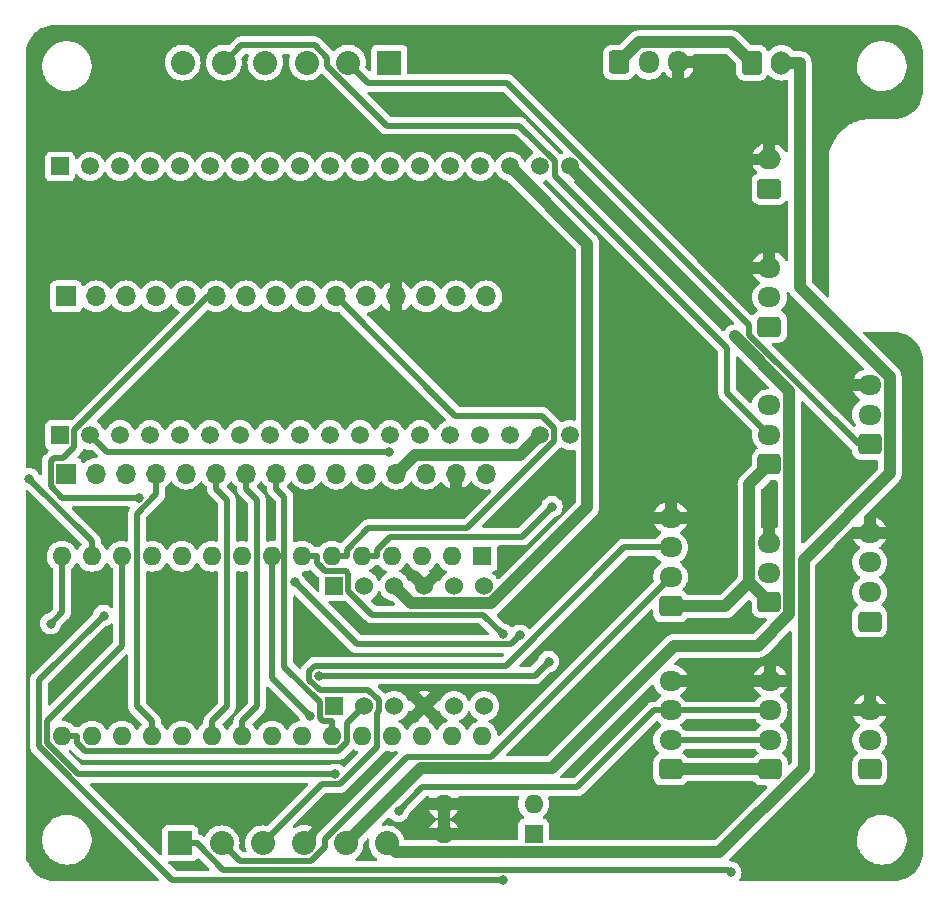
<source format=gbr>
%TF.GenerationSoftware,KiCad,Pcbnew,(6.0.4-0)*%
%TF.CreationDate,2022-09-02T16:24:50+01:00*%
%TF.ProjectId,eChook Wireless Board,6543686f-6f6b-4205-9769-72656c657373,rev?*%
%TF.SameCoordinates,Original*%
%TF.FileFunction,Copper,L1,Top*%
%TF.FilePolarity,Positive*%
%FSLAX46Y46*%
G04 Gerber Fmt 4.6, Leading zero omitted, Abs format (unit mm)*
G04 Created by KiCad (PCBNEW (6.0.4-0)) date 2022-09-02 16:24:50*
%MOMM*%
%LPD*%
G01*
G04 APERTURE LIST*
G04 Aperture macros list*
%AMRoundRect*
0 Rectangle with rounded corners*
0 $1 Rounding radius*
0 $2 $3 $4 $5 $6 $7 $8 $9 X,Y pos of 4 corners*
0 Add a 4 corners polygon primitive as box body*
4,1,4,$2,$3,$4,$5,$6,$7,$8,$9,$2,$3,0*
0 Add four circle primitives for the rounded corners*
1,1,$1+$1,$2,$3*
1,1,$1+$1,$4,$5*
1,1,$1+$1,$6,$7*
1,1,$1+$1,$8,$9*
0 Add four rect primitives between the rounded corners*
20,1,$1+$1,$2,$3,$4,$5,0*
20,1,$1+$1,$4,$5,$6,$7,0*
20,1,$1+$1,$6,$7,$8,$9,0*
20,1,$1+$1,$8,$9,$2,$3,0*%
G04 Aperture macros list end*
%TA.AperFunction,ComponentPad*%
%ADD10R,1.498600X1.498600*%
%TD*%
%TA.AperFunction,ComponentPad*%
%ADD11C,1.498600*%
%TD*%
%TA.AperFunction,ComponentPad*%
%ADD12RoundRect,0.250000X-0.600000X-0.750000X0.600000X-0.750000X0.600000X0.750000X-0.600000X0.750000X0*%
%TD*%
%TA.AperFunction,ComponentPad*%
%ADD13O,1.700000X2.000000*%
%TD*%
%TA.AperFunction,ComponentPad*%
%ADD14RoundRect,0.250000X0.725000X-0.600000X0.725000X0.600000X-0.725000X0.600000X-0.725000X-0.600000X0*%
%TD*%
%TA.AperFunction,ComponentPad*%
%ADD15O,1.950000X1.700000*%
%TD*%
%TA.AperFunction,ComponentPad*%
%ADD16R,1.600000X1.600000*%
%TD*%
%TA.AperFunction,ComponentPad*%
%ADD17O,1.600000X1.600000*%
%TD*%
%TA.AperFunction,ComponentPad*%
%ADD18RoundRect,0.250000X0.750000X-0.600000X0.750000X0.600000X-0.750000X0.600000X-0.750000X-0.600000X0*%
%TD*%
%TA.AperFunction,ComponentPad*%
%ADD19O,2.000000X1.700000*%
%TD*%
%TA.AperFunction,ComponentPad*%
%ADD20R,2.032000X2.032000*%
%TD*%
%TA.AperFunction,ComponentPad*%
%ADD21C,2.032000*%
%TD*%
%TA.AperFunction,ComponentPad*%
%ADD22RoundRect,0.250000X-0.600000X-0.725000X0.600000X-0.725000X0.600000X0.725000X-0.600000X0.725000X0*%
%TD*%
%TA.AperFunction,ComponentPad*%
%ADD23O,1.700000X1.950000*%
%TD*%
%TA.AperFunction,ComponentPad*%
%ADD24R,1.700000X1.700000*%
%TD*%
%TA.AperFunction,ComponentPad*%
%ADD25O,1.700000X1.700000*%
%TD*%
%TA.AperFunction,ComponentPad*%
%ADD26C,1.524000*%
%TD*%
%TA.AperFunction,ComponentPad*%
%ADD27R,1.524000X1.524000*%
%TD*%
%TA.AperFunction,ViaPad*%
%ADD28C,0.800000*%
%TD*%
%TA.AperFunction,ViaPad*%
%ADD29C,1.000000*%
%TD*%
%TA.AperFunction,Conductor*%
%ADD30C,0.500000*%
%TD*%
%TA.AperFunction,Conductor*%
%ADD31C,1.000000*%
%TD*%
G04 APERTURE END LIST*
D10*
%TO.P,U2,1,GPIO21*%
%TO.N,unconnected-(U2-Pad1)*%
X120920000Y-75500000D03*
D11*
%TO.P,U2,2,GPIO13*%
%TO.N,unconnected-(U2-Pad2)*%
X123460000Y-75500000D03*
%TO.P,U2,3,GPIO12*%
%TO.N,unconnected-(U2-Pad3)*%
X126000000Y-75500000D03*
%TO.P,U2,4,GPIO14*%
%TO.N,unconnected-(U2-Pad4)*%
X128540000Y-75500000D03*
%TO.P,U2,5,GPIO27*%
%TO.N,unconnected-(U2-Pad5)*%
X131080000Y-75500000D03*
%TO.P,U2,6,GPIO26*%
%TO.N,unconnected-(U2-Pad6)*%
X133620000Y-75500000D03*
%TO.P,U2,7,GPIO25*%
%TO.N,unconnected-(U2-Pad7)*%
X136160000Y-75500000D03*
%TO.P,U2,8,GPIO33*%
%TO.N,unconnected-(U2-Pad8)*%
X138700000Y-75500000D03*
%TO.P,U2,9,GPIO32*%
%TO.N,unconnected-(U2-Pad9)*%
X141240000Y-75500000D03*
%TO.P,U2,10,GPIO35*%
%TO.N,unconnected-(U2-Pad10)*%
X143780000Y-75500000D03*
%TO.P,U2,11,GPIO34*%
%TO.N,unconnected-(U2-Pad11)*%
X146320000Y-75500000D03*
%TO.P,U2,12,GPIO39*%
%TO.N,unconnected-(U2-Pad12)*%
X148860000Y-75500000D03*
%TO.P,U2,13,GPIO38*%
%TO.N,unconnected-(U2-Pad13)*%
X151400000Y-75500000D03*
%TO.P,U2,14,GPIO37*%
%TO.N,unconnected-(U2-Pad14)*%
X153940000Y-75500000D03*
%TO.P,U2,15,GPIO36*%
%TO.N,unconnected-(U2-Pad15)*%
X156480000Y-75500000D03*
%TO.P,U2,16,3V3*%
%TO.N,+3V3*%
X159020000Y-75500000D03*
%TO.P,U2,17,5V*%
%TO.N,+5V*%
X161560000Y-75500000D03*
%TO.P,U2,18,GND*%
%TO.N,GND*%
X164100000Y-75500000D03*
%TO.P,U2,19,GND*%
X164100000Y-98233000D03*
%TO.P,U2,20,5V*%
%TO.N,+5V*%
X161560000Y-98233000D03*
%TO.P,U2,21,3V3*%
%TO.N,unconnected-(U2-Pad21)*%
X159020000Y-98233000D03*
%TO.P,U2,22,GND*%
%TO.N,unconnected-(U2-Pad22)*%
X156480000Y-98233000D03*
%TO.P,U2,23,RX*%
%TO.N,unconnected-(U2-Pad23)*%
X153940000Y-98233000D03*
%TO.P,U2,24,TX*%
%TO.N,unconnected-(U2-Pad24)*%
X151400000Y-98233000D03*
%TO.P,U2,25,RST*%
%TO.N,unconnected-(U2-Pad25)*%
X148860000Y-98233000D03*
%TO.P,U2,26,GPIO0*%
%TO.N,unconnected-(U2-Pad26)*%
X146320000Y-98233000D03*
%TO.P,U2,27,GPIO22*%
%TO.N,unconnected-(U2-Pad27)*%
X143780000Y-98233000D03*
%TO.P,U2,28,GPIO19*%
%TO.N,unconnected-(U2-Pad28)*%
X141240000Y-98233000D03*
%TO.P,U2,29,GPIO23*%
%TO.N,unconnected-(U2-Pad29)*%
X138700000Y-98233000D03*
%TO.P,U2,30,GPIO18*%
%TO.N,unconnected-(U2-Pad30)*%
X136160000Y-98233000D03*
%TO.P,U2,31,GPIO5*%
%TO.N,unconnected-(U2-Pad31)*%
X133620000Y-98233000D03*
%TO.P,U2,32,GPIO15*%
%TO.N,unconnected-(U2-Pad32)*%
X131080000Y-98233000D03*
%TO.P,U2,33,GPIO2*%
%TO.N,unconnected-(U2-Pad33)*%
X128540000Y-98233000D03*
%TO.P,U2,34,GPIO4*%
%TO.N,unconnected-(U2-Pad34)*%
X126000000Y-98233000D03*
%TO.P,U2,35,GPIO17*%
%TO.N,TX_LOW*%
X123460000Y-98233000D03*
D10*
%TO.P,U2,36,GPIO16*%
%TO.N,RX_LOW*%
X120920000Y-98233000D03*
%TD*%
D12*
%TO.P,J2,1,1*%
%TO.N,/+24V_ISOLATED*%
X179500000Y-66725000D03*
D13*
%TO.P,J2,2,2*%
%TO.N,24_B2B*%
X182000000Y-66725000D03*
%TD*%
D14*
%TO.P,J12,1,1*%
%TO.N,RACE_SWITCH*%
X189475000Y-126550000D03*
D15*
%TO.P,J12,2,2*%
%TO.N,TELEMETRY_SWITCH*%
X189475000Y-124050000D03*
%TO.P,J12,3,3*%
%TO.N,GND*%
X189475000Y-121550000D03*
%TD*%
D14*
%TO.P,J14,1,1*%
%TO.N,TEMP1_B2B*%
X189475000Y-99000000D03*
D15*
%TO.P,J14,2,2*%
%TO.N,TEMP2_B2B*%
X189475000Y-96500000D03*
%TO.P,J14,3,3*%
%TO.N,GND*%
X189475000Y-94000000D03*
%TD*%
D14*
%TO.P,J6,1,1*%
%TO.N,+5V*%
X172625000Y-126550000D03*
D15*
%TO.P,J6,2,2*%
%TO.N,SDA*%
X172625000Y-124050000D03*
%TO.P,J6,3,3*%
%TO.N,SCL*%
X172625000Y-121550000D03*
%TO.P,J6,4,4*%
%TO.N,GND*%
X172625000Y-119050000D03*
%TD*%
D14*
%TO.P,J15,1,1*%
%TO.N,+5V*%
X189475000Y-114025000D03*
D15*
%TO.P,J15,2,2*%
%TO.N,RACE_START_B2B*%
X189475000Y-111525000D03*
%TO.P,J15,3,3*%
%TO.N,SCREEN_SWITCH_B2B*%
X189475000Y-109025000D03*
%TO.P,J15,4,4*%
%TO.N,GND*%
X189475000Y-106525000D03*
%TD*%
D14*
%TO.P,J10,1,1*%
%TO.N,+5V*%
X180975000Y-112387500D03*
D15*
%TO.P,J10,2,2*%
%TO.N,WRPM_B2B*%
X180975000Y-109887500D03*
%TO.P,J10,3,3*%
%TO.N,GND*%
X180975000Y-107387500D03*
%TD*%
D16*
%TO.P,SW1,1*%
%TO.N,DEBUG_MODE*%
X161017500Y-132025000D03*
D17*
%TO.P,SW1,2*%
%TO.N,F24_MODE*%
X161017500Y-129485000D03*
%TO.P,SW1,3*%
%TO.N,GND*%
X153397500Y-129485000D03*
%TO.P,SW1,4*%
X153397500Y-132025000D03*
%TD*%
D16*
%TO.P,A1,1,D1/TX*%
%TO.N,BT_OUT*%
X156650000Y-108500000D03*
D17*
%TO.P,A1,2,D0/RX*%
%TO.N,BT_IN*%
X154110000Y-108500000D03*
%TO.P,A1,3,~{RESET}*%
%TO.N,unconnected-(A1-Pad3)*%
X151570000Y-108500000D03*
%TO.P,A1,4,GND*%
%TO.N,GND*%
X149030000Y-108500000D03*
%TO.P,A1,5,D2*%
%TO.N,MOTOR_RPM*%
X146490000Y-108500000D03*
%TO.P,A1,6,D3*%
%TO.N,WHEEL_RPM*%
X143950000Y-108500000D03*
%TO.P,A1,7,D4*%
%TO.N,RACE_SWITCH*%
X141410000Y-108500000D03*
%TO.P,A1,8,D5*%
%TO.N,MOTOR_PWM*%
X138870000Y-108500000D03*
%TO.P,A1,9,D6*%
%TO.N,TELEMETRY_SWITCH*%
X136330000Y-108500000D03*
%TO.P,A1,10,D7*%
%TO.N,BRAKE*%
X133790000Y-108500000D03*
%TO.P,A1,11,D8*%
%TO.N,RACE_START*%
X131250000Y-108500000D03*
%TO.P,A1,12,D9*%
%TO.N,DEBUG_MODE*%
X128710000Y-108500000D03*
%TO.P,A1,13,D10*%
%TO.N,F24_MODE*%
X126170000Y-108500000D03*
%TO.P,A1,14,D11*%
%TO.N,SCREEN_SWITCH*%
X123630000Y-108500000D03*
%TO.P,A1,15,D12*%
%TO.N,TX_HIGH*%
X121090000Y-108500000D03*
%TO.P,A1,16,D13*%
%TO.N,RX_HIGH*%
X121090000Y-123740000D03*
%TO.P,A1,17,3V3*%
%TO.N,unconnected-(A1-Pad17)*%
X123630000Y-123740000D03*
%TO.P,A1,18,AREF*%
%TO.N,unconnected-(A1-Pad18)*%
X126170000Y-123740000D03*
%TO.P,A1,19,A0*%
%TO.N,BATT_T*%
X128710000Y-123740000D03*
%TO.P,A1,20,A1*%
%TO.N,TEMP_1*%
X131250000Y-123740000D03*
%TO.P,A1,21,A2*%
%TO.N,CURRENT*%
X133790000Y-123740000D03*
%TO.P,A1,22,A3*%
%TO.N,THROTTLE*%
X136330000Y-123740000D03*
%TO.P,A1,23,A4*%
%TO.N,SDA*%
X138870000Y-123740000D03*
%TO.P,A1,24,A5*%
%TO.N,SCL*%
X141410000Y-123740000D03*
%TO.P,A1,25,A6*%
%TO.N,TEMP_2*%
X143950000Y-123740000D03*
%TO.P,A1,26,A7*%
%TO.N,BATT_1*%
X146490000Y-123740000D03*
%TO.P,A1,27,+5V*%
%TO.N,+5V*%
X149030000Y-123740000D03*
%TO.P,A1,28,~{RESET}*%
%TO.N,unconnected-(A1-Pad28)*%
X151570000Y-123740000D03*
%TO.P,A1,29,GND*%
%TO.N,GND*%
X154110000Y-123740000D03*
%TO.P,A1,30,VIN*%
%TO.N,unconnected-(A1-Pad30)*%
X156650000Y-123740000D03*
%TD*%
D14*
%TO.P,J8,1,1*%
%TO.N,+5V*%
X181050000Y-126550000D03*
D15*
%TO.P,J8,2,2*%
%TO.N,SDA*%
X181050000Y-124050000D03*
%TO.P,J8,3,3*%
%TO.N,SCL*%
X181050000Y-121550000D03*
%TO.P,J8,4,4*%
%TO.N,GND*%
X181050000Y-119050000D03*
%TD*%
D18*
%TO.P,J3,1,1*%
%TO.N,MOTOR_PWM*%
X180975000Y-77400000D03*
D19*
%TO.P,J3,2,2*%
%TO.N,GND*%
X180975000Y-74900000D03*
%TD*%
D20*
%TO.P,J16,1,Pin_1*%
%TO.N,THROTTLE_B2B*%
X131100000Y-132800000D03*
D21*
%TO.P,J16,2,Pin_2*%
%TO.N,CREF_B2B*%
X134597580Y-132800000D03*
%TO.P,J16,3,Pin_3*%
%TO.N,CSENSE_B2B*%
X138097700Y-132800000D03*
%TO.P,J16,4,Pin_4*%
%TO.N,GND*%
X141597820Y-132800000D03*
%TO.P,J16,5,Pin_5*%
%TO.N,12_B2B*%
X145097940Y-132800000D03*
%TO.P,J16,6,Pin_6*%
%TO.N,24_B2B*%
X148598060Y-132800000D03*
%TD*%
D14*
%TO.P,J9,1,1*%
%TO.N,+5V*%
X180975000Y-100725000D03*
D15*
%TO.P,J9,2,2*%
%TO.N,MRPM_B2B*%
X180975000Y-98225000D03*
%TO.P,J9,3,3*%
%TO.N,GND*%
X180975000Y-95725000D03*
%TD*%
D14*
%TO.P,J5,1,1*%
%TO.N,+5V*%
X180975000Y-89062500D03*
D15*
%TO.P,J5,2,2*%
%TO.N,THROTTLE_B2B*%
X180975000Y-86562500D03*
%TO.P,J5,3,3*%
%TO.N,GND*%
X180975000Y-84062500D03*
%TD*%
D22*
%TO.P,J1,1,1*%
%TO.N,/+24V_ISOLATED*%
X168250000Y-66675000D03*
D23*
%TO.P,J1,2,2*%
%TO.N,12_B2B*%
X170750000Y-66675000D03*
%TO.P,J1,3,3*%
%TO.N,GND*%
X173250000Y-66675000D03*
%TD*%
D20*
%TO.P,J17,1,Pin_1*%
%TO.N,TEMP2_B2B*%
X148800300Y-66700300D03*
D21*
%TO.P,J17,2,Pin_2*%
%TO.N,TEMP1_B2B*%
X145302720Y-66700300D03*
%TO.P,J17,3,Pin_3*%
%TO.N,SCREEN_SWITCH_B2B*%
X141802600Y-66700300D03*
%TO.P,J17,4,Pin_4*%
%TO.N,RACE_START_B2B*%
X138302480Y-66700300D03*
%TO.P,J17,5,Pin_5*%
%TO.N,MRPM_B2B*%
X134802360Y-66700300D03*
%TO.P,J17,6,Pin_6*%
%TO.N,WRPM_B2B*%
X131302240Y-66700300D03*
%TD*%
D14*
%TO.P,J13,1,1*%
%TO.N,+5V*%
X172625000Y-112750000D03*
D15*
%TO.P,J13,2,2*%
%TO.N,CREF_B2B*%
X172625000Y-110250000D03*
%TO.P,J13,3,3*%
%TO.N,CSENSE_B2B*%
X172625000Y-107750000D03*
%TO.P,J13,4,4*%
%TO.N,GND*%
X172625000Y-105250000D03*
%TD*%
D24*
%TO.P,J7,1,Pin_1*%
%TO.N,SCREEN_SWITCH*%
X121440800Y-86498900D03*
D25*
%TO.P,J7,2,Pin_2*%
%TO.N,unconnected-(J7-Pad2)*%
X123980800Y-86498900D03*
%TO.P,J7,3,Pin_3*%
%TO.N,unconnected-(J7-Pad3)*%
X126520800Y-86498900D03*
%TO.P,J7,4,Pin_4*%
%TO.N,unconnected-(J7-Pad4)*%
X129060800Y-86498900D03*
%TO.P,J7,5,Pin_5*%
%TO.N,RACE_START*%
X131600800Y-86498900D03*
%TO.P,J7,6,Pin_6*%
%TO.N,BRAKE*%
X134140800Y-86498900D03*
%TO.P,J7,7,Pin_7*%
%TO.N,unconnected-(J7-Pad7)*%
X136680800Y-86498900D03*
%TO.P,J7,8,Pin_8*%
%TO.N,unconnected-(J7-Pad8)*%
X139220800Y-86498900D03*
%TO.P,J7,9,Pin_9*%
%TO.N,unconnected-(J7-Pad9)*%
X141760800Y-86498900D03*
%TO.P,J7,10,Pin_10*%
%TO.N,WHEEL_RPM*%
X144300800Y-86498900D03*
%TO.P,J7,11,Pin_11*%
%TO.N,MOTOR_RPM*%
X146840800Y-86498900D03*
%TO.P,J7,12,Pin_12*%
%TO.N,GND*%
X149380800Y-86498900D03*
%TO.P,J7,13,Pin_13*%
%TO.N,unconnected-(J7-Pad13)*%
X151920800Y-86498900D03*
%TO.P,J7,14,Pin_14*%
%TO.N,BT_IN*%
X154460800Y-86498900D03*
%TO.P,J7,15,Pin_15*%
%TO.N,BT_OUT*%
X157000800Y-86498900D03*
%TD*%
D26*
%TO.P,U1,GND_1,GND*%
%TO.N,GND*%
X151743700Y-121180000D03*
%TO.P,U1,GND_2,GND*%
X151743700Y-111020000D03*
%TO.P,U1,HV,HV*%
%TO.N,+5V*%
X149203700Y-121180000D03*
D27*
%TO.P,U1,HV1,HV1*%
%TO.N,TX_HIGH*%
X144123700Y-121180000D03*
D26*
%TO.P,U1,HV2,HV2*%
%TO.N,RX_HIGH*%
X146663700Y-121180000D03*
%TO.P,U1,HV3,HV3*%
%TO.N,unconnected-(U1-PadHV3)*%
X154283700Y-121180000D03*
%TO.P,U1,HV4,HV4*%
%TO.N,unconnected-(U1-PadHV4)*%
X156823700Y-121180000D03*
%TO.P,U1,LV,LV*%
%TO.N,+3V3*%
X149203700Y-111020000D03*
D27*
%TO.P,U1,LV1,LV1*%
%TO.N,RX_LOW*%
X144123700Y-111020000D03*
D26*
%TO.P,U1,LV2,LV2*%
%TO.N,TX_LOW*%
X146663700Y-111020000D03*
%TO.P,U1,LV3,LV3*%
%TO.N,unconnected-(U1-PadLV3)*%
X154283700Y-111020000D03*
%TO.P,U1,LV4,LV4*%
%TO.N,unconnected-(U1-PadLV4)*%
X156823700Y-111020000D03*
%TD*%
D24*
%TO.P,J4,1,Pin_1*%
%TO.N,unconnected-(J4-Pad1)*%
X121440800Y-101499800D03*
D25*
%TO.P,J4,2,Pin_2*%
%TO.N,unconnected-(J4-Pad2)*%
X123980800Y-101499800D03*
%TO.P,J4,3,Pin_3*%
%TO.N,unconnected-(J4-Pad3)*%
X126520800Y-101499800D03*
%TO.P,J4,4,Pin_4*%
%TO.N,BATT_T*%
X129060800Y-101499800D03*
%TO.P,J4,5,Pin_5*%
%TO.N,unconnected-(J4-Pad5)*%
X131600800Y-101499800D03*
%TO.P,J4,6,Pin_6*%
%TO.N,CURRENT*%
X134140800Y-101499800D03*
%TO.P,J4,7,Pin_7*%
%TO.N,THROTTLE*%
X136680800Y-101499800D03*
%TO.P,J4,8,Pin_8*%
%TO.N,TEMP_2*%
X139220800Y-101499800D03*
%TO.P,J4,9,Pin_9*%
%TO.N,TEMP_1*%
X141760800Y-101499800D03*
%TO.P,J4,10,Pin_10*%
%TO.N,unconnected-(J4-Pad10)*%
X144300800Y-101499800D03*
%TO.P,J4,11,Pin_11*%
%TO.N,BATT_1*%
X146840800Y-101499800D03*
%TO.P,J4,12,Pin_12*%
%TO.N,+5V*%
X149380800Y-101499800D03*
%TO.P,J4,13,Pin_13*%
%TO.N,unconnected-(J4-Pad13)*%
X151920800Y-101499800D03*
%TO.P,J4,14,Pin_14*%
%TO.N,GND*%
X154460800Y-101499800D03*
%TO.P,J4,15,Pin_15*%
%TO.N,unconnected-(J4-Pad15)*%
X157000800Y-101499800D03*
%TD*%
D28*
%TO.N,MOTOR_RPM*%
X162574900Y-104292100D03*
%TO.N,RACE_SWITCH*%
X158389500Y-115075200D03*
%TO.N,MOTOR_PWM*%
X142053200Y-121982800D03*
%TO.N,TELEMETRY_SWITCH*%
X140775100Y-110666500D03*
X159823500Y-115185300D03*
%TO.N,BRAKE*%
X127595200Y-103525300D03*
%TO.N,DEBUG_MODE*%
X124601400Y-113524600D03*
X158412500Y-135884800D03*
%TO.N,F24_MODE*%
X144242200Y-126947100D03*
%TO.N,SCREEN_SWITCH*%
X118317800Y-101937500D03*
%TO.N,TX_HIGH*%
X120126500Y-114210900D03*
%TO.N,SDA*%
X162283900Y-117421100D03*
X142881800Y-118600300D03*
%TO.N,SCL*%
X149578800Y-130090400D03*
D29*
%TO.N,12_B2B*%
X178071900Y-89877200D03*
D28*
%TO.N,THROTTLE_B2B*%
X177712500Y-135257700D03*
%TO.N,TX_LOW*%
X148750200Y-99664800D03*
%TD*%
D30*
%TO.N,MOTOR_RPM*%
X148863700Y-106832700D02*
X147740300Y-107956100D01*
X162574900Y-104292100D02*
X160034300Y-106832700D01*
X160034300Y-106832700D02*
X148863700Y-106832700D01*
X146490000Y-108500000D02*
X147740300Y-108500000D01*
X147740300Y-107956100D02*
X147740300Y-108500000D01*
%TO.N,WHEEL_RPM*%
X161697700Y-96582400D02*
X162777800Y-97662500D01*
X144300800Y-86498900D02*
X154384300Y-96582400D01*
X145200300Y-107956100D02*
X145200300Y-108500000D01*
X155359500Y-106132300D02*
X147024100Y-106132300D01*
X162777800Y-98714000D02*
X155359500Y-106132300D01*
X154384300Y-96582400D02*
X161697700Y-96582400D01*
X147024100Y-106132300D02*
X145200300Y-107956100D01*
X162777800Y-97662500D02*
X162777800Y-98714000D01*
X143950000Y-108500000D02*
X145200300Y-108500000D01*
%TO.N,RACE_SWITCH*%
X142660300Y-109047100D02*
X143363500Y-109750300D01*
X145336100Y-111419100D02*
X147354700Y-113437700D01*
X143363500Y-109750300D02*
X145102100Y-109750300D01*
X156752100Y-113437700D02*
X156752100Y-113437800D01*
X141410000Y-108500000D02*
X142660300Y-108500000D01*
X145336100Y-109984300D02*
X145336100Y-111419100D01*
X147354700Y-113437700D02*
X156752100Y-113437700D01*
X156752100Y-113437800D02*
X158389500Y-115075200D01*
X142660300Y-108500000D02*
X142660300Y-109047100D01*
X145102100Y-109750300D02*
X145336100Y-109984300D01*
%TO.N,MOTOR_PWM*%
X138870000Y-118799600D02*
X138870000Y-108500000D01*
X142053200Y-121982800D02*
X138870000Y-118799600D01*
%TO.N,TELEMETRY_SWITCH*%
X140775100Y-110666500D02*
X146053600Y-115945000D01*
X146053600Y-115945000D02*
X159063800Y-115945000D01*
X159063800Y-115945000D02*
X159823500Y-115185300D01*
%TO.N,BRAKE*%
X122119600Y-97848600D02*
X122119600Y-99231800D01*
X120404200Y-100199500D02*
X120140400Y-100463300D01*
X121151900Y-100199500D02*
X120404200Y-100199500D01*
X122119600Y-99231800D02*
X121151900Y-100199500D01*
X120140400Y-102553400D02*
X121112300Y-103525300D01*
X121112300Y-103525300D02*
X127595200Y-103525300D01*
X134140800Y-86498900D02*
X133469300Y-86498900D01*
X133469300Y-86498900D02*
X122119600Y-97848600D01*
X120140400Y-100463300D02*
X120140400Y-102553400D01*
%TO.N,DEBUG_MODE*%
X130424100Y-135884800D02*
X158412500Y-135884800D01*
X124601400Y-113524600D02*
X119121400Y-119004600D01*
X119121400Y-119004600D02*
X119121400Y-124582100D01*
X119121400Y-124582100D02*
X130424100Y-135884800D01*
%TO.N,F24_MODE*%
X119828100Y-122424100D02*
X126170000Y-116082200D01*
X126170000Y-108500000D02*
X126170000Y-109750300D01*
X119828100Y-124298200D02*
X119828100Y-122424100D01*
X126170000Y-116082200D02*
X126170000Y-109750300D01*
X144242200Y-126947100D02*
X122477000Y-126947100D01*
X122477000Y-126947100D02*
X119828100Y-124298200D01*
%TO.N,SCREEN_SWITCH*%
X118317800Y-101937500D02*
X123630000Y-107249700D01*
X123630000Y-108500000D02*
X123630000Y-107249700D01*
%TO.N,TX_HIGH*%
X120126500Y-114210900D02*
X121090000Y-113247400D01*
X121090000Y-113247400D02*
X121090000Y-108500000D01*
%TO.N,RX_HIGH*%
X121090000Y-123740000D02*
X122340300Y-123740000D01*
X144483400Y-124992700D02*
X123049100Y-124992700D01*
X123049100Y-124992700D02*
X122340300Y-124283900D01*
X146663700Y-121180000D02*
X145220000Y-122623700D01*
X145220000Y-122623700D02*
X145220000Y-124256100D01*
X122340300Y-124283900D02*
X122340300Y-123740000D01*
X145220000Y-124256100D02*
X144483400Y-124992700D01*
%TO.N,BATT_T*%
X128710000Y-122489700D02*
X127440000Y-121219700D01*
X128710000Y-123740000D02*
X128710000Y-122489700D01*
X129060800Y-103262300D02*
X129060800Y-102800100D01*
X127440000Y-121219700D02*
X127440000Y-104883100D01*
X127440000Y-104883100D02*
X129060800Y-103262300D01*
X129060800Y-101499800D02*
X129060800Y-102800100D01*
%TO.N,CURRENT*%
X135060000Y-121219700D02*
X133790000Y-122489700D01*
X135060000Y-103719300D02*
X135060000Y-121219700D01*
X133790000Y-123740000D02*
X133790000Y-122489700D01*
X134140800Y-102800100D02*
X135060000Y-103719300D01*
X134140800Y-101499800D02*
X134140800Y-102800100D01*
%TO.N,THROTTLE*%
X136680800Y-101499800D02*
X136680800Y-102800100D01*
X137600000Y-121219700D02*
X136330000Y-122489700D01*
X136680800Y-102800100D02*
X137600000Y-103719300D01*
X137600000Y-103719300D02*
X137600000Y-121219700D01*
X136330000Y-123740000D02*
X136330000Y-122489700D01*
%TO.N,SDA*%
X161104700Y-118600300D02*
X142881800Y-118600300D01*
X181050000Y-124050000D02*
X172625000Y-124050000D01*
X162283900Y-117421100D02*
X161104700Y-118600300D01*
%TO.N,SCL*%
X171199700Y-121550000D02*
X164683100Y-128066600D01*
X172625000Y-121550000D02*
X171199700Y-121550000D01*
X151602600Y-128066600D02*
X149578800Y-130090400D01*
X164683100Y-128066600D02*
X151602600Y-128066600D01*
X181050000Y-121550000D02*
X172625000Y-121550000D01*
%TO.N,TEMP_2*%
X139924800Y-117836300D02*
X142907400Y-120818900D01*
X142907400Y-120818900D02*
X142907500Y-120818900D01*
X143950000Y-123740000D02*
X143950000Y-122489700D01*
X139220800Y-102800100D02*
X139924800Y-103504100D01*
X139220800Y-101499800D02*
X139220800Y-102800100D01*
X139924800Y-103504100D02*
X139924800Y-117836300D01*
X143224100Y-122489700D02*
X143950000Y-122489700D01*
X142907500Y-120818900D02*
X142907500Y-122173100D01*
X142907500Y-122173100D02*
X143224100Y-122489700D01*
D31*
%TO.N,+5V*%
X179280200Y-110692700D02*
X177222900Y-112750000D01*
X179280200Y-110692700D02*
X180975000Y-112387500D01*
X179280200Y-102419800D02*
X179280200Y-110692700D01*
X180975000Y-100725000D02*
X179280200Y-102419800D01*
X150940600Y-99940000D02*
X159853000Y-99940000D01*
X181050000Y-126550000D02*
X172625000Y-126550000D01*
X177222900Y-112750000D02*
X172625000Y-112750000D01*
X149380800Y-101499800D02*
X150940600Y-99940000D01*
X159853000Y-99940000D02*
X161560000Y-98233000D01*
%TO.N,12_B2B*%
X182667500Y-94472800D02*
X182667500Y-113428600D01*
X182667500Y-113428600D02*
X180019800Y-116076300D01*
X172908000Y-116076300D02*
X162531500Y-126452800D01*
X178071900Y-89877200D02*
X182667500Y-94472800D01*
X151445100Y-126452800D02*
X145097900Y-132800000D01*
X162531500Y-126452800D02*
X151445100Y-126452800D01*
X180019800Y-116076300D02*
X172908000Y-116076300D01*
%TO.N,24_B2B*%
X191178400Y-93343600D02*
X183550300Y-85715500D01*
X176753700Y-133525400D02*
X183867900Y-126411200D01*
X149323500Y-133525400D02*
X176753700Y-133525400D01*
X183867900Y-126411200D02*
X183867900Y-108776700D01*
X191178400Y-101466200D02*
X191178400Y-93343600D01*
X148598100Y-132800000D02*
X149323500Y-133525400D01*
X182000000Y-66725000D02*
X183550300Y-66725000D01*
X183550300Y-85715500D02*
X183550300Y-66725000D01*
X183867900Y-108776700D02*
X191178400Y-101466200D01*
%TO.N,/+24V_ISOLATED*%
X168250000Y-66675000D02*
X169965300Y-64959700D01*
X169965300Y-64959700D02*
X177734700Y-64959700D01*
X177734700Y-64959700D02*
X179500000Y-66725000D01*
D30*
%TO.N,THROTTLE_B2B*%
X177479000Y-135024200D02*
X134698900Y-135024200D01*
X177712500Y-135257700D02*
X177479000Y-135024200D01*
X131100000Y-132800000D02*
X132566300Y-132800000D01*
X132566300Y-132891600D02*
X132566300Y-132800000D01*
X134698900Y-135024200D02*
X132566300Y-132891600D01*
%TO.N,MRPM_B2B*%
X134802400Y-66700300D02*
X136268800Y-65233900D01*
X162830000Y-76292800D02*
X177388200Y-90851000D01*
X162830000Y-75050400D02*
X162830000Y-76292800D01*
X143552700Y-66316500D02*
X143552700Y-67024800D01*
X143552700Y-67024800D02*
X148561600Y-72033700D01*
X159813300Y-72033700D02*
X162830000Y-75050400D01*
X142470100Y-65233900D02*
X143552700Y-66316500D01*
X177388200Y-90851000D02*
X177388200Y-94638200D01*
X148561600Y-72033700D02*
X159813300Y-72033700D01*
X177388200Y-94638200D02*
X180975000Y-98225000D01*
X136268800Y-65233900D02*
X142470100Y-65233900D01*
%TO.N,CREF_B2B*%
X143347900Y-133132600D02*
X142156800Y-134323700D01*
X142156800Y-134323700D02*
X136121300Y-134323700D01*
X172625000Y-110250000D02*
X157372600Y-125502400D01*
X143347900Y-132416000D02*
X143347900Y-133132600D01*
X150261500Y-125502400D02*
X143347900Y-132416000D01*
X136121300Y-134323700D02*
X134597600Y-132800000D01*
X157372600Y-125502400D02*
X150261500Y-125502400D01*
%TO.N,CSENSE_B2B*%
X142889300Y-119810300D02*
X147025500Y-119810300D01*
X147924200Y-120709000D02*
X147924200Y-121634200D01*
X168680200Y-107750000D02*
X158680200Y-117750000D01*
X147025500Y-119810300D02*
X147924200Y-120709000D01*
X144594500Y-127797400D02*
X143100300Y-127797400D01*
X158680200Y-117750000D02*
X142529600Y-117750000D01*
X142031500Y-118248100D02*
X142031500Y-118952500D01*
X147924200Y-121634200D02*
X147760000Y-121798400D01*
X147760000Y-124631900D02*
X144594500Y-127797400D01*
X147760000Y-121798400D02*
X147760000Y-124631900D01*
X142031500Y-118952500D02*
X142889300Y-119810300D01*
X142529600Y-117750000D02*
X142031500Y-118248100D01*
X172625000Y-107750000D02*
X168680200Y-107750000D01*
X143100300Y-127797400D02*
X138097700Y-132800000D01*
%TO.N,TEMP1_B2B*%
X147007800Y-68405400D02*
X145302700Y-66700300D01*
X179288700Y-88938300D02*
X158755800Y-68405400D01*
X158755800Y-68405400D02*
X147007800Y-68405400D01*
X188538800Y-99000000D02*
X179288700Y-89749900D01*
X179288700Y-89749900D02*
X179288700Y-88938300D01*
X189475000Y-99000000D02*
X188538800Y-99000000D01*
D31*
%TO.N,+3V3*%
X159020000Y-75500000D02*
X165566500Y-82046500D01*
X165566500Y-104360000D02*
X157439100Y-112487400D01*
X150671100Y-112487400D02*
X149203700Y-111020000D01*
X165566500Y-82046500D02*
X165566500Y-104360000D01*
X157439100Y-112487400D02*
X150671100Y-112487400D01*
D30*
%TO.N,TX_LOW*%
X124891800Y-99664800D02*
X123460000Y-98233000D01*
X148750200Y-99664800D02*
X124891800Y-99664800D01*
%TD*%
%TA.AperFunction,Conductor*%
%TO.N,GND*%
G36*
X189041878Y-89470847D02*
G01*
X189156477Y-89487846D01*
X189159563Y-89487998D01*
X189159567Y-89487998D01*
X189292521Y-89494530D01*
X189468653Y-89503182D01*
X189481149Y-89504536D01*
X189482840Y-89504688D01*
X189487646Y-89505496D01*
X189493956Y-89505573D01*
X189495141Y-89505588D01*
X189495146Y-89505588D01*
X189500000Y-89505647D01*
X189527051Y-89501773D01*
X189544913Y-89500500D01*
X191451259Y-89500500D01*
X191470643Y-89502000D01*
X191484950Y-89504228D01*
X191484953Y-89504228D01*
X191493823Y-89505609D01*
X191502724Y-89504445D01*
X191502730Y-89504445D01*
X191510558Y-89503421D01*
X191534503Y-89502587D01*
X191793674Y-89518264D01*
X191808778Y-89520098D01*
X192090672Y-89571757D01*
X192105445Y-89575398D01*
X192379066Y-89660662D01*
X192393284Y-89666054D01*
X192496184Y-89712366D01*
X192654624Y-89783674D01*
X192668097Y-89790745D01*
X192913358Y-89939011D01*
X192925879Y-89947654D01*
X193151476Y-90124397D01*
X193162865Y-90134487D01*
X193365513Y-90337135D01*
X193375603Y-90348524D01*
X193552346Y-90574121D01*
X193560989Y-90586642D01*
X193709255Y-90831903D01*
X193716326Y-90845376D01*
X193833944Y-91106712D01*
X193839340Y-91120939D01*
X193924602Y-91394555D01*
X193928243Y-91409328D01*
X193979902Y-91691223D01*
X193981736Y-91706327D01*
X193996981Y-91958356D01*
X193995787Y-91983726D01*
X193995772Y-91984952D01*
X193994391Y-91993823D01*
X193995555Y-92002725D01*
X193995555Y-92002728D01*
X193998436Y-92024756D01*
X193999500Y-92041093D01*
X193999500Y-133451259D01*
X193998000Y-133470643D01*
X193994391Y-133493823D01*
X193995555Y-133502724D01*
X193995555Y-133502730D01*
X193996579Y-133510558D01*
X193997413Y-133534503D01*
X193981736Y-133793674D01*
X193979902Y-133808778D01*
X193928243Y-134090672D01*
X193924602Y-134105445D01*
X193844051Y-134363944D01*
X193839340Y-134379061D01*
X193833946Y-134393284D01*
X193747112Y-134586220D01*
X193716326Y-134654624D01*
X193709255Y-134668097D01*
X193560989Y-134913358D01*
X193552346Y-134925879D01*
X193375603Y-135151476D01*
X193365513Y-135162865D01*
X193162865Y-135365513D01*
X193151476Y-135375603D01*
X192925879Y-135552346D01*
X192913358Y-135560989D01*
X192668097Y-135709255D01*
X192654626Y-135716325D01*
X192393284Y-135833946D01*
X192379066Y-135839338D01*
X192326983Y-135855568D01*
X192105445Y-135924602D01*
X192090672Y-135928243D01*
X191808777Y-135979902D01*
X191793673Y-135981736D01*
X191711929Y-135986681D01*
X191541640Y-135996981D01*
X191516274Y-135995787D01*
X191515048Y-135995772D01*
X191506177Y-135994391D01*
X191497275Y-135995555D01*
X191497272Y-135995555D01*
X191475244Y-135998436D01*
X191458907Y-135999500D01*
X178539197Y-135999500D01*
X178471076Y-135979498D01*
X178424583Y-135925842D01*
X178414479Y-135855568D01*
X178437261Y-135799440D01*
X178440618Y-135794819D01*
X178445033Y-135789916D01*
X178539679Y-135625984D01*
X178598174Y-135445956D01*
X178617960Y-135257700D01*
X178606796Y-135151476D01*
X178598864Y-135076007D01*
X178598864Y-135076005D01*
X178598174Y-135069444D01*
X178539679Y-134889416D01*
X178445033Y-134725484D01*
X178440614Y-134720576D01*
X178322786Y-134589715D01*
X178322784Y-134589714D01*
X178318371Y-134584812D01*
X178165230Y-134473549D01*
X177992303Y-134396556D01*
X177985845Y-134395183D01*
X177985841Y-134395182D01*
X177852968Y-134366939D01*
X177825821Y-134357843D01*
X177825685Y-134357779D01*
X177810625Y-134350741D01*
X177806705Y-134348825D01*
X177742384Y-134315981D01*
X177735275Y-134314242D01*
X177729740Y-134312183D01*
X177724133Y-134310318D01*
X177717507Y-134307221D01*
X177710345Y-134305731D01*
X177710338Y-134305729D01*
X177672129Y-134297781D01*
X177609509Y-134264326D01*
X177574918Y-134202326D01*
X177579337Y-134131467D01*
X177608694Y-134085327D01*
X179061821Y-132632200D01*
X188398747Y-132632200D01*
X188399306Y-132636444D01*
X188399306Y-132636448D01*
X188415041Y-132755968D01*
X188436129Y-132916149D01*
X188511702Y-133192398D01*
X188513386Y-133196346D01*
X188543773Y-133267586D01*
X188624068Y-133455835D01*
X188771146Y-133701585D01*
X188773830Y-133704936D01*
X188773832Y-133704938D01*
X188807341Y-133746764D01*
X188950215Y-133925100D01*
X189097837Y-134065188D01*
X189140259Y-134105445D01*
X189157962Y-134122245D01*
X189390543Y-134289371D01*
X189643653Y-134423386D01*
X189912610Y-134521810D01*
X190192436Y-134582822D01*
X190231901Y-134585928D01*
X190414597Y-134600307D01*
X190414604Y-134600307D01*
X190417053Y-134600500D01*
X190571992Y-134600500D01*
X190574128Y-134600354D01*
X190574139Y-134600354D01*
X190781460Y-134586220D01*
X190781466Y-134586219D01*
X190785737Y-134585928D01*
X190789932Y-134585059D01*
X190789934Y-134585059D01*
X190925962Y-134556889D01*
X191066186Y-134527850D01*
X191336158Y-134432248D01*
X191590658Y-134300891D01*
X191594159Y-134298430D01*
X191594163Y-134298428D01*
X191821471Y-134138673D01*
X191821477Y-134138668D01*
X191824976Y-134136209D01*
X192034776Y-133941251D01*
X192045575Y-133928058D01*
X192213461Y-133722941D01*
X192216177Y-133719623D01*
X192365820Y-133475427D01*
X192372802Y-133459522D01*
X192479214Y-133217110D01*
X192479215Y-133217106D01*
X192480938Y-133213182D01*
X192559400Y-132937739D01*
X192599754Y-132654196D01*
X192600934Y-132428808D01*
X192601231Y-132372086D01*
X192601231Y-132372080D01*
X192601253Y-132367800D01*
X192597798Y-132341552D01*
X192579688Y-132203992D01*
X192563871Y-132083851D01*
X192488298Y-131807602D01*
X192456573Y-131733224D01*
X192377618Y-131548117D01*
X192377616Y-131548113D01*
X192375932Y-131544165D01*
X192228854Y-131298415D01*
X192224453Y-131292921D01*
X192132082Y-131177624D01*
X192049785Y-131074900D01*
X191842038Y-130877755D01*
X191609457Y-130710629D01*
X191356347Y-130576614D01*
X191145054Y-130499292D01*
X191091421Y-130479665D01*
X191091419Y-130479664D01*
X191087390Y-130478190D01*
X190807564Y-130417178D01*
X190764389Y-130413780D01*
X190585403Y-130399693D01*
X190585396Y-130399693D01*
X190582947Y-130399500D01*
X190428008Y-130399500D01*
X190425872Y-130399646D01*
X190425861Y-130399646D01*
X190218540Y-130413780D01*
X190218534Y-130413781D01*
X190214263Y-130414072D01*
X190210068Y-130414941D01*
X190210066Y-130414941D01*
X190074038Y-130443111D01*
X189933814Y-130472150D01*
X189663842Y-130567752D01*
X189409342Y-130699109D01*
X189405841Y-130701570D01*
X189405837Y-130701572D01*
X189178529Y-130861327D01*
X189178523Y-130861332D01*
X189175024Y-130863791D01*
X189151570Y-130885586D01*
X189038583Y-130990580D01*
X188965224Y-131058749D01*
X188962510Y-131062065D01*
X188962507Y-131062068D01*
X188870707Y-131174226D01*
X188783823Y-131280377D01*
X188732583Y-131363993D01*
X188642221Y-131511452D01*
X188634180Y-131524573D01*
X188632453Y-131528507D01*
X188632452Y-131528509D01*
X188541096Y-131736624D01*
X188519062Y-131786818D01*
X188440600Y-132062261D01*
X188413528Y-132252482D01*
X188401389Y-132337776D01*
X188400246Y-132345804D01*
X188399612Y-132467021D01*
X188399095Y-132565791D01*
X188398747Y-132632200D01*
X179061821Y-132632200D01*
X184563913Y-127130107D01*
X184566435Y-127127654D01*
X184624539Y-127072708D01*
X184624540Y-127072707D01*
X184629180Y-127068319D01*
X184663780Y-127018905D01*
X184669350Y-127011540D01*
X184703439Y-126969743D01*
X184707473Y-126964797D01*
X184720810Y-126939287D01*
X184729253Y-126925400D01*
X184742102Y-126907049D01*
X184745763Y-126901821D01*
X184769722Y-126846456D01*
X184773695Y-126838128D01*
X184798684Y-126790327D01*
X184798685Y-126790324D01*
X184801641Y-126784670D01*
X184809575Y-126756999D01*
X184815055Y-126741695D01*
X184826486Y-126715281D01*
X184838822Y-126656233D01*
X184841040Y-126647270D01*
X184855907Y-126595420D01*
X184857666Y-126589287D01*
X184859874Y-126560588D01*
X184862165Y-126544495D01*
X184868051Y-126516320D01*
X184868400Y-126509661D01*
X184868400Y-126454636D01*
X184868771Y-126444969D01*
X184872771Y-126392990D01*
X184872771Y-126392986D01*
X184873260Y-126386630D01*
X184869394Y-126356027D01*
X184868400Y-126340235D01*
X184868400Y-124050000D01*
X187994341Y-124050000D01*
X188014937Y-124285408D01*
X188016361Y-124290722D01*
X188016361Y-124290723D01*
X188045913Y-124401012D01*
X188076097Y-124513663D01*
X188078419Y-124518643D01*
X188078420Y-124518645D01*
X188128445Y-124625922D01*
X188175965Y-124727829D01*
X188311505Y-124921401D01*
X188457266Y-125067162D01*
X188491292Y-125129474D01*
X188486227Y-125200289D01*
X188443680Y-125257125D01*
X188429428Y-125265674D01*
X188429471Y-125265744D01*
X188280655Y-125357834D01*
X188157016Y-125481689D01*
X188153176Y-125487919D01*
X188153175Y-125487920D01*
X188151394Y-125490809D01*
X188065186Y-125630666D01*
X188062881Y-125637614D01*
X188062881Y-125637615D01*
X188026318Y-125747848D01*
X188010090Y-125796772D01*
X187999500Y-125900134D01*
X187999500Y-127199866D01*
X187999837Y-127203112D01*
X187999837Y-127203116D01*
X188009515Y-127296383D01*
X188010359Y-127304519D01*
X188012540Y-127311055D01*
X188012540Y-127311057D01*
X188058942Y-127450140D01*
X188065744Y-127470529D01*
X188157834Y-127619345D01*
X188281689Y-127742984D01*
X188430666Y-127834814D01*
X188437614Y-127837119D01*
X188437615Y-127837119D01*
X188590241Y-127887744D01*
X188590243Y-127887745D01*
X188596772Y-127889910D01*
X188700134Y-127900500D01*
X190249866Y-127900500D01*
X190253112Y-127900163D01*
X190253116Y-127900163D01*
X190347661Y-127890353D01*
X190347665Y-127890352D01*
X190354519Y-127889641D01*
X190361055Y-127887460D01*
X190361057Y-127887460D01*
X190513581Y-127836574D01*
X190520529Y-127834256D01*
X190669345Y-127742166D01*
X190792984Y-127618311D01*
X190797869Y-127610387D01*
X190834783Y-127550500D01*
X190884814Y-127469334D01*
X190887119Y-127462385D01*
X190937744Y-127309759D01*
X190937745Y-127309757D01*
X190939910Y-127303228D01*
X190950500Y-127199866D01*
X190950500Y-125900134D01*
X190950163Y-125896884D01*
X190940353Y-125802339D01*
X190940352Y-125802335D01*
X190939641Y-125795481D01*
X190923750Y-125747848D01*
X190886574Y-125636419D01*
X190884256Y-125629471D01*
X190792166Y-125480655D01*
X190668311Y-125357016D01*
X190519334Y-125265186D01*
X190520493Y-125263305D01*
X190475314Y-125223532D01*
X190455846Y-125155257D01*
X190476381Y-125087295D01*
X190492747Y-125067149D01*
X190638495Y-124921401D01*
X190641655Y-124916889D01*
X190770878Y-124732339D01*
X190770881Y-124732334D01*
X190774035Y-124727830D01*
X190776358Y-124722848D01*
X190776361Y-124722843D01*
X190871580Y-124518645D01*
X190871581Y-124518644D01*
X190873903Y-124513663D01*
X190904088Y-124401012D01*
X190933639Y-124290723D01*
X190933639Y-124290722D01*
X190935063Y-124285408D01*
X190955659Y-124050000D01*
X190935063Y-123814592D01*
X190933639Y-123809277D01*
X190875326Y-123591647D01*
X190875325Y-123591645D01*
X190873903Y-123586337D01*
X190839849Y-123513308D01*
X190776358Y-123377152D01*
X190776356Y-123377149D01*
X190774035Y-123372171D01*
X190638495Y-123178599D01*
X190471401Y-123011505D01*
X190322433Y-122907197D01*
X190278105Y-122851741D01*
X190270796Y-122781122D01*
X190302826Y-122717762D01*
X190324337Y-122699465D01*
X190449575Y-122615150D01*
X190457870Y-122608481D01*
X190616900Y-122456772D01*
X190623941Y-122448814D01*
X190755141Y-122272475D01*
X190760745Y-122263438D01*
X190860357Y-122067516D01*
X190861402Y-122064943D01*
X190861583Y-122053201D01*
X190854851Y-122050000D01*
X188105480Y-122050000D01*
X188091949Y-122053973D01*
X188091144Y-122059570D01*
X188127268Y-122151042D01*
X188131990Y-122160554D01*
X188246016Y-122348462D01*
X188252280Y-122357052D01*
X188396327Y-122523052D01*
X188403958Y-122530472D01*
X188573911Y-122669826D01*
X188582678Y-122675851D01*
X188616633Y-122695179D01*
X188665939Y-122746261D01*
X188679801Y-122815892D01*
X188653818Y-122881963D01*
X188626573Y-122907893D01*
X188478599Y-123011505D01*
X188311505Y-123178599D01*
X188308348Y-123183107D01*
X188308346Y-123183110D01*
X188227329Y-123298814D01*
X188175965Y-123372170D01*
X188173642Y-123377152D01*
X188173639Y-123377157D01*
X188110151Y-123513308D01*
X188076097Y-123586337D01*
X188074675Y-123591645D01*
X188074674Y-123591647D01*
X188016361Y-123809277D01*
X188014937Y-123814592D01*
X187994341Y-124050000D01*
X184868400Y-124050000D01*
X184868400Y-121046799D01*
X188088417Y-121046799D01*
X188095149Y-121050000D01*
X188956885Y-121050000D01*
X188972124Y-121045525D01*
X188973329Y-121044135D01*
X188975000Y-121036452D01*
X188975000Y-121031885D01*
X189975000Y-121031885D01*
X189979475Y-121047124D01*
X189980865Y-121048329D01*
X189988548Y-121050000D01*
X190844520Y-121050000D01*
X190858051Y-121046027D01*
X190858856Y-121040430D01*
X190822729Y-120948951D01*
X190818010Y-120939446D01*
X190703984Y-120751538D01*
X190697720Y-120742948D01*
X190553673Y-120576948D01*
X190546042Y-120569528D01*
X190376089Y-120430174D01*
X190367322Y-120424150D01*
X190176318Y-120315424D01*
X190166654Y-120310959D01*
X189992028Y-120247573D01*
X189977955Y-120246691D01*
X189975000Y-120252217D01*
X189975000Y-121031885D01*
X188975000Y-121031885D01*
X188975000Y-120262419D01*
X188971027Y-120248888D01*
X188962217Y-120247622D01*
X188902465Y-120263130D01*
X188892425Y-120266665D01*
X188692030Y-120356937D01*
X188682744Y-120362106D01*
X188500425Y-120484850D01*
X188492130Y-120491519D01*
X188333100Y-120643228D01*
X188326059Y-120651186D01*
X188194859Y-120827525D01*
X188189255Y-120836562D01*
X188089643Y-121032484D01*
X188088598Y-121035057D01*
X188088417Y-121046799D01*
X184868400Y-121046799D01*
X184868400Y-111525000D01*
X187994341Y-111525000D01*
X188014937Y-111760408D01*
X188016361Y-111765722D01*
X188016361Y-111765723D01*
X188037111Y-111843162D01*
X188076097Y-111988663D01*
X188078419Y-111993643D01*
X188078420Y-111993645D01*
X188162315Y-112173556D01*
X188175965Y-112202829D01*
X188311505Y-112396401D01*
X188457266Y-112542162D01*
X188491292Y-112604474D01*
X188486227Y-112675289D01*
X188443680Y-112732125D01*
X188429428Y-112740674D01*
X188429471Y-112740744D01*
X188280655Y-112832834D01*
X188157016Y-112956689D01*
X188153176Y-112962919D01*
X188153175Y-112962920D01*
X188146692Y-112973438D01*
X188065186Y-113105666D01*
X188062881Y-113112614D01*
X188062881Y-113112615D01*
X188012508Y-113264483D01*
X188010090Y-113271772D01*
X187999500Y-113375134D01*
X187999500Y-114674866D01*
X187999837Y-114678112D01*
X187999837Y-114678116D01*
X188009515Y-114771383D01*
X188010359Y-114779519D01*
X188012540Y-114786055D01*
X188012540Y-114786057D01*
X188036781Y-114858715D01*
X188065744Y-114945529D01*
X188157834Y-115094345D01*
X188163016Y-115099518D01*
X188165727Y-115102224D01*
X188281689Y-115217984D01*
X188430666Y-115309814D01*
X188437614Y-115312119D01*
X188437615Y-115312119D01*
X188590241Y-115362744D01*
X188590243Y-115362745D01*
X188596772Y-115364910D01*
X188700134Y-115375500D01*
X190249866Y-115375500D01*
X190253112Y-115375163D01*
X190253116Y-115375163D01*
X190347661Y-115365353D01*
X190347665Y-115365352D01*
X190354519Y-115364641D01*
X190361055Y-115362460D01*
X190361057Y-115362460D01*
X190513581Y-115311574D01*
X190520529Y-115309256D01*
X190669345Y-115217166D01*
X190792984Y-115093311D01*
X190798343Y-115084618D01*
X190863196Y-114979405D01*
X190884814Y-114944334D01*
X190939910Y-114778228D01*
X190950500Y-114674866D01*
X190950500Y-113375134D01*
X190947503Y-113346249D01*
X190940353Y-113277339D01*
X190940352Y-113277335D01*
X190939641Y-113270481D01*
X190928238Y-113236300D01*
X190886574Y-113111419D01*
X190884256Y-113104471D01*
X190792166Y-112955655D01*
X190668311Y-112832016D01*
X190519334Y-112740186D01*
X190520493Y-112738305D01*
X190475314Y-112698532D01*
X190455846Y-112630257D01*
X190476381Y-112562295D01*
X190492747Y-112542149D01*
X190638495Y-112396401D01*
X190641655Y-112391889D01*
X190770878Y-112207339D01*
X190770881Y-112207334D01*
X190774035Y-112202830D01*
X190776358Y-112197848D01*
X190776361Y-112197843D01*
X190871580Y-111993645D01*
X190871581Y-111993644D01*
X190873903Y-111988663D01*
X190912890Y-111843162D01*
X190933639Y-111765723D01*
X190933639Y-111765722D01*
X190935063Y-111760408D01*
X190955659Y-111525000D01*
X190935063Y-111289592D01*
X190933639Y-111284277D01*
X190875326Y-111066647D01*
X190875325Y-111066645D01*
X190873903Y-111061337D01*
X190774035Y-110847171D01*
X190638495Y-110653599D01*
X190471401Y-110486505D01*
X190316743Y-110378212D01*
X190272414Y-110322756D01*
X190265105Y-110252137D01*
X190297135Y-110188776D01*
X190316743Y-110171787D01*
X190370303Y-110134284D01*
X190471401Y-110063495D01*
X190638495Y-109896401D01*
X190641655Y-109891889D01*
X190770878Y-109707339D01*
X190770881Y-109707334D01*
X190774035Y-109702830D01*
X190776358Y-109697848D01*
X190776361Y-109697843D01*
X190871580Y-109493645D01*
X190871581Y-109493644D01*
X190873903Y-109488663D01*
X190893380Y-109415975D01*
X190933639Y-109265723D01*
X190933639Y-109265722D01*
X190935063Y-109260408D01*
X190955659Y-109025000D01*
X190935063Y-108789592D01*
X190901105Y-108662857D01*
X190875326Y-108566647D01*
X190875325Y-108566645D01*
X190873903Y-108561337D01*
X190862743Y-108537405D01*
X190776358Y-108352152D01*
X190776356Y-108352149D01*
X190774035Y-108347171D01*
X190638495Y-108153599D01*
X190471401Y-107986505D01*
X190322433Y-107882197D01*
X190278105Y-107826741D01*
X190270796Y-107756122D01*
X190302826Y-107692762D01*
X190324337Y-107674465D01*
X190449575Y-107590150D01*
X190457870Y-107583481D01*
X190616900Y-107431772D01*
X190623941Y-107423814D01*
X190755141Y-107247475D01*
X190760745Y-107238438D01*
X190860357Y-107042516D01*
X190861402Y-107039943D01*
X190861583Y-107028201D01*
X190854851Y-107025000D01*
X188105480Y-107025000D01*
X188091949Y-107028973D01*
X188091144Y-107034570D01*
X188127268Y-107126042D01*
X188131990Y-107135554D01*
X188246016Y-107323462D01*
X188252280Y-107332052D01*
X188396327Y-107498052D01*
X188403958Y-107505472D01*
X188573911Y-107644826D01*
X188582678Y-107650851D01*
X188616633Y-107670179D01*
X188665939Y-107721261D01*
X188679801Y-107790892D01*
X188653818Y-107856963D01*
X188626573Y-107882893D01*
X188478599Y-107986505D01*
X188311505Y-108153599D01*
X188308348Y-108158107D01*
X188308346Y-108158110D01*
X188179122Y-108342661D01*
X188175965Y-108347170D01*
X188173642Y-108352152D01*
X188173639Y-108352157D01*
X188087257Y-108537405D01*
X188076097Y-108561337D01*
X188074675Y-108566645D01*
X188074674Y-108566647D01*
X188048895Y-108662857D01*
X188014937Y-108789592D01*
X187994341Y-109025000D01*
X188014937Y-109260408D01*
X188016361Y-109265722D01*
X188016361Y-109265723D01*
X188056621Y-109415975D01*
X188076097Y-109488663D01*
X188078419Y-109493643D01*
X188078420Y-109493645D01*
X188162957Y-109674933D01*
X188175965Y-109702829D01*
X188311505Y-109896401D01*
X188478599Y-110063495D01*
X188579697Y-110134284D01*
X188633257Y-110171787D01*
X188677586Y-110227244D01*
X188684895Y-110297863D01*
X188652865Y-110361224D01*
X188633258Y-110378212D01*
X188478599Y-110486505D01*
X188311505Y-110653599D01*
X188308348Y-110658107D01*
X188308346Y-110658110D01*
X188265959Y-110718645D01*
X188175965Y-110847170D01*
X188173642Y-110852152D01*
X188173639Y-110852157D01*
X188136250Y-110932339D01*
X188076097Y-111061337D01*
X188074675Y-111066645D01*
X188074674Y-111066647D01*
X188016361Y-111284277D01*
X188014937Y-111289592D01*
X187994341Y-111525000D01*
X184868400Y-111525000D01*
X184868400Y-109243311D01*
X184888402Y-109175190D01*
X184905305Y-109154216D01*
X186418442Y-107641079D01*
X187997616Y-106061904D01*
X188059927Y-106027879D01*
X188086710Y-106025000D01*
X188956885Y-106025000D01*
X188972124Y-106020525D01*
X188973329Y-106019135D01*
X188975000Y-106011452D01*
X188975000Y-106006885D01*
X189975000Y-106006885D01*
X189979475Y-106022124D01*
X189980865Y-106023329D01*
X189988548Y-106025000D01*
X190844520Y-106025000D01*
X190858051Y-106021027D01*
X190858856Y-106015430D01*
X190822732Y-105923958D01*
X190818010Y-105914446D01*
X190703984Y-105726538D01*
X190697720Y-105717948D01*
X190553673Y-105551948D01*
X190546042Y-105544528D01*
X190376089Y-105405174D01*
X190367322Y-105399150D01*
X190176318Y-105290424D01*
X190166654Y-105285959D01*
X189992028Y-105222573D01*
X189977955Y-105221691D01*
X189975000Y-105227217D01*
X189975000Y-106006885D01*
X188975000Y-106006885D01*
X188975000Y-105237419D01*
X188961357Y-105190955D01*
X188961357Y-105119958D01*
X188993158Y-105066362D01*
X191874413Y-102185107D01*
X191876935Y-102182654D01*
X191935039Y-102127708D01*
X191935040Y-102127707D01*
X191939680Y-102123319D01*
X191974280Y-102073905D01*
X191979850Y-102066540D01*
X192013939Y-102024743D01*
X192017973Y-102019797D01*
X192031310Y-101994287D01*
X192039753Y-101980400D01*
X192056263Y-101956821D01*
X192080222Y-101901456D01*
X192084195Y-101893128D01*
X192109184Y-101845327D01*
X192109185Y-101845324D01*
X192112141Y-101839670D01*
X192120075Y-101811999D01*
X192125555Y-101796695D01*
X192136986Y-101770281D01*
X192149322Y-101711233D01*
X192151540Y-101702270D01*
X192166407Y-101650420D01*
X192168166Y-101644287D01*
X192170374Y-101615588D01*
X192172665Y-101599495D01*
X192178551Y-101571320D01*
X192178900Y-101564661D01*
X192178900Y-101509636D01*
X192179271Y-101499969D01*
X192183271Y-101447990D01*
X192183271Y-101447986D01*
X192183760Y-101441630D01*
X192179894Y-101411027D01*
X192178900Y-101395235D01*
X192178900Y-93359748D01*
X192178949Y-93356230D01*
X192181181Y-93276329D01*
X192181181Y-93276326D01*
X192181359Y-93269947D01*
X192170885Y-93210544D01*
X192169616Y-93201398D01*
X192164165Y-93147730D01*
X192164164Y-93147726D01*
X192163520Y-93141384D01*
X192154912Y-93113917D01*
X192151061Y-93098118D01*
X192147172Y-93076062D01*
X192146064Y-93069778D01*
X192123861Y-93013699D01*
X192120779Y-93004996D01*
X192104647Y-92953519D01*
X192104646Y-92953517D01*
X192102738Y-92947428D01*
X192099646Y-92941849D01*
X192099643Y-92941843D01*
X192088781Y-92922248D01*
X192081836Y-92907556D01*
X192071240Y-92880795D01*
X192038216Y-92830328D01*
X192033448Y-92822423D01*
X192007296Y-92775244D01*
X192007289Y-92775234D01*
X192004197Y-92769656D01*
X191985461Y-92747796D01*
X191975703Y-92734800D01*
X191962589Y-92714759D01*
X191959944Y-92710717D01*
X191955482Y-92705762D01*
X191916577Y-92666857D01*
X191910004Y-92659759D01*
X191897308Y-92644946D01*
X191871923Y-92615329D01*
X191847539Y-92596415D01*
X191835670Y-92585950D01*
X188934298Y-89684578D01*
X188900272Y-89622266D01*
X188905337Y-89551451D01*
X188947884Y-89494615D01*
X189014404Y-89469804D01*
X189041878Y-89470847D01*
G37*
%TD.AperFunction*%
%TA.AperFunction,Conductor*%
G36*
X147021753Y-132395234D02*
G01*
X147078589Y-132437781D01*
X147103400Y-132504301D01*
X147100239Y-132542706D01*
X147096755Y-132557216D01*
X147096754Y-132557221D01*
X147095599Y-132562034D01*
X147076871Y-132800000D01*
X147095599Y-133037966D01*
X147151323Y-133270073D01*
X147153216Y-133274644D01*
X147153217Y-133274646D01*
X147240329Y-133484950D01*
X147242671Y-133490605D01*
X147367392Y-133694132D01*
X147370604Y-133697892D01*
X147370607Y-133697897D01*
X147452408Y-133793673D01*
X147522417Y-133875643D01*
X147526179Y-133878856D01*
X147700163Y-134027453D01*
X147700168Y-134027456D01*
X147703928Y-134030668D01*
X147708142Y-134033251D01*
X147708154Y-134033259D01*
X147719592Y-134040268D01*
X147767223Y-134092915D01*
X147778830Y-134162957D01*
X147750727Y-134228154D01*
X147691836Y-134267808D01*
X147653757Y-134273700D01*
X146042243Y-134273700D01*
X145974122Y-134253698D01*
X145927629Y-134200042D01*
X145917525Y-134129768D01*
X145947019Y-134065188D01*
X145976408Y-134040268D01*
X145987846Y-134033259D01*
X145987858Y-134033251D01*
X145992072Y-134030668D01*
X145995832Y-134027456D01*
X145995837Y-134027453D01*
X146169821Y-133878856D01*
X146173583Y-133875643D01*
X146243592Y-133793673D01*
X146325393Y-133697897D01*
X146325396Y-133697892D01*
X146328608Y-133694132D01*
X146453329Y-133490605D01*
X146455672Y-133484950D01*
X146542783Y-133274646D01*
X146542784Y-133274644D01*
X146544677Y-133270073D01*
X146600401Y-133037966D01*
X146619129Y-132800000D01*
X146615930Y-132759354D01*
X146630526Y-132689875D01*
X146652447Y-132660374D01*
X146888626Y-132424195D01*
X146950938Y-132390169D01*
X147021753Y-132395234D01*
G37*
%TD.AperFunction*%
%TA.AperFunction,Conductor*%
G36*
X171469618Y-122445616D02*
G01*
X171514681Y-122474577D01*
X171628599Y-122588495D01*
X171783257Y-122696787D01*
X171827586Y-122752244D01*
X171834895Y-122822863D01*
X171802865Y-122886224D01*
X171783258Y-122903212D01*
X171628599Y-123011505D01*
X171461505Y-123178599D01*
X171458348Y-123183107D01*
X171458346Y-123183110D01*
X171377329Y-123298814D01*
X171325965Y-123372170D01*
X171323642Y-123377152D01*
X171323639Y-123377157D01*
X171260151Y-123513308D01*
X171226097Y-123586337D01*
X171224675Y-123591645D01*
X171224674Y-123591647D01*
X171166361Y-123809277D01*
X171164937Y-123814592D01*
X171144341Y-124050000D01*
X171164937Y-124285408D01*
X171166361Y-124290722D01*
X171166361Y-124290723D01*
X171195913Y-124401012D01*
X171226097Y-124513663D01*
X171228419Y-124518643D01*
X171228420Y-124518645D01*
X171278445Y-124625922D01*
X171325965Y-124727829D01*
X171461505Y-124921401D01*
X171607266Y-125067162D01*
X171641292Y-125129474D01*
X171636227Y-125200289D01*
X171593680Y-125257125D01*
X171579428Y-125265674D01*
X171579471Y-125265744D01*
X171430655Y-125357834D01*
X171307016Y-125481689D01*
X171303176Y-125487919D01*
X171303175Y-125487920D01*
X171301394Y-125490809D01*
X171215186Y-125630666D01*
X171212881Y-125637614D01*
X171212881Y-125637615D01*
X171176318Y-125747848D01*
X171160090Y-125796772D01*
X171149500Y-125900134D01*
X171149500Y-127199866D01*
X171149837Y-127203112D01*
X171149837Y-127203116D01*
X171159515Y-127296383D01*
X171160359Y-127304519D01*
X171162540Y-127311055D01*
X171162540Y-127311057D01*
X171208942Y-127450140D01*
X171215744Y-127470529D01*
X171307834Y-127619345D01*
X171431689Y-127742984D01*
X171580666Y-127834814D01*
X171587614Y-127837119D01*
X171587615Y-127837119D01*
X171740241Y-127887744D01*
X171740243Y-127887745D01*
X171746772Y-127889910D01*
X171850134Y-127900500D01*
X173399866Y-127900500D01*
X173403112Y-127900163D01*
X173403116Y-127900163D01*
X173497661Y-127890353D01*
X173497665Y-127890352D01*
X173504519Y-127889641D01*
X173511055Y-127887460D01*
X173511057Y-127887460D01*
X173663581Y-127836574D01*
X173670529Y-127834256D01*
X173819345Y-127742166D01*
X173942984Y-127618311D01*
X173947869Y-127610386D01*
X173948884Y-127609472D01*
X173951362Y-127606335D01*
X173951899Y-127606759D01*
X174000639Y-127562892D01*
X174055130Y-127550500D01*
X179620029Y-127550500D01*
X179688150Y-127570502D01*
X179724421Y-127607398D01*
X179724437Y-127607385D01*
X179724555Y-127607534D01*
X179727173Y-127610197D01*
X179732834Y-127619345D01*
X179856689Y-127742984D01*
X180005666Y-127834814D01*
X180012614Y-127837119D01*
X180012615Y-127837119D01*
X180165241Y-127887744D01*
X180165243Y-127887745D01*
X180171772Y-127889910D01*
X180275134Y-127900500D01*
X180659489Y-127900500D01*
X180727610Y-127920502D01*
X180774103Y-127974158D01*
X180784207Y-128044432D01*
X180754713Y-128109012D01*
X180748584Y-128115595D01*
X176376185Y-132487995D01*
X176313873Y-132522021D01*
X176287090Y-132524900D01*
X162444000Y-132524900D01*
X162375879Y-132504898D01*
X162329386Y-132451242D01*
X162318000Y-132398900D01*
X162317999Y-131181042D01*
X162317999Y-131177624D01*
X162311351Y-131116420D01*
X162261026Y-130982176D01*
X162255646Y-130974997D01*
X162255644Y-130974994D01*
X162180428Y-130874635D01*
X162175046Y-130867454D01*
X162129143Y-130833051D01*
X162067506Y-130786856D01*
X162067503Y-130786854D01*
X162060324Y-130781474D01*
X161970939Y-130747966D01*
X161933475Y-130733921D01*
X161933473Y-130733921D01*
X161926080Y-130731149D01*
X161918231Y-130730296D01*
X161918230Y-130730296D01*
X161905471Y-130728910D01*
X161894956Y-130727768D01*
X161829395Y-130700526D01*
X161788969Y-130642163D01*
X161786514Y-130571209D01*
X161822809Y-130510191D01*
X161836292Y-130499294D01*
X161856639Y-130485047D01*
X162017547Y-130324139D01*
X162148068Y-130137734D01*
X162217949Y-129987876D01*
X162241916Y-129936478D01*
X162241917Y-129936476D01*
X162244239Y-129931496D01*
X162303135Y-129711692D01*
X162322968Y-129485000D01*
X162303135Y-129258308D01*
X162244239Y-129038504D01*
X162224582Y-128996350D01*
X162213921Y-128926159D01*
X162242901Y-128861346D01*
X162302320Y-128822489D01*
X162338777Y-128817100D01*
X164616646Y-128817100D01*
X164635596Y-128818533D01*
X164649496Y-128820648D01*
X164649500Y-128820648D01*
X164656730Y-128821748D01*
X164664022Y-128821155D01*
X164664025Y-128821155D01*
X164708775Y-128817515D01*
X164718989Y-128817100D01*
X164726922Y-128817100D01*
X164736218Y-128816016D01*
X164754836Y-128813846D01*
X164759211Y-128813413D01*
X164789374Y-128810960D01*
X164831159Y-128807561D01*
X164838121Y-128805306D01*
X164843916Y-128804148D01*
X164849658Y-128802791D01*
X164856928Y-128801943D01*
X164924836Y-128777294D01*
X164928964Y-128775877D01*
X164990683Y-128755883D01*
X164990685Y-128755882D01*
X164997646Y-128753627D01*
X165003900Y-128749832D01*
X165009279Y-128747369D01*
X165014555Y-128744727D01*
X165021431Y-128742231D01*
X165081809Y-128702646D01*
X165085519Y-128700305D01*
X165142461Y-128665752D01*
X165142468Y-128665747D01*
X165147260Y-128662839D01*
X165155552Y-128655515D01*
X165155574Y-128655540D01*
X165158669Y-128652794D01*
X165161663Y-128650291D01*
X165167785Y-128646277D01*
X165220484Y-128590647D01*
X165222861Y-128588206D01*
X171336491Y-122474577D01*
X171398803Y-122440551D01*
X171469618Y-122445616D01*
G37*
%TD.AperFunction*%
%TA.AperFunction,Conductor*%
G36*
X152139638Y-128837102D02*
G01*
X152186131Y-128890758D01*
X152196088Y-128962020D01*
X152192974Y-128982523D01*
X152196762Y-128985000D01*
X154589449Y-128985000D01*
X154602980Y-128981027D01*
X154604357Y-128971450D01*
X154604105Y-128908081D01*
X154642252Y-128848204D01*
X154706715Y-128818455D01*
X154725141Y-128817100D01*
X159696223Y-128817100D01*
X159764344Y-128837102D01*
X159810837Y-128890758D01*
X159820941Y-128961032D01*
X159810418Y-128996349D01*
X159790761Y-129038504D01*
X159731865Y-129258308D01*
X159712032Y-129485000D01*
X159731865Y-129711692D01*
X159790761Y-129931496D01*
X159793083Y-129936476D01*
X159793084Y-129936478D01*
X159817052Y-129987876D01*
X159886932Y-130137734D01*
X160017453Y-130324139D01*
X160178361Y-130485047D01*
X160182870Y-130488204D01*
X160198708Y-130499294D01*
X160243036Y-130554751D01*
X160250344Y-130625371D01*
X160218313Y-130688731D01*
X160157111Y-130724715D01*
X160140044Y-130727768D01*
X160130053Y-130728854D01*
X160116779Y-130730295D01*
X160116776Y-130730296D01*
X160108920Y-130731149D01*
X159974676Y-130781474D01*
X159967497Y-130786854D01*
X159967494Y-130786856D01*
X159905857Y-130833051D01*
X159859954Y-130867454D01*
X159854572Y-130874635D01*
X159779356Y-130974994D01*
X159779354Y-130974997D01*
X159773974Y-130982176D01*
X159723649Y-131116420D01*
X159717000Y-131177623D01*
X159717001Y-131850709D01*
X159717001Y-132398900D01*
X159696999Y-132467021D01*
X159643343Y-132513514D01*
X159591001Y-132524900D01*
X150190937Y-132524900D01*
X150122816Y-132504898D01*
X150076323Y-132451242D01*
X150068418Y-132428315D01*
X150061356Y-132398900D01*
X150044797Y-132329927D01*
X150041765Y-132322606D01*
X149955344Y-132113969D01*
X149955342Y-132113965D01*
X149953449Y-132109395D01*
X149828728Y-131905868D01*
X149825516Y-131902108D01*
X149825513Y-131902103D01*
X149676916Y-131728119D01*
X149673703Y-131724357D01*
X149625606Y-131683278D01*
X149495957Y-131572547D01*
X149495952Y-131572544D01*
X149492192Y-131569332D01*
X149288665Y-131444611D01*
X149284095Y-131442718D01*
X149284091Y-131442716D01*
X149072706Y-131355157D01*
X149072704Y-131355156D01*
X149068133Y-131353263D01*
X148987235Y-131333841D01*
X148840839Y-131298694D01*
X148840833Y-131298693D01*
X148836026Y-131297539D01*
X148598060Y-131278811D01*
X148360094Y-131297539D01*
X148355285Y-131298694D01*
X148355276Y-131298695D01*
X148340766Y-131302179D01*
X148269858Y-131298633D01*
X148212123Y-131257314D01*
X148185893Y-131191341D01*
X148199494Y-131121660D01*
X148222255Y-131090566D01*
X148678438Y-130634383D01*
X148740750Y-130600357D01*
X148811565Y-130605422D01*
X148861169Y-130639167D01*
X148946489Y-130733924D01*
X148972929Y-130763288D01*
X148978268Y-130767167D01*
X149107869Y-130861327D01*
X149126070Y-130874551D01*
X149298997Y-130951544D01*
X149397012Y-130972378D01*
X149477697Y-130989528D01*
X149477701Y-130989528D01*
X149484154Y-130990900D01*
X149673446Y-130990900D01*
X149679899Y-130989528D01*
X149679903Y-130989528D01*
X149760588Y-130972378D01*
X149858603Y-130951544D01*
X150031530Y-130874551D01*
X150049732Y-130861327D01*
X150179332Y-130767167D01*
X150184671Y-130763288D01*
X150211114Y-130733921D01*
X150306914Y-130627524D01*
X150306915Y-130627523D01*
X150311333Y-130622616D01*
X150368455Y-130523677D01*
X150402675Y-130464407D01*
X150402676Y-130464406D01*
X150405979Y-130458684D01*
X150461173Y-130288815D01*
X150491911Y-130238656D01*
X150737117Y-129993450D01*
X152191377Y-129993450D01*
X152258086Y-130136511D01*
X152263569Y-130146007D01*
X152388528Y-130324467D01*
X152395584Y-130332875D01*
X152549625Y-130486916D01*
X152558033Y-130493972D01*
X152736493Y-130618931D01*
X152745989Y-130624414D01*
X152781141Y-130640805D01*
X152834426Y-130687722D01*
X152853887Y-130755999D01*
X152833345Y-130823959D01*
X152781141Y-130869195D01*
X152745989Y-130885586D01*
X152736493Y-130891069D01*
X152558033Y-131016028D01*
X152549625Y-131023084D01*
X152395584Y-131177125D01*
X152388528Y-131185533D01*
X152263569Y-131363993D01*
X152258086Y-131373489D01*
X152195091Y-131508583D01*
X152192974Y-131522523D01*
X152196762Y-131525000D01*
X152879385Y-131525000D01*
X152894624Y-131520525D01*
X152895829Y-131519135D01*
X152897500Y-131511452D01*
X152897500Y-131506885D01*
X153897500Y-131506885D01*
X153901975Y-131522124D01*
X153903365Y-131523329D01*
X153911048Y-131525000D01*
X154589449Y-131525000D01*
X154602980Y-131521027D01*
X154603623Y-131516550D01*
X154536914Y-131373489D01*
X154531431Y-131363993D01*
X154406472Y-131185533D01*
X154399416Y-131177125D01*
X154245375Y-131023084D01*
X154236967Y-131016028D01*
X154058507Y-130891069D01*
X154049011Y-130885586D01*
X154013859Y-130869195D01*
X153960574Y-130822278D01*
X153941113Y-130754001D01*
X153961655Y-130686041D01*
X154013859Y-130640805D01*
X154049011Y-130624414D01*
X154058507Y-130618931D01*
X154236967Y-130493972D01*
X154245375Y-130486916D01*
X154399416Y-130332875D01*
X154406472Y-130324467D01*
X154531431Y-130146007D01*
X154536914Y-130136511D01*
X154599909Y-130001417D01*
X154602026Y-129987477D01*
X154598238Y-129985000D01*
X153915615Y-129985000D01*
X153900376Y-129989475D01*
X153899171Y-129990865D01*
X153897500Y-129998548D01*
X153897500Y-130676949D01*
X153910969Y-130722820D01*
X153910969Y-130793816D01*
X153897761Y-130822438D01*
X153897500Y-130824201D01*
X153897500Y-131506885D01*
X152897500Y-131506885D01*
X152897500Y-130833051D01*
X152884031Y-130787180D01*
X152884031Y-130716184D01*
X152897239Y-130687562D01*
X152897500Y-130685799D01*
X152897500Y-130003115D01*
X152893025Y-129987876D01*
X152891635Y-129986671D01*
X152883952Y-129985000D01*
X152205551Y-129985000D01*
X152192020Y-129988973D01*
X152191377Y-129993450D01*
X150737117Y-129993450D01*
X151876562Y-128854005D01*
X151938874Y-128819979D01*
X151965657Y-128817100D01*
X152071517Y-128817100D01*
X152139638Y-128837102D01*
G37*
%TD.AperFunction*%
%TA.AperFunction,Conductor*%
G36*
X145795432Y-124846204D02*
G01*
X145823667Y-124861046D01*
X145837266Y-124870568D01*
X145842244Y-124872889D01*
X145842247Y-124872891D01*
X146038522Y-124964416D01*
X146043504Y-124966739D01*
X146048812Y-124968161D01*
X146048814Y-124968162D01*
X146085307Y-124977940D01*
X146145930Y-125014892D01*
X146176951Y-125078752D01*
X146168523Y-125149247D01*
X146141791Y-125188742D01*
X145040626Y-126289907D01*
X144978314Y-126323933D01*
X144907499Y-126318868D01*
X144857897Y-126285125D01*
X144848071Y-126274212D01*
X144842729Y-126270331D01*
X144842727Y-126270329D01*
X144700272Y-126166830D01*
X144700271Y-126166829D01*
X144694930Y-126162949D01*
X144522003Y-126085956D01*
X144423988Y-126065122D01*
X144343303Y-126047972D01*
X144343299Y-126047972D01*
X144336846Y-126046600D01*
X144147554Y-126046600D01*
X144141101Y-126047972D01*
X144141097Y-126047972D01*
X144060412Y-126065122D01*
X143962397Y-126085956D01*
X143789470Y-126162949D01*
X143784133Y-126166827D01*
X143784127Y-126166830D01*
X143776276Y-126172535D01*
X143709409Y-126196394D01*
X143702214Y-126196600D01*
X122840057Y-126196600D01*
X122771936Y-126176598D01*
X122750962Y-126159695D01*
X121678407Y-125087140D01*
X121644381Y-125024828D01*
X121649446Y-124954013D01*
X121691993Y-124897177D01*
X121714250Y-124883851D01*
X121742732Y-124870569D01*
X121743367Y-124871931D01*
X121805545Y-124856849D01*
X121872636Y-124880071D01*
X121888642Y-124893611D01*
X122471428Y-125476397D01*
X122483814Y-125490809D01*
X122496483Y-125508024D01*
X122530717Y-125537108D01*
X122536281Y-125541835D01*
X122543797Y-125548765D01*
X122549403Y-125554371D01*
X122552264Y-125556634D01*
X122552269Y-125556639D01*
X122571454Y-125571817D01*
X122574855Y-125574606D01*
X122587356Y-125585226D01*
X122629855Y-125621332D01*
X122636378Y-125624663D01*
X122641316Y-125627956D01*
X122646310Y-125631040D01*
X122652049Y-125635581D01*
X122658676Y-125638678D01*
X122658682Y-125638682D01*
X122717463Y-125666154D01*
X122721404Y-125668080D01*
X122785716Y-125700919D01*
X122792827Y-125702659D01*
X122798369Y-125704720D01*
X122803962Y-125706581D01*
X122810593Y-125709680D01*
X122817755Y-125711170D01*
X122817756Y-125711170D01*
X122881309Y-125724389D01*
X122885593Y-125725359D01*
X122955706Y-125742515D01*
X122961306Y-125742862D01*
X122961310Y-125742863D01*
X122966748Y-125743200D01*
X122966746Y-125743232D01*
X122970859Y-125743479D01*
X122974766Y-125743828D01*
X122981931Y-125745318D01*
X123058516Y-125743246D01*
X123061924Y-125743200D01*
X144416946Y-125743200D01*
X144435896Y-125744633D01*
X144449796Y-125746748D01*
X144449800Y-125746748D01*
X144457030Y-125747848D01*
X144464322Y-125747255D01*
X144464325Y-125747255D01*
X144509075Y-125743615D01*
X144519289Y-125743200D01*
X144527222Y-125743200D01*
X144536518Y-125742116D01*
X144555136Y-125739946D01*
X144559511Y-125739513D01*
X144589674Y-125737060D01*
X144631459Y-125733661D01*
X144638421Y-125731406D01*
X144644216Y-125730248D01*
X144649958Y-125728891D01*
X144657228Y-125728043D01*
X144725136Y-125703394D01*
X144729264Y-125701977D01*
X144790983Y-125681983D01*
X144790985Y-125681982D01*
X144797946Y-125679727D01*
X144804200Y-125675932D01*
X144809579Y-125673469D01*
X144814855Y-125670827D01*
X144821731Y-125668331D01*
X144882109Y-125628746D01*
X144885819Y-125626405D01*
X144942761Y-125591852D01*
X144942768Y-125591847D01*
X144947560Y-125588939D01*
X144955852Y-125581615D01*
X144955874Y-125581640D01*
X144958969Y-125578894D01*
X144961963Y-125576391D01*
X144968085Y-125572377D01*
X145020764Y-125516768D01*
X145023141Y-125514326D01*
X145662304Y-124875164D01*
X145724616Y-124841139D01*
X145795432Y-124846204D01*
G37*
%TD.AperFunction*%
%TA.AperFunction,Conductor*%
G36*
X179324232Y-112167755D02*
G01*
X179369295Y-112196716D01*
X179462595Y-112290016D01*
X179496621Y-112352328D01*
X179499500Y-112379111D01*
X179499500Y-113037366D01*
X179510359Y-113142019D01*
X179512540Y-113148555D01*
X179512540Y-113148557D01*
X179536041Y-113218998D01*
X179565744Y-113308029D01*
X179657834Y-113456845D01*
X179781689Y-113580484D01*
X179930666Y-113672314D01*
X179937614Y-113674619D01*
X179937615Y-113674619D01*
X180090241Y-113725244D01*
X180090243Y-113725245D01*
X180096772Y-113727410D01*
X180200134Y-113738000D01*
X180638989Y-113738000D01*
X180707110Y-113758002D01*
X180753603Y-113811658D01*
X180763707Y-113881932D01*
X180734213Y-113946512D01*
X180728084Y-113953095D01*
X179642285Y-115038895D01*
X179579973Y-115072920D01*
X179553190Y-115075800D01*
X172924170Y-115075800D01*
X172920651Y-115075751D01*
X172840729Y-115073518D01*
X172840726Y-115073518D01*
X172834347Y-115073340D01*
X172828062Y-115074448D01*
X172828052Y-115074449D01*
X172774934Y-115083816D01*
X172765792Y-115085085D01*
X172705784Y-115091180D01*
X172678307Y-115099791D01*
X172662521Y-115103638D01*
X172658297Y-115104383D01*
X172640465Y-115107527D01*
X172640459Y-115107529D01*
X172634179Y-115108636D01*
X172627198Y-115111400D01*
X172578102Y-115130838D01*
X172569399Y-115133920D01*
X172517915Y-115150054D01*
X172517911Y-115150056D01*
X172511828Y-115151962D01*
X172489496Y-115164342D01*
X172486657Y-115165915D01*
X172471951Y-115172867D01*
X172451132Y-115181109D01*
X172451128Y-115181111D01*
X172445195Y-115183460D01*
X172400339Y-115212813D01*
X172394721Y-115216489D01*
X172386824Y-115221253D01*
X172334056Y-115250503D01*
X172319303Y-115263148D01*
X172312204Y-115269232D01*
X172299203Y-115278993D01*
X172279171Y-115292102D01*
X172275117Y-115294755D01*
X172270162Y-115299217D01*
X172231250Y-115338129D01*
X172224152Y-115344702D01*
X172179729Y-115382777D01*
X172175822Y-115387814D01*
X172175820Y-115387816D01*
X172160818Y-115407157D01*
X172150353Y-115419026D01*
X167139206Y-120430174D01*
X162153985Y-125415395D01*
X162091673Y-125449421D01*
X162064890Y-125452300D01*
X158788257Y-125452300D01*
X158720136Y-125432298D01*
X158673643Y-125378642D01*
X158663539Y-125308368D01*
X158693033Y-125243788D01*
X158699162Y-125237205D01*
X170934405Y-113001963D01*
X170996717Y-112967937D01*
X171067532Y-112973002D01*
X171124368Y-113015549D01*
X171149179Y-113082069D01*
X171149500Y-113091058D01*
X171149500Y-113399866D01*
X171149837Y-113403112D01*
X171149837Y-113403116D01*
X171158663Y-113488171D01*
X171160359Y-113504519D01*
X171162540Y-113511055D01*
X171162540Y-113511057D01*
X171184139Y-113575797D01*
X171215744Y-113670529D01*
X171307834Y-113819345D01*
X171431689Y-113942984D01*
X171580666Y-114034814D01*
X171587614Y-114037119D01*
X171587615Y-114037119D01*
X171740241Y-114087744D01*
X171740243Y-114087745D01*
X171746772Y-114089910D01*
X171850134Y-114100500D01*
X173399866Y-114100500D01*
X173403112Y-114100163D01*
X173403116Y-114100163D01*
X173497661Y-114090353D01*
X173497665Y-114090352D01*
X173504519Y-114089641D01*
X173511055Y-114087460D01*
X173511057Y-114087460D01*
X173663581Y-114036574D01*
X173670529Y-114034256D01*
X173819345Y-113942166D01*
X173942984Y-113818311D01*
X173947869Y-113810386D01*
X173948884Y-113809472D01*
X173951362Y-113806335D01*
X173951899Y-113806759D01*
X174000639Y-113762892D01*
X174055130Y-113750500D01*
X177206730Y-113750500D01*
X177210249Y-113750549D01*
X177290171Y-113752782D01*
X177290174Y-113752782D01*
X177296553Y-113752960D01*
X177302838Y-113751852D01*
X177302848Y-113751851D01*
X177355966Y-113742484D01*
X177365108Y-113741215D01*
X177425116Y-113735120D01*
X177452593Y-113726509D01*
X177468379Y-113722662D01*
X177474144Y-113721645D01*
X177490435Y-113718773D01*
X177490441Y-113718771D01*
X177496721Y-113717664D01*
X177552798Y-113695462D01*
X177561501Y-113692380D01*
X177612985Y-113676246D01*
X177612989Y-113676244D01*
X177619072Y-113674338D01*
X177644242Y-113660385D01*
X177658949Y-113653433D01*
X177660203Y-113652937D01*
X177685705Y-113642840D01*
X177736177Y-113609812D01*
X177744081Y-113605044D01*
X177791263Y-113578891D01*
X177791266Y-113578889D01*
X177796844Y-113575797D01*
X177818697Y-113557067D01*
X177831700Y-113547304D01*
X177838407Y-113542915D01*
X177855782Y-113531545D01*
X177859375Y-113528310D01*
X177859379Y-113528307D01*
X177859504Y-113528194D01*
X177860738Y-113527083D01*
X177899650Y-113488171D01*
X177906748Y-113481598D01*
X177929592Y-113462018D01*
X177951171Y-113443523D01*
X177970082Y-113419143D01*
X177980547Y-113407274D01*
X179191105Y-112196716D01*
X179253417Y-112162690D01*
X179324232Y-112167755D01*
G37*
%TD.AperFunction*%
%TA.AperFunction,Conductor*%
G36*
X132588959Y-109046409D02*
G01*
X132634195Y-109098612D01*
X132659432Y-109152734D01*
X132789953Y-109339139D01*
X132950861Y-109500047D01*
X133137266Y-109630568D01*
X133142244Y-109632889D01*
X133142247Y-109632891D01*
X133335241Y-109722886D01*
X133343504Y-109726739D01*
X133348812Y-109728161D01*
X133348814Y-109728162D01*
X133557993Y-109784211D01*
X133557995Y-109784211D01*
X133563308Y-109785635D01*
X133790000Y-109805468D01*
X134016692Y-109785635D01*
X134022005Y-109784211D01*
X134022007Y-109784211D01*
X134096375Y-109764284D01*
X134150890Y-109749677D01*
X134221865Y-109751367D01*
X134280661Y-109791161D01*
X134308609Y-109856425D01*
X134309500Y-109871384D01*
X134309500Y-120856643D01*
X134289498Y-120924764D01*
X134272595Y-120945738D01*
X133306311Y-121912022D01*
X133291898Y-121924409D01*
X133280575Y-121932741D01*
X133280571Y-121932745D01*
X133274676Y-121937083D01*
X133240849Y-121976900D01*
X133233929Y-121984404D01*
X133228330Y-121990003D01*
X133210886Y-122012051D01*
X133208117Y-122015427D01*
X133166108Y-122064875D01*
X133166106Y-122064878D01*
X133161368Y-122070455D01*
X133158040Y-122076974D01*
X133154765Y-122081884D01*
X133151664Y-122086904D01*
X133147119Y-122092649D01*
X133117035Y-122157019D01*
X133116556Y-122158043D01*
X133114628Y-122161989D01*
X133081781Y-122226316D01*
X133080042Y-122233425D01*
X133077983Y-122238960D01*
X133076117Y-122244568D01*
X133073021Y-122251193D01*
X133071532Y-122258353D01*
X133071531Y-122258355D01*
X133058315Y-122321893D01*
X133057344Y-122326182D01*
X133056086Y-122331322D01*
X133040185Y-122396306D01*
X133039500Y-122407348D01*
X133039468Y-122407346D01*
X133039221Y-122411476D01*
X133038875Y-122415356D01*
X133037382Y-122422531D01*
X133037580Y-122429852D01*
X133037580Y-122429853D01*
X133039454Y-122499100D01*
X133039500Y-122502508D01*
X133039500Y-122612296D01*
X133019498Y-122680417D01*
X132985771Y-122715509D01*
X132950861Y-122739953D01*
X132789953Y-122900861D01*
X132659432Y-123087266D01*
X132657111Y-123092244D01*
X132657109Y-123092247D01*
X132634195Y-123141387D01*
X132587278Y-123194672D01*
X132519000Y-123214133D01*
X132451041Y-123193591D01*
X132405805Y-123141387D01*
X132382891Y-123092247D01*
X132382889Y-123092244D01*
X132380568Y-123087266D01*
X132250047Y-122900861D01*
X132089139Y-122739953D01*
X131902734Y-122609432D01*
X131897756Y-122607111D01*
X131897753Y-122607109D01*
X131701478Y-122515584D01*
X131701476Y-122515583D01*
X131696496Y-122513261D01*
X131691188Y-122511839D01*
X131691186Y-122511838D01*
X131482007Y-122455789D01*
X131482005Y-122455789D01*
X131476692Y-122454365D01*
X131250000Y-122434532D01*
X131023308Y-122454365D01*
X131017995Y-122455789D01*
X131017993Y-122455789D01*
X130808814Y-122511838D01*
X130808812Y-122511839D01*
X130803504Y-122513261D01*
X130798524Y-122515583D01*
X130798522Y-122515584D01*
X130602247Y-122607109D01*
X130602244Y-122607111D01*
X130597266Y-122609432D01*
X130410861Y-122739953D01*
X130249953Y-122900861D01*
X130119432Y-123087266D01*
X130117111Y-123092244D01*
X130117109Y-123092247D01*
X130094195Y-123141387D01*
X130047278Y-123194672D01*
X129979000Y-123214133D01*
X129911041Y-123193591D01*
X129865805Y-123141387D01*
X129842891Y-123092247D01*
X129842889Y-123092244D01*
X129840568Y-123087266D01*
X129710047Y-122900861D01*
X129549139Y-122739953D01*
X129514230Y-122715509D01*
X129469901Y-122660053D01*
X129460500Y-122612296D01*
X129460500Y-122556154D01*
X129461933Y-122537204D01*
X129464048Y-122523304D01*
X129464048Y-122523300D01*
X129465148Y-122516070D01*
X129461759Y-122474396D01*
X129460915Y-122464025D01*
X129460500Y-122453811D01*
X129460500Y-122445878D01*
X129458101Y-122425298D01*
X129457246Y-122417964D01*
X129456813Y-122413589D01*
X129452998Y-122366686D01*
X129450961Y-122341641D01*
X129448706Y-122334679D01*
X129447548Y-122328884D01*
X129446191Y-122323142D01*
X129445343Y-122315872D01*
X129420694Y-122247964D01*
X129419277Y-122243836D01*
X129399283Y-122182117D01*
X129399282Y-122182115D01*
X129397027Y-122175154D01*
X129393232Y-122168900D01*
X129390769Y-122163521D01*
X129388127Y-122158245D01*
X129385631Y-122151369D01*
X129346046Y-122090991D01*
X129343705Y-122087281D01*
X129309152Y-122030339D01*
X129309147Y-122030332D01*
X129306239Y-122025540D01*
X129298915Y-122017248D01*
X129298940Y-122017226D01*
X129296194Y-122014131D01*
X129293691Y-122011137D01*
X129289677Y-122005015D01*
X129234047Y-121952316D01*
X129231606Y-121949939D01*
X128227405Y-120945738D01*
X128193379Y-120883426D01*
X128190500Y-120856643D01*
X128190500Y-109871384D01*
X128210502Y-109803263D01*
X128264158Y-109756770D01*
X128334432Y-109746666D01*
X128349108Y-109749676D01*
X128403625Y-109764284D01*
X128477993Y-109784211D01*
X128477995Y-109784211D01*
X128483308Y-109785635D01*
X128710000Y-109805468D01*
X128936692Y-109785635D01*
X128942005Y-109784211D01*
X128942007Y-109784211D01*
X129151186Y-109728162D01*
X129151188Y-109728161D01*
X129156496Y-109726739D01*
X129164759Y-109722886D01*
X129357753Y-109632891D01*
X129357756Y-109632889D01*
X129362734Y-109630568D01*
X129549139Y-109500047D01*
X129710047Y-109339139D01*
X129840568Y-109152734D01*
X129865805Y-109098613D01*
X129912722Y-109045328D01*
X129981000Y-109025867D01*
X130048959Y-109046409D01*
X130094195Y-109098612D01*
X130119432Y-109152734D01*
X130249953Y-109339139D01*
X130410861Y-109500047D01*
X130597266Y-109630568D01*
X130602244Y-109632889D01*
X130602247Y-109632891D01*
X130795241Y-109722886D01*
X130803504Y-109726739D01*
X130808812Y-109728161D01*
X130808814Y-109728162D01*
X131017993Y-109784211D01*
X131017995Y-109784211D01*
X131023308Y-109785635D01*
X131250000Y-109805468D01*
X131476692Y-109785635D01*
X131482005Y-109784211D01*
X131482007Y-109784211D01*
X131691186Y-109728162D01*
X131691188Y-109728161D01*
X131696496Y-109726739D01*
X131704759Y-109722886D01*
X131897753Y-109632891D01*
X131897756Y-109632889D01*
X131902734Y-109630568D01*
X132089139Y-109500047D01*
X132250047Y-109339139D01*
X132380568Y-109152734D01*
X132405805Y-109098613D01*
X132452722Y-109045328D01*
X132521000Y-109025867D01*
X132588959Y-109046409D01*
G37*
%TD.AperFunction*%
%TA.AperFunction,Conductor*%
G36*
X126607532Y-116810201D02*
G01*
X126664368Y-116852748D01*
X126689179Y-116919268D01*
X126689500Y-116928257D01*
X126689500Y-121153246D01*
X126688067Y-121172196D01*
X126686047Y-121185475D01*
X126684852Y-121193330D01*
X126685445Y-121200622D01*
X126685445Y-121200625D01*
X126689085Y-121245375D01*
X126689500Y-121255589D01*
X126689500Y-121263522D01*
X126689925Y-121267166D01*
X126692754Y-121291436D01*
X126693187Y-121295811D01*
X126694593Y-121313094D01*
X126699039Y-121367759D01*
X126701294Y-121374721D01*
X126702452Y-121380516D01*
X126703809Y-121386258D01*
X126704657Y-121393528D01*
X126729306Y-121461436D01*
X126730723Y-121465564D01*
X126738511Y-121489603D01*
X126752973Y-121534246D01*
X126756768Y-121540500D01*
X126759231Y-121545879D01*
X126761873Y-121551155D01*
X126764369Y-121558031D01*
X126803948Y-121618399D01*
X126806295Y-121622119D01*
X126840848Y-121679061D01*
X126840853Y-121679068D01*
X126843761Y-121683860D01*
X126847473Y-121688062D01*
X126847474Y-121688064D01*
X126851085Y-121692152D01*
X126851060Y-121692174D01*
X126853806Y-121695269D01*
X126856309Y-121698263D01*
X126860323Y-121704385D01*
X126865636Y-121709418D01*
X126915952Y-121757083D01*
X126918394Y-121759461D01*
X127795779Y-122636846D01*
X127829805Y-122699158D01*
X127824740Y-122769973D01*
X127795783Y-122815031D01*
X127709953Y-122900861D01*
X127579432Y-123087266D01*
X127577111Y-123092244D01*
X127577109Y-123092247D01*
X127554195Y-123141387D01*
X127507278Y-123194672D01*
X127439000Y-123214133D01*
X127371041Y-123193591D01*
X127325805Y-123141387D01*
X127302891Y-123092247D01*
X127302889Y-123092244D01*
X127300568Y-123087266D01*
X127170047Y-122900861D01*
X127009139Y-122739953D01*
X126822734Y-122609432D01*
X126817756Y-122607111D01*
X126817753Y-122607109D01*
X126621478Y-122515584D01*
X126621476Y-122515583D01*
X126616496Y-122513261D01*
X126611188Y-122511839D01*
X126611186Y-122511838D01*
X126402007Y-122455789D01*
X126402005Y-122455789D01*
X126396692Y-122454365D01*
X126170000Y-122434532D01*
X125943308Y-122454365D01*
X125937995Y-122455789D01*
X125937993Y-122455789D01*
X125728814Y-122511838D01*
X125728812Y-122511839D01*
X125723504Y-122513261D01*
X125718524Y-122515583D01*
X125718522Y-122515584D01*
X125522247Y-122607109D01*
X125522244Y-122607111D01*
X125517266Y-122609432D01*
X125330861Y-122739953D01*
X125169953Y-122900861D01*
X125039432Y-123087266D01*
X125037111Y-123092244D01*
X125037109Y-123092247D01*
X125014195Y-123141387D01*
X124967278Y-123194672D01*
X124899000Y-123214133D01*
X124831041Y-123193591D01*
X124785805Y-123141387D01*
X124762891Y-123092247D01*
X124762889Y-123092244D01*
X124760568Y-123087266D01*
X124630047Y-122900861D01*
X124469139Y-122739953D01*
X124282734Y-122609432D01*
X124277756Y-122607111D01*
X124277753Y-122607109D01*
X124081478Y-122515584D01*
X124081476Y-122515583D01*
X124076496Y-122513261D01*
X124071188Y-122511839D01*
X124071186Y-122511838D01*
X123862007Y-122455789D01*
X123862005Y-122455789D01*
X123856692Y-122454365D01*
X123630000Y-122434532D01*
X123403308Y-122454365D01*
X123397995Y-122455789D01*
X123397993Y-122455789D01*
X123188814Y-122511838D01*
X123188812Y-122511839D01*
X123183504Y-122513261D01*
X123178524Y-122515583D01*
X123178522Y-122515584D01*
X122982247Y-122607109D01*
X122982244Y-122607111D01*
X122977266Y-122609432D01*
X122790861Y-122739953D01*
X122629953Y-122900861D01*
X122605510Y-122935770D01*
X122598829Y-122945311D01*
X122543372Y-122989640D01*
X122475651Y-122996801D01*
X122474107Y-122996333D01*
X122465229Y-122995782D01*
X122464843Y-122995758D01*
X122442714Y-122992391D01*
X122439149Y-122991519D01*
X122439142Y-122991518D01*
X122433694Y-122990185D01*
X122426377Y-122989731D01*
X122424591Y-122989620D01*
X122424582Y-122989620D01*
X122422652Y-122989500D01*
X122367865Y-122989500D01*
X122360063Y-122989258D01*
X122299438Y-122985497D01*
X122292222Y-122986737D01*
X122292221Y-122986737D01*
X122290353Y-122987058D01*
X122286732Y-122987680D01*
X122265396Y-122989500D01*
X122217704Y-122989500D01*
X122149583Y-122969498D01*
X122114490Y-122935770D01*
X122094972Y-122907894D01*
X122090047Y-122900861D01*
X121929139Y-122739953D01*
X121742734Y-122609432D01*
X121737756Y-122607111D01*
X121737753Y-122607109D01*
X121541478Y-122515584D01*
X121541476Y-122515583D01*
X121536496Y-122513261D01*
X121531188Y-122511839D01*
X121531186Y-122511838D01*
X121322007Y-122455789D01*
X121322005Y-122455789D01*
X121316692Y-122454365D01*
X121165186Y-122441110D01*
X121099068Y-122415247D01*
X121057429Y-122357743D01*
X121053488Y-122286856D01*
X121087073Y-122226494D01*
X126474405Y-116839162D01*
X126536717Y-116805136D01*
X126607532Y-116810201D01*
G37*
%TD.AperFunction*%
%TA.AperFunction,Conductor*%
G36*
X135969108Y-109749676D02*
G01*
X136023625Y-109764284D01*
X136097993Y-109784211D01*
X136097995Y-109784211D01*
X136103308Y-109785635D01*
X136330000Y-109805468D01*
X136556692Y-109785635D01*
X136562005Y-109784211D01*
X136562007Y-109784211D01*
X136636375Y-109764284D01*
X136690890Y-109749677D01*
X136761865Y-109751367D01*
X136820661Y-109791161D01*
X136848609Y-109856425D01*
X136849500Y-109871384D01*
X136849500Y-120856643D01*
X136829498Y-120924764D01*
X136812595Y-120945738D01*
X135846311Y-121912022D01*
X135831898Y-121924409D01*
X135820575Y-121932741D01*
X135820571Y-121932745D01*
X135814676Y-121937083D01*
X135780849Y-121976900D01*
X135773929Y-121984404D01*
X135768330Y-121990003D01*
X135750886Y-122012051D01*
X135748117Y-122015427D01*
X135706108Y-122064875D01*
X135706106Y-122064878D01*
X135701368Y-122070455D01*
X135698040Y-122076974D01*
X135694765Y-122081884D01*
X135691664Y-122086904D01*
X135687119Y-122092649D01*
X135657035Y-122157019D01*
X135656556Y-122158043D01*
X135654628Y-122161989D01*
X135621781Y-122226316D01*
X135620042Y-122233425D01*
X135617983Y-122238960D01*
X135616117Y-122244568D01*
X135613021Y-122251193D01*
X135611532Y-122258353D01*
X135611531Y-122258355D01*
X135598315Y-122321893D01*
X135597344Y-122326182D01*
X135596086Y-122331322D01*
X135580185Y-122396306D01*
X135579500Y-122407348D01*
X135579468Y-122407346D01*
X135579221Y-122411476D01*
X135578875Y-122415356D01*
X135577382Y-122422531D01*
X135577580Y-122429852D01*
X135577580Y-122429853D01*
X135579454Y-122499100D01*
X135579500Y-122502508D01*
X135579500Y-122612296D01*
X135559498Y-122680417D01*
X135525771Y-122715509D01*
X135490861Y-122739953D01*
X135329953Y-122900861D01*
X135199432Y-123087266D01*
X135197111Y-123092244D01*
X135197109Y-123092247D01*
X135174195Y-123141387D01*
X135127278Y-123194672D01*
X135059000Y-123214133D01*
X134991041Y-123193591D01*
X134945805Y-123141387D01*
X134922891Y-123092247D01*
X134922889Y-123092244D01*
X134920568Y-123087266D01*
X134790047Y-122900861D01*
X134704222Y-122815036D01*
X134670196Y-122752724D01*
X134675261Y-122681909D01*
X134704221Y-122636846D01*
X135543695Y-121797372D01*
X135558102Y-121784991D01*
X135569425Y-121776659D01*
X135569429Y-121776655D01*
X135575324Y-121772317D01*
X135609151Y-121732500D01*
X135616071Y-121724996D01*
X135621670Y-121719397D01*
X135639114Y-121697349D01*
X135641883Y-121693973D01*
X135683892Y-121644525D01*
X135683894Y-121644522D01*
X135688632Y-121638945D01*
X135691960Y-121632426D01*
X135695235Y-121627516D01*
X135698336Y-121622496D01*
X135702881Y-121616751D01*
X135733447Y-121551351D01*
X135735375Y-121547405D01*
X135736154Y-121545879D01*
X135768219Y-121483084D01*
X135769958Y-121475975D01*
X135772017Y-121470440D01*
X135773883Y-121464832D01*
X135776979Y-121458207D01*
X135791684Y-121387512D01*
X135792654Y-121383227D01*
X135793355Y-121380363D01*
X135809815Y-121313094D01*
X135810500Y-121302052D01*
X135810531Y-121302054D01*
X135810780Y-121297930D01*
X135811128Y-121294028D01*
X135812617Y-121286870D01*
X135810546Y-121210322D01*
X135810500Y-121206914D01*
X135810500Y-109871384D01*
X135830502Y-109803263D01*
X135884158Y-109756770D01*
X135954432Y-109746666D01*
X135969108Y-109749676D01*
G37*
%TD.AperFunction*%
%TA.AperFunction,Conductor*%
G36*
X138559012Y-119550433D02*
G01*
X138565594Y-119556561D01*
X139865675Y-120856643D01*
X141140089Y-122131057D01*
X141170827Y-122181216D01*
X141212440Y-122309287D01*
X141214468Y-122380254D01*
X141177805Y-122441052D01*
X141125218Y-122469930D01*
X140968814Y-122511838D01*
X140968812Y-122511839D01*
X140963504Y-122513261D01*
X140958524Y-122515583D01*
X140958522Y-122515584D01*
X140762247Y-122607109D01*
X140762244Y-122607111D01*
X140757266Y-122609432D01*
X140570861Y-122739953D01*
X140409953Y-122900861D01*
X140279432Y-123087266D01*
X140277111Y-123092244D01*
X140277109Y-123092247D01*
X140254195Y-123141387D01*
X140207278Y-123194672D01*
X140139000Y-123214133D01*
X140071041Y-123193591D01*
X140025805Y-123141387D01*
X140002891Y-123092247D01*
X140002889Y-123092244D01*
X140000568Y-123087266D01*
X139870047Y-122900861D01*
X139709139Y-122739953D01*
X139522734Y-122609432D01*
X139517756Y-122607111D01*
X139517753Y-122607109D01*
X139321478Y-122515584D01*
X139321476Y-122515583D01*
X139316496Y-122513261D01*
X139311188Y-122511839D01*
X139311186Y-122511838D01*
X139102007Y-122455789D01*
X139102005Y-122455789D01*
X139096692Y-122454365D01*
X138870000Y-122434532D01*
X138643308Y-122454365D01*
X138637995Y-122455789D01*
X138637993Y-122455789D01*
X138428814Y-122511838D01*
X138428812Y-122511839D01*
X138423504Y-122513261D01*
X138418524Y-122515583D01*
X138418522Y-122515584D01*
X138222247Y-122607109D01*
X138222244Y-122607111D01*
X138217266Y-122609432D01*
X138030861Y-122739953D01*
X137869953Y-122900861D01*
X137739432Y-123087266D01*
X137737111Y-123092244D01*
X137737109Y-123092247D01*
X137714195Y-123141387D01*
X137667278Y-123194672D01*
X137599000Y-123214133D01*
X137531041Y-123193591D01*
X137485805Y-123141387D01*
X137462891Y-123092247D01*
X137462889Y-123092244D01*
X137460568Y-123087266D01*
X137330047Y-122900861D01*
X137244222Y-122815036D01*
X137210196Y-122752724D01*
X137215261Y-122681909D01*
X137244221Y-122636846D01*
X138083695Y-121797372D01*
X138098102Y-121784991D01*
X138109425Y-121776659D01*
X138109429Y-121776655D01*
X138115324Y-121772317D01*
X138149151Y-121732500D01*
X138156071Y-121724996D01*
X138161670Y-121719397D01*
X138179114Y-121697349D01*
X138181883Y-121693973D01*
X138223892Y-121644525D01*
X138223894Y-121644522D01*
X138228632Y-121638945D01*
X138231960Y-121632426D01*
X138235235Y-121627516D01*
X138238336Y-121622496D01*
X138242881Y-121616751D01*
X138273447Y-121551351D01*
X138275375Y-121547405D01*
X138276154Y-121545879D01*
X138308219Y-121483084D01*
X138309958Y-121475975D01*
X138312017Y-121470440D01*
X138313883Y-121464832D01*
X138316979Y-121458207D01*
X138331684Y-121387512D01*
X138332654Y-121383227D01*
X138333355Y-121380363D01*
X138349815Y-121313094D01*
X138350500Y-121302052D01*
X138350531Y-121302054D01*
X138350780Y-121297930D01*
X138351128Y-121294028D01*
X138352617Y-121286870D01*
X138350546Y-121210322D01*
X138350500Y-121206914D01*
X138350500Y-119645657D01*
X138370502Y-119577536D01*
X138424158Y-119531043D01*
X138494432Y-119520939D01*
X138559012Y-119550433D01*
G37*
%TD.AperFunction*%
%TA.AperFunction,Conductor*%
G36*
X163385101Y-99272232D02*
G01*
X163413340Y-99287075D01*
X163464449Y-99322862D01*
X163473929Y-99328336D01*
X163663353Y-99416666D01*
X163673645Y-99420412D01*
X163875523Y-99474505D01*
X163886318Y-99476408D01*
X164094525Y-99494624D01*
X164105475Y-99494624D01*
X164313682Y-99476408D01*
X164324477Y-99474505D01*
X164407389Y-99452289D01*
X164478366Y-99453979D01*
X164537161Y-99493773D01*
X164565109Y-99559038D01*
X164566000Y-99573996D01*
X164566000Y-103893389D01*
X164545998Y-103961510D01*
X164529095Y-103982484D01*
X161276420Y-107235160D01*
X158111431Y-110400149D01*
X158049119Y-110434175D01*
X157978304Y-110429110D01*
X157919123Y-110383324D01*
X157866167Y-110307695D01*
X157794526Y-110205380D01*
X157638320Y-110049174D01*
X157633812Y-110046017D01*
X157633809Y-110046015D01*
X157568992Y-110000630D01*
X157524664Y-109945173D01*
X157517355Y-109874554D01*
X157549386Y-109811193D01*
X157597035Y-109779435D01*
X157684419Y-109746677D01*
X157684420Y-109746676D01*
X157692824Y-109743526D01*
X157700003Y-109738146D01*
X157700006Y-109738144D01*
X157800365Y-109662928D01*
X157807546Y-109657546D01*
X157821135Y-109639414D01*
X157888144Y-109550006D01*
X157888146Y-109550003D01*
X157893526Y-109542824D01*
X157943851Y-109408580D01*
X157947532Y-109374702D01*
X157950131Y-109350774D01*
X157950131Y-109350773D01*
X157950500Y-109347377D01*
X157950499Y-107709200D01*
X157970501Y-107641079D01*
X158024157Y-107594586D01*
X158076499Y-107583200D01*
X159967846Y-107583200D01*
X159986796Y-107584633D01*
X160000696Y-107586748D01*
X160000700Y-107586748D01*
X160007930Y-107587848D01*
X160015222Y-107587255D01*
X160015225Y-107587255D01*
X160059975Y-107583615D01*
X160070189Y-107583200D01*
X160078122Y-107583200D01*
X160087418Y-107582116D01*
X160106036Y-107579946D01*
X160110411Y-107579513D01*
X160140574Y-107577060D01*
X160182359Y-107573661D01*
X160189321Y-107571406D01*
X160195116Y-107570248D01*
X160200858Y-107568891D01*
X160208128Y-107568043D01*
X160276036Y-107543394D01*
X160280164Y-107541977D01*
X160341883Y-107521983D01*
X160341885Y-107521982D01*
X160348846Y-107519727D01*
X160355100Y-107515932D01*
X160360479Y-107513469D01*
X160365755Y-107510827D01*
X160372631Y-107508331D01*
X160433009Y-107468746D01*
X160436719Y-107466405D01*
X160493661Y-107431852D01*
X160493668Y-107431847D01*
X160498460Y-107428939D01*
X160504263Y-107423814D01*
X160506752Y-107421615D01*
X160506774Y-107421640D01*
X160509869Y-107418894D01*
X160512863Y-107416391D01*
X160518985Y-107412377D01*
X160571684Y-107356747D01*
X160574061Y-107354306D01*
X162727249Y-105201118D01*
X162790147Y-105166966D01*
X162848241Y-105154618D01*
X162848245Y-105154617D01*
X162854703Y-105153244D01*
X163027630Y-105076251D01*
X163116219Y-105011888D01*
X163175432Y-104968867D01*
X163180771Y-104964988D01*
X163222590Y-104918544D01*
X163303014Y-104829224D01*
X163303015Y-104829223D01*
X163307433Y-104824316D01*
X163352923Y-104745525D01*
X163398775Y-104666107D01*
X163398776Y-104666106D01*
X163402079Y-104660384D01*
X163460574Y-104480356D01*
X163461780Y-104468887D01*
X163479670Y-104298665D01*
X163480360Y-104292100D01*
X163464778Y-104143844D01*
X163461264Y-104110407D01*
X163461264Y-104110405D01*
X163460574Y-104103844D01*
X163402079Y-103923816D01*
X163307433Y-103759884D01*
X163288066Y-103738375D01*
X163185186Y-103624115D01*
X163185184Y-103624114D01*
X163180771Y-103619212D01*
X163069808Y-103538593D01*
X163032972Y-103511830D01*
X163032971Y-103511829D01*
X163027630Y-103507949D01*
X162854703Y-103430956D01*
X162756688Y-103410122D01*
X162676003Y-103392972D01*
X162675999Y-103392972D01*
X162669546Y-103391600D01*
X162480254Y-103391600D01*
X162473801Y-103392972D01*
X162473797Y-103392972D01*
X162393112Y-103410122D01*
X162295097Y-103430956D01*
X162122170Y-103507949D01*
X162116829Y-103511829D01*
X162116828Y-103511830D01*
X162079992Y-103538593D01*
X161969029Y-103619212D01*
X161964616Y-103624114D01*
X161964614Y-103624115D01*
X161861734Y-103738375D01*
X161842367Y-103759884D01*
X161747721Y-103923816D01*
X161719406Y-104010959D01*
X161692527Y-104093685D01*
X161661789Y-104143844D01*
X159760338Y-106045295D01*
X159698026Y-106079321D01*
X159671243Y-106082200D01*
X156775157Y-106082200D01*
X156707036Y-106062198D01*
X156660543Y-106008542D01*
X156650439Y-105938268D01*
X156679933Y-105873688D01*
X156686062Y-105867105D01*
X163251974Y-99301193D01*
X163314286Y-99267167D01*
X163385101Y-99272232D01*
G37*
%TD.AperFunction*%
%TA.AperFunction,Conductor*%
G36*
X181609121Y-102095502D02*
G01*
X181655614Y-102149158D01*
X181667000Y-102201500D01*
X181667000Y-105968805D01*
X181646998Y-106036926D01*
X181593342Y-106083419D01*
X181523068Y-106093523D01*
X181498008Y-106087244D01*
X181492026Y-106085073D01*
X181477955Y-106084191D01*
X181475000Y-106089717D01*
X181475000Y-107761500D01*
X181454998Y-107829621D01*
X181401342Y-107876114D01*
X181349000Y-107887500D01*
X180601000Y-107887500D01*
X180532879Y-107867498D01*
X180486386Y-107813842D01*
X180475000Y-107761500D01*
X180475000Y-106099919D01*
X180471027Y-106086388D01*
X180462217Y-106085122D01*
X180438353Y-106091315D01*
X180367392Y-106089068D01*
X180308911Y-106048812D01*
X180281477Y-105983330D01*
X180280700Y-105969356D01*
X180280700Y-102886412D01*
X180300702Y-102818291D01*
X180317604Y-102797317D01*
X181002515Y-102112405D01*
X181064828Y-102078380D01*
X181091611Y-102075500D01*
X181541000Y-102075500D01*
X181609121Y-102095502D01*
G37*
%TD.AperFunction*%
%TA.AperFunction,Conductor*%
G36*
X154902921Y-101019802D02*
G01*
X154949414Y-101073458D01*
X154960800Y-101125800D01*
X154960800Y-102749021D01*
X154964773Y-102762552D01*
X154968642Y-102763108D01*
X154969667Y-102762792D01*
X155153895Y-102672539D01*
X155162745Y-102667264D01*
X155336128Y-102543592D01*
X155344000Y-102536939D01*
X155494852Y-102386612D01*
X155501530Y-102378765D01*
X155625802Y-102205822D01*
X155627803Y-102202492D01*
X155680037Y-102154406D01*
X155749975Y-102142194D01*
X155815413Y-102169731D01*
X155839015Y-102195124D01*
X155962305Y-102371201D01*
X156129399Y-102538295D01*
X156133907Y-102541452D01*
X156133910Y-102541454D01*
X156317346Y-102669897D01*
X156322970Y-102673835D01*
X156327952Y-102676158D01*
X156327957Y-102676161D01*
X156532155Y-102771380D01*
X156537137Y-102773703D01*
X156542445Y-102775125D01*
X156542447Y-102775126D01*
X156760077Y-102833439D01*
X156765392Y-102834863D01*
X157000800Y-102855459D01*
X157236208Y-102834863D01*
X157251085Y-102830877D01*
X157272891Y-102825034D01*
X157343868Y-102826724D01*
X157402663Y-102866518D01*
X157430611Y-102931783D01*
X157418837Y-103001797D01*
X157394597Y-103035836D01*
X155085538Y-105344895D01*
X155023226Y-105378921D01*
X154996443Y-105381800D01*
X147090560Y-105381800D01*
X147071610Y-105380367D01*
X147057704Y-105378251D01*
X147057700Y-105378251D01*
X147050470Y-105377151D01*
X147043178Y-105377744D01*
X147043175Y-105377744D01*
X146998417Y-105381385D01*
X146988202Y-105381800D01*
X146980278Y-105381800D01*
X146952351Y-105385056D01*
X146948015Y-105385484D01*
X146883338Y-105390745D01*
X146883334Y-105390746D01*
X146876041Y-105391339D01*
X146869076Y-105393595D01*
X146863273Y-105394755D01*
X146857544Y-105396109D01*
X146850272Y-105396957D01*
X146782364Y-105421606D01*
X146778236Y-105423023D01*
X146716517Y-105443017D01*
X146716515Y-105443018D01*
X146709554Y-105445273D01*
X146703300Y-105449068D01*
X146697921Y-105451531D01*
X146692645Y-105454173D01*
X146685769Y-105456669D01*
X146625401Y-105496248D01*
X146621681Y-105498595D01*
X146564738Y-105533149D01*
X146564734Y-105533152D01*
X146559940Y-105536061D01*
X146551648Y-105543384D01*
X146551627Y-105543360D01*
X146548526Y-105546110D01*
X146545536Y-105548610D01*
X146539415Y-105552623D01*
X146534382Y-105557936D01*
X146486735Y-105608233D01*
X146484357Y-105610675D01*
X145613911Y-106481122D01*
X144748643Y-107346390D01*
X144686331Y-107380415D01*
X144615516Y-107375351D01*
X144602774Y-107369347D01*
X144602734Y-107369432D01*
X144401478Y-107275584D01*
X144401476Y-107275583D01*
X144396496Y-107273261D01*
X144391188Y-107271839D01*
X144391186Y-107271838D01*
X144182007Y-107215789D01*
X144182005Y-107215789D01*
X144176692Y-107214365D01*
X143950000Y-107194532D01*
X143723308Y-107214365D01*
X143717995Y-107215789D01*
X143717993Y-107215789D01*
X143508814Y-107271838D01*
X143508812Y-107271839D01*
X143503504Y-107273261D01*
X143498524Y-107275583D01*
X143498522Y-107275584D01*
X143302247Y-107367109D01*
X143302244Y-107367111D01*
X143297266Y-107369432D01*
X143110861Y-107499953D01*
X142949953Y-107660861D01*
X142940403Y-107674500D01*
X142918829Y-107705311D01*
X142863372Y-107749640D01*
X142795651Y-107756801D01*
X142794107Y-107756333D01*
X142785229Y-107755782D01*
X142784843Y-107755758D01*
X142762714Y-107752391D01*
X142759149Y-107751519D01*
X142759142Y-107751518D01*
X142753694Y-107750185D01*
X142746377Y-107749731D01*
X142744591Y-107749620D01*
X142744582Y-107749620D01*
X142742652Y-107749500D01*
X142687865Y-107749500D01*
X142680063Y-107749258D01*
X142619438Y-107745497D01*
X142612222Y-107746737D01*
X142612221Y-107746737D01*
X142610353Y-107747058D01*
X142606732Y-107747680D01*
X142585396Y-107749500D01*
X142537704Y-107749500D01*
X142469583Y-107729498D01*
X142434490Y-107695770D01*
X142419573Y-107674465D01*
X142410047Y-107660861D01*
X142249139Y-107499953D01*
X142062734Y-107369432D01*
X142057756Y-107367111D01*
X142057753Y-107367109D01*
X141861478Y-107275584D01*
X141861476Y-107275583D01*
X141856496Y-107273261D01*
X141851188Y-107271839D01*
X141851186Y-107271838D01*
X141642007Y-107215789D01*
X141642005Y-107215789D01*
X141636692Y-107214365D01*
X141410000Y-107194532D01*
X141183308Y-107214365D01*
X141177995Y-107215789D01*
X141177993Y-107215789D01*
X140968814Y-107271838D01*
X140968812Y-107271839D01*
X140963504Y-107273261D01*
X140958524Y-107275583D01*
X140958522Y-107275584D01*
X140854550Y-107324067D01*
X140784358Y-107334728D01*
X140719546Y-107305748D01*
X140680689Y-107246328D01*
X140675300Y-107209872D01*
X140675300Y-103570554D01*
X140676733Y-103551604D01*
X140678848Y-103537704D01*
X140678848Y-103537700D01*
X140679948Y-103530470D01*
X140678531Y-103513040D01*
X140675715Y-103478425D01*
X140675300Y-103468211D01*
X140675300Y-103460278D01*
X140672046Y-103432364D01*
X140671613Y-103427989D01*
X140669160Y-103397826D01*
X140665761Y-103356041D01*
X140663506Y-103349079D01*
X140662348Y-103343284D01*
X140660991Y-103337542D01*
X140660143Y-103330272D01*
X140635494Y-103262364D01*
X140634077Y-103258236D01*
X140614083Y-103196517D01*
X140614082Y-103196515D01*
X140611827Y-103189554D01*
X140608032Y-103183300D01*
X140605569Y-103177921D01*
X140602927Y-103172645D01*
X140600431Y-103165769D01*
X140560846Y-103105391D01*
X140558505Y-103101681D01*
X140523952Y-103044739D01*
X140523947Y-103044732D01*
X140521039Y-103039940D01*
X140513715Y-103031648D01*
X140513740Y-103031626D01*
X140510994Y-103028531D01*
X140508491Y-103025537D01*
X140504477Y-103019415D01*
X140448847Y-102966716D01*
X140446406Y-102964339D01*
X140145377Y-102663310D01*
X140111351Y-102600998D01*
X140116416Y-102530183D01*
X140145376Y-102485120D01*
X140259295Y-102371201D01*
X140387587Y-102187980D01*
X140443044Y-102143651D01*
X140513663Y-102136342D01*
X140577024Y-102168372D01*
X140594012Y-102187979D01*
X140722305Y-102371201D01*
X140889399Y-102538295D01*
X140893907Y-102541452D01*
X140893910Y-102541454D01*
X141077346Y-102669897D01*
X141082970Y-102673835D01*
X141087952Y-102676158D01*
X141087957Y-102676161D01*
X141292155Y-102771380D01*
X141297137Y-102773703D01*
X141302445Y-102775125D01*
X141302447Y-102775126D01*
X141520077Y-102833439D01*
X141525392Y-102834863D01*
X141760800Y-102855459D01*
X141996208Y-102834863D01*
X142001523Y-102833439D01*
X142219153Y-102775126D01*
X142219155Y-102775125D01*
X142224463Y-102773703D01*
X142229445Y-102771380D01*
X142433643Y-102676161D01*
X142433648Y-102676158D01*
X142438630Y-102673835D01*
X142444254Y-102669897D01*
X142627690Y-102541454D01*
X142627693Y-102541452D01*
X142632201Y-102538295D01*
X142799295Y-102371201D01*
X142927587Y-102187980D01*
X142983044Y-102143651D01*
X143053663Y-102136342D01*
X143117024Y-102168372D01*
X143134012Y-102187979D01*
X143262305Y-102371201D01*
X143429399Y-102538295D01*
X143433907Y-102541452D01*
X143433910Y-102541454D01*
X143617346Y-102669897D01*
X143622970Y-102673835D01*
X143627952Y-102676158D01*
X143627957Y-102676161D01*
X143832155Y-102771380D01*
X143837137Y-102773703D01*
X143842445Y-102775125D01*
X143842447Y-102775126D01*
X144060077Y-102833439D01*
X144065392Y-102834863D01*
X144300800Y-102855459D01*
X144536208Y-102834863D01*
X144541523Y-102833439D01*
X144759153Y-102775126D01*
X144759155Y-102775125D01*
X144764463Y-102773703D01*
X144769445Y-102771380D01*
X144973643Y-102676161D01*
X144973648Y-102676158D01*
X144978630Y-102673835D01*
X144984254Y-102669897D01*
X145167690Y-102541454D01*
X145167693Y-102541452D01*
X145172201Y-102538295D01*
X145339295Y-102371201D01*
X145467587Y-102187980D01*
X145523044Y-102143651D01*
X145593663Y-102136342D01*
X145657024Y-102168372D01*
X145674012Y-102187979D01*
X145802305Y-102371201D01*
X145969399Y-102538295D01*
X145973907Y-102541452D01*
X145973910Y-102541454D01*
X146157346Y-102669897D01*
X146162970Y-102673835D01*
X146167952Y-102676158D01*
X146167957Y-102676161D01*
X146372155Y-102771380D01*
X146377137Y-102773703D01*
X146382445Y-102775125D01*
X146382447Y-102775126D01*
X146600077Y-102833439D01*
X146605392Y-102834863D01*
X146840800Y-102855459D01*
X147076208Y-102834863D01*
X147081523Y-102833439D01*
X147299153Y-102775126D01*
X147299155Y-102775125D01*
X147304463Y-102773703D01*
X147309445Y-102771380D01*
X147513643Y-102676161D01*
X147513648Y-102676158D01*
X147518630Y-102673835D01*
X147524254Y-102669897D01*
X147707690Y-102541454D01*
X147707693Y-102541452D01*
X147712201Y-102538295D01*
X147879295Y-102371201D01*
X148007587Y-102187980D01*
X148063044Y-102143651D01*
X148133663Y-102136342D01*
X148197024Y-102168372D01*
X148214012Y-102187979D01*
X148342305Y-102371201D01*
X148509399Y-102538295D01*
X148513907Y-102541452D01*
X148513910Y-102541454D01*
X148697346Y-102669897D01*
X148702970Y-102673835D01*
X148707952Y-102676158D01*
X148707957Y-102676161D01*
X148912155Y-102771380D01*
X148917137Y-102773703D01*
X148922445Y-102775125D01*
X148922447Y-102775126D01*
X149140077Y-102833439D01*
X149145392Y-102834863D01*
X149380800Y-102855459D01*
X149616208Y-102834863D01*
X149621523Y-102833439D01*
X149839153Y-102775126D01*
X149839155Y-102775125D01*
X149844463Y-102773703D01*
X149849445Y-102771380D01*
X150053643Y-102676161D01*
X150053648Y-102676158D01*
X150058630Y-102673835D01*
X150064254Y-102669897D01*
X150247690Y-102541454D01*
X150247693Y-102541452D01*
X150252201Y-102538295D01*
X150419295Y-102371201D01*
X150547587Y-102187980D01*
X150603044Y-102143651D01*
X150673663Y-102136342D01*
X150737024Y-102168372D01*
X150754012Y-102187979D01*
X150882305Y-102371201D01*
X151049399Y-102538295D01*
X151053907Y-102541452D01*
X151053910Y-102541454D01*
X151237346Y-102669897D01*
X151242970Y-102673835D01*
X151247952Y-102676158D01*
X151247957Y-102676161D01*
X151452155Y-102771380D01*
X151457137Y-102773703D01*
X151462445Y-102775125D01*
X151462447Y-102775126D01*
X151680077Y-102833439D01*
X151685392Y-102834863D01*
X151920800Y-102855459D01*
X152156208Y-102834863D01*
X152161523Y-102833439D01*
X152379153Y-102775126D01*
X152379155Y-102775125D01*
X152384463Y-102773703D01*
X152389445Y-102771380D01*
X152593643Y-102676161D01*
X152593648Y-102676158D01*
X152598630Y-102673835D01*
X152604254Y-102669897D01*
X152787690Y-102541454D01*
X152787693Y-102541452D01*
X152792201Y-102538295D01*
X152959295Y-102371201D01*
X153085158Y-102191449D01*
X153140614Y-102147122D01*
X153211233Y-102139813D01*
X153274594Y-102171843D01*
X153295803Y-102197886D01*
X153358494Y-102300188D01*
X153364577Y-102308499D01*
X153504013Y-102469467D01*
X153511380Y-102476683D01*
X153675234Y-102612716D01*
X153683681Y-102618631D01*
X153867556Y-102726079D01*
X153876843Y-102730529D01*
X153943878Y-102756127D01*
X153957934Y-102757242D01*
X153960800Y-102752090D01*
X153960800Y-101125800D01*
X153980802Y-101057679D01*
X154034458Y-101011186D01*
X154086800Y-100999800D01*
X154834800Y-100999800D01*
X154902921Y-101019802D01*
G37*
%TD.AperFunction*%
%TA.AperFunction,Conductor*%
G36*
X123006889Y-99400713D02*
G01*
X123025923Y-99409589D01*
X123025928Y-99409591D01*
X123030910Y-99411914D01*
X123036218Y-99413336D01*
X123036220Y-99413337D01*
X123236831Y-99467090D01*
X123236832Y-99467090D01*
X123242146Y-99468514D01*
X123460000Y-99487574D01*
X123465475Y-99487095D01*
X123579133Y-99477151D01*
X123648738Y-99491140D01*
X123679210Y-99513577D01*
X124096527Y-99930894D01*
X124130553Y-99993206D01*
X124125488Y-100064021D01*
X124082941Y-100120857D01*
X124016421Y-100145668D01*
X123996452Y-100145510D01*
X123986278Y-100144620D01*
X123986275Y-100144620D01*
X123980800Y-100144141D01*
X123745392Y-100164737D01*
X123740078Y-100166161D01*
X123740077Y-100166161D01*
X123522447Y-100224474D01*
X123522445Y-100224475D01*
X123517137Y-100225897D01*
X123512157Y-100228219D01*
X123512155Y-100228220D01*
X123307952Y-100323442D01*
X123307949Y-100323444D01*
X123302971Y-100325765D01*
X123109399Y-100461305D01*
X122989789Y-100580915D01*
X122927477Y-100614941D01*
X122856662Y-100609876D01*
X122799826Y-100567329D01*
X122782712Y-100536048D01*
X122737477Y-100415381D01*
X122737476Y-100415380D01*
X122734326Y-100406976D01*
X122728946Y-100399797D01*
X122728944Y-100399794D01*
X122653728Y-100299435D01*
X122648346Y-100292254D01*
X122567890Y-100231955D01*
X122540806Y-100211656D01*
X122540803Y-100211654D01*
X122533624Y-100206274D01*
X122478937Y-100185773D01*
X122422172Y-100143132D01*
X122397472Y-100076570D01*
X122412679Y-100007222D01*
X122434071Y-99978696D01*
X122603289Y-99809478D01*
X122617702Y-99797091D01*
X122629025Y-99788759D01*
X122629029Y-99788755D01*
X122634924Y-99784417D01*
X122668751Y-99744600D01*
X122675671Y-99737096D01*
X122681270Y-99731497D01*
X122698714Y-99709449D01*
X122701483Y-99706073D01*
X122743492Y-99656625D01*
X122743494Y-99656622D01*
X122748232Y-99651045D01*
X122751560Y-99644526D01*
X122754835Y-99639616D01*
X122757936Y-99634596D01*
X122762481Y-99628851D01*
X122766701Y-99619823D01*
X122787749Y-99574786D01*
X122793047Y-99563451D01*
X122794975Y-99559505D01*
X122827819Y-99495184D01*
X122829559Y-99488071D01*
X122831610Y-99482557D01*
X122833479Y-99476940D01*
X122834823Y-99474064D01*
X122835526Y-99473051D01*
X122836225Y-99471066D01*
X122836556Y-99470357D01*
X122837190Y-99470653D01*
X122874561Y-99416811D01*
X122940148Y-99389631D01*
X123006889Y-99400713D01*
G37*
%TD.AperFunction*%
%TA.AperFunction,Conductor*%
G36*
X143117024Y-87167472D02*
G01*
X143134012Y-87187079D01*
X143262305Y-87370301D01*
X143429399Y-87537395D01*
X143433907Y-87540552D01*
X143433910Y-87540554D01*
X143615575Y-87667757D01*
X143622970Y-87672935D01*
X143627952Y-87675258D01*
X143627957Y-87675261D01*
X143832155Y-87770480D01*
X143837137Y-87772803D01*
X143842445Y-87774225D01*
X143842447Y-87774226D01*
X144060077Y-87832539D01*
X144065392Y-87833963D01*
X144300800Y-87854559D01*
X144306275Y-87854080D01*
X144512886Y-87836004D01*
X144582491Y-87849993D01*
X144612963Y-87872430D01*
X153580346Y-96839813D01*
X153614372Y-96902125D01*
X153609307Y-96972940D01*
X153566760Y-97029776D01*
X153523867Y-97050613D01*
X153516229Y-97052660D01*
X153516221Y-97052663D01*
X153510910Y-97054086D01*
X153505929Y-97056408D01*
X153505928Y-97056409D01*
X153317700Y-97144181D01*
X153317695Y-97144184D01*
X153312713Y-97146507D01*
X153308206Y-97149663D01*
X153308204Y-97149664D01*
X153138086Y-97268782D01*
X153138083Y-97268784D01*
X153133575Y-97271941D01*
X152978941Y-97426575D01*
X152975784Y-97431083D01*
X152975782Y-97431086D01*
X152856664Y-97601204D01*
X152856663Y-97601206D01*
X152853507Y-97605713D01*
X152851184Y-97610695D01*
X152851181Y-97610700D01*
X152784195Y-97754353D01*
X152737278Y-97807638D01*
X152669000Y-97827099D01*
X152601040Y-97806557D01*
X152555805Y-97754353D01*
X152488819Y-97610700D01*
X152488816Y-97610695D01*
X152486493Y-97605713D01*
X152483337Y-97601206D01*
X152483336Y-97601204D01*
X152364218Y-97431086D01*
X152364216Y-97431083D01*
X152361059Y-97426575D01*
X152206425Y-97271941D01*
X152201917Y-97268784D01*
X152201914Y-97268782D01*
X152031796Y-97149664D01*
X152031794Y-97149663D01*
X152027287Y-97146507D01*
X152022305Y-97144184D01*
X152022300Y-97144181D01*
X151834072Y-97056409D01*
X151834071Y-97056408D01*
X151829090Y-97054086D01*
X151823782Y-97052664D01*
X151823780Y-97052663D01*
X151623169Y-96998910D01*
X151623168Y-96998910D01*
X151617854Y-96997486D01*
X151400000Y-96978426D01*
X151182146Y-96997486D01*
X151176832Y-96998910D01*
X151176831Y-96998910D01*
X150976220Y-97052663D01*
X150976218Y-97052664D01*
X150970910Y-97054086D01*
X150965929Y-97056408D01*
X150965928Y-97056409D01*
X150777700Y-97144181D01*
X150777695Y-97144184D01*
X150772713Y-97146507D01*
X150768206Y-97149663D01*
X150768204Y-97149664D01*
X150598086Y-97268782D01*
X150598083Y-97268784D01*
X150593575Y-97271941D01*
X150438941Y-97426575D01*
X150435784Y-97431083D01*
X150435782Y-97431086D01*
X150316664Y-97601204D01*
X150316663Y-97601206D01*
X150313507Y-97605713D01*
X150311184Y-97610695D01*
X150311181Y-97610700D01*
X150244195Y-97754353D01*
X150197278Y-97807638D01*
X150129000Y-97827099D01*
X150061040Y-97806557D01*
X150015805Y-97754353D01*
X149948819Y-97610700D01*
X149948816Y-97610695D01*
X149946493Y-97605713D01*
X149943337Y-97601206D01*
X149943336Y-97601204D01*
X149824218Y-97431086D01*
X149824216Y-97431083D01*
X149821059Y-97426575D01*
X149666425Y-97271941D01*
X149661917Y-97268784D01*
X149661914Y-97268782D01*
X149491796Y-97149664D01*
X149491794Y-97149663D01*
X149487287Y-97146507D01*
X149482305Y-97144184D01*
X149482300Y-97144181D01*
X149294072Y-97056409D01*
X149294071Y-97056408D01*
X149289090Y-97054086D01*
X149283782Y-97052664D01*
X149283780Y-97052663D01*
X149083169Y-96998910D01*
X149083168Y-96998910D01*
X149077854Y-96997486D01*
X148860000Y-96978426D01*
X148642146Y-96997486D01*
X148636832Y-96998910D01*
X148636831Y-96998910D01*
X148436220Y-97052663D01*
X148436218Y-97052664D01*
X148430910Y-97054086D01*
X148425929Y-97056408D01*
X148425928Y-97056409D01*
X148237700Y-97144181D01*
X148237695Y-97144184D01*
X148232713Y-97146507D01*
X148228206Y-97149663D01*
X148228204Y-97149664D01*
X148058086Y-97268782D01*
X148058083Y-97268784D01*
X148053575Y-97271941D01*
X147898941Y-97426575D01*
X147895784Y-97431083D01*
X147895782Y-97431086D01*
X147776664Y-97601204D01*
X147776663Y-97601206D01*
X147773507Y-97605713D01*
X147771184Y-97610695D01*
X147771181Y-97610700D01*
X147704195Y-97754353D01*
X147657278Y-97807638D01*
X147589000Y-97827099D01*
X147521040Y-97806557D01*
X147475805Y-97754353D01*
X147408819Y-97610700D01*
X147408816Y-97610695D01*
X147406493Y-97605713D01*
X147403337Y-97601206D01*
X147403336Y-97601204D01*
X147284218Y-97431086D01*
X147284216Y-97431083D01*
X147281059Y-97426575D01*
X147126425Y-97271941D01*
X147121917Y-97268784D01*
X147121914Y-97268782D01*
X146951796Y-97149664D01*
X146951794Y-97149663D01*
X146947287Y-97146507D01*
X146942305Y-97144184D01*
X146942300Y-97144181D01*
X146754072Y-97056409D01*
X146754071Y-97056408D01*
X146749090Y-97054086D01*
X146743782Y-97052664D01*
X146743780Y-97052663D01*
X146543169Y-96998910D01*
X146543168Y-96998910D01*
X146537854Y-96997486D01*
X146320000Y-96978426D01*
X146102146Y-96997486D01*
X146096832Y-96998910D01*
X146096831Y-96998910D01*
X145896220Y-97052663D01*
X145896218Y-97052664D01*
X145890910Y-97054086D01*
X145885929Y-97056408D01*
X145885928Y-97056409D01*
X145697700Y-97144181D01*
X145697695Y-97144184D01*
X145692713Y-97146507D01*
X145688206Y-97149663D01*
X145688204Y-97149664D01*
X145518086Y-97268782D01*
X145518083Y-97268784D01*
X145513575Y-97271941D01*
X145358941Y-97426575D01*
X145355784Y-97431083D01*
X145355782Y-97431086D01*
X145236664Y-97601204D01*
X145236663Y-97601206D01*
X145233507Y-97605713D01*
X145231184Y-97610695D01*
X145231181Y-97610700D01*
X145164195Y-97754353D01*
X145117278Y-97807638D01*
X145049000Y-97827099D01*
X144981040Y-97806557D01*
X144935805Y-97754353D01*
X144868819Y-97610700D01*
X144868816Y-97610695D01*
X144866493Y-97605713D01*
X144863337Y-97601206D01*
X144863336Y-97601204D01*
X144744218Y-97431086D01*
X144744216Y-97431083D01*
X144741059Y-97426575D01*
X144586425Y-97271941D01*
X144581917Y-97268784D01*
X144581914Y-97268782D01*
X144411796Y-97149664D01*
X144411794Y-97149663D01*
X144407287Y-97146507D01*
X144402305Y-97144184D01*
X144402300Y-97144181D01*
X144214072Y-97056409D01*
X144214071Y-97056408D01*
X144209090Y-97054086D01*
X144203782Y-97052664D01*
X144203780Y-97052663D01*
X144003169Y-96998910D01*
X144003168Y-96998910D01*
X143997854Y-96997486D01*
X143780000Y-96978426D01*
X143562146Y-96997486D01*
X143556832Y-96998910D01*
X143556831Y-96998910D01*
X143356220Y-97052663D01*
X143356218Y-97052664D01*
X143350910Y-97054086D01*
X143345929Y-97056408D01*
X143345928Y-97056409D01*
X143157700Y-97144181D01*
X143157695Y-97144184D01*
X143152713Y-97146507D01*
X143148206Y-97149663D01*
X143148204Y-97149664D01*
X142978086Y-97268782D01*
X142978083Y-97268784D01*
X142973575Y-97271941D01*
X142818941Y-97426575D01*
X142815784Y-97431083D01*
X142815782Y-97431086D01*
X142696664Y-97601204D01*
X142696663Y-97601206D01*
X142693507Y-97605713D01*
X142691184Y-97610695D01*
X142691181Y-97610700D01*
X142624195Y-97754353D01*
X142577278Y-97807638D01*
X142509000Y-97827099D01*
X142441040Y-97806557D01*
X142395805Y-97754353D01*
X142328819Y-97610700D01*
X142328816Y-97610695D01*
X142326493Y-97605713D01*
X142323337Y-97601206D01*
X142323336Y-97601204D01*
X142204218Y-97431086D01*
X142204216Y-97431083D01*
X142201059Y-97426575D01*
X142046425Y-97271941D01*
X142041917Y-97268784D01*
X142041914Y-97268782D01*
X141871796Y-97149664D01*
X141871794Y-97149663D01*
X141867287Y-97146507D01*
X141862305Y-97144184D01*
X141862300Y-97144181D01*
X141674072Y-97056409D01*
X141674071Y-97056408D01*
X141669090Y-97054086D01*
X141663782Y-97052664D01*
X141663780Y-97052663D01*
X141463169Y-96998910D01*
X141463168Y-96998910D01*
X141457854Y-96997486D01*
X141240000Y-96978426D01*
X141022146Y-96997486D01*
X141016832Y-96998910D01*
X141016831Y-96998910D01*
X140816220Y-97052663D01*
X140816218Y-97052664D01*
X140810910Y-97054086D01*
X140805929Y-97056408D01*
X140805928Y-97056409D01*
X140617700Y-97144181D01*
X140617695Y-97144184D01*
X140612713Y-97146507D01*
X140608206Y-97149663D01*
X140608204Y-97149664D01*
X140438086Y-97268782D01*
X140438083Y-97268784D01*
X140433575Y-97271941D01*
X140278941Y-97426575D01*
X140275784Y-97431083D01*
X140275782Y-97431086D01*
X140156664Y-97601204D01*
X140156663Y-97601206D01*
X140153507Y-97605713D01*
X140151184Y-97610695D01*
X140151181Y-97610700D01*
X140084195Y-97754353D01*
X140037278Y-97807638D01*
X139969000Y-97827099D01*
X139901040Y-97806557D01*
X139855805Y-97754353D01*
X139788819Y-97610700D01*
X139788816Y-97610695D01*
X139786493Y-97605713D01*
X139783337Y-97601206D01*
X139783336Y-97601204D01*
X139664218Y-97431086D01*
X139664216Y-97431083D01*
X139661059Y-97426575D01*
X139506425Y-97271941D01*
X139501917Y-97268784D01*
X139501914Y-97268782D01*
X139331796Y-97149664D01*
X139331794Y-97149663D01*
X139327287Y-97146507D01*
X139322305Y-97144184D01*
X139322300Y-97144181D01*
X139134072Y-97056409D01*
X139134071Y-97056408D01*
X139129090Y-97054086D01*
X139123782Y-97052664D01*
X139123780Y-97052663D01*
X138923169Y-96998910D01*
X138923168Y-96998910D01*
X138917854Y-96997486D01*
X138700000Y-96978426D01*
X138482146Y-96997486D01*
X138476832Y-96998910D01*
X138476831Y-96998910D01*
X138276220Y-97052663D01*
X138276218Y-97052664D01*
X138270910Y-97054086D01*
X138265929Y-97056408D01*
X138265928Y-97056409D01*
X138077700Y-97144181D01*
X138077695Y-97144184D01*
X138072713Y-97146507D01*
X138068206Y-97149663D01*
X138068204Y-97149664D01*
X137898086Y-97268782D01*
X137898083Y-97268784D01*
X137893575Y-97271941D01*
X137738941Y-97426575D01*
X137735784Y-97431083D01*
X137735782Y-97431086D01*
X137616664Y-97601204D01*
X137616663Y-97601206D01*
X137613507Y-97605713D01*
X137611184Y-97610695D01*
X137611181Y-97610700D01*
X137544195Y-97754353D01*
X137497278Y-97807638D01*
X137429000Y-97827099D01*
X137361040Y-97806557D01*
X137315805Y-97754353D01*
X137248819Y-97610700D01*
X137248816Y-97610695D01*
X137246493Y-97605713D01*
X137243337Y-97601206D01*
X137243336Y-97601204D01*
X137124218Y-97431086D01*
X137124216Y-97431083D01*
X137121059Y-97426575D01*
X136966425Y-97271941D01*
X136961917Y-97268784D01*
X136961914Y-97268782D01*
X136791796Y-97149664D01*
X136791794Y-97149663D01*
X136787287Y-97146507D01*
X136782305Y-97144184D01*
X136782300Y-97144181D01*
X136594072Y-97056409D01*
X136594071Y-97056408D01*
X136589090Y-97054086D01*
X136583782Y-97052664D01*
X136583780Y-97052663D01*
X136383169Y-96998910D01*
X136383168Y-96998910D01*
X136377854Y-96997486D01*
X136160000Y-96978426D01*
X135942146Y-96997486D01*
X135936832Y-96998910D01*
X135936831Y-96998910D01*
X135736220Y-97052663D01*
X135736218Y-97052664D01*
X135730910Y-97054086D01*
X135725929Y-97056408D01*
X135725928Y-97056409D01*
X135537700Y-97144181D01*
X135537695Y-97144184D01*
X135532713Y-97146507D01*
X135528206Y-97149663D01*
X135528204Y-97149664D01*
X135358086Y-97268782D01*
X135358083Y-97268784D01*
X135353575Y-97271941D01*
X135198941Y-97426575D01*
X135195784Y-97431083D01*
X135195782Y-97431086D01*
X135076664Y-97601204D01*
X135076663Y-97601206D01*
X135073507Y-97605713D01*
X135071184Y-97610695D01*
X135071181Y-97610700D01*
X135004195Y-97754353D01*
X134957278Y-97807638D01*
X134889000Y-97827099D01*
X134821040Y-97806557D01*
X134775805Y-97754353D01*
X134708819Y-97610700D01*
X134708816Y-97610695D01*
X134706493Y-97605713D01*
X134703337Y-97601206D01*
X134703336Y-97601204D01*
X134584218Y-97431086D01*
X134584216Y-97431083D01*
X134581059Y-97426575D01*
X134426425Y-97271941D01*
X134421917Y-97268784D01*
X134421914Y-97268782D01*
X134251796Y-97149664D01*
X134251794Y-97149663D01*
X134247287Y-97146507D01*
X134242305Y-97144184D01*
X134242300Y-97144181D01*
X134054072Y-97056409D01*
X134054071Y-97056408D01*
X134049090Y-97054086D01*
X134043782Y-97052664D01*
X134043780Y-97052663D01*
X133843169Y-96998910D01*
X133843168Y-96998910D01*
X133837854Y-96997486D01*
X133620000Y-96978426D01*
X133402146Y-96997486D01*
X133396832Y-96998910D01*
X133396831Y-96998910D01*
X133196220Y-97052663D01*
X133196218Y-97052664D01*
X133190910Y-97054086D01*
X133185929Y-97056408D01*
X133185928Y-97056409D01*
X132997700Y-97144181D01*
X132997695Y-97144184D01*
X132992713Y-97146507D01*
X132988206Y-97149663D01*
X132988204Y-97149664D01*
X132818086Y-97268782D01*
X132818083Y-97268784D01*
X132813575Y-97271941D01*
X132658941Y-97426575D01*
X132655784Y-97431083D01*
X132655782Y-97431086D01*
X132536664Y-97601204D01*
X132536663Y-97601206D01*
X132533507Y-97605713D01*
X132531184Y-97610695D01*
X132531181Y-97610700D01*
X132464195Y-97754353D01*
X132417278Y-97807638D01*
X132349000Y-97827099D01*
X132281040Y-97806557D01*
X132235805Y-97754353D01*
X132168819Y-97610700D01*
X132168816Y-97610695D01*
X132166493Y-97605713D01*
X132163337Y-97601206D01*
X132163336Y-97601204D01*
X132044218Y-97431086D01*
X132044216Y-97431083D01*
X132041059Y-97426575D01*
X131886425Y-97271941D01*
X131881917Y-97268784D01*
X131881914Y-97268782D01*
X131711796Y-97149664D01*
X131711794Y-97149663D01*
X131707287Y-97146507D01*
X131702305Y-97144184D01*
X131702300Y-97144181D01*
X131514072Y-97056409D01*
X131514071Y-97056408D01*
X131509090Y-97054086D01*
X131503782Y-97052664D01*
X131503780Y-97052663D01*
X131303169Y-96998910D01*
X131303168Y-96998910D01*
X131297854Y-96997486D01*
X131080000Y-96978426D01*
X130862146Y-96997486D01*
X130856832Y-96998910D01*
X130856831Y-96998910D01*
X130656220Y-97052663D01*
X130656218Y-97052664D01*
X130650910Y-97054086D01*
X130645929Y-97056408D01*
X130645928Y-97056409D01*
X130457700Y-97144181D01*
X130457695Y-97144184D01*
X130452713Y-97146507D01*
X130448206Y-97149663D01*
X130448204Y-97149664D01*
X130278086Y-97268782D01*
X130278083Y-97268784D01*
X130273575Y-97271941D01*
X130118941Y-97426575D01*
X130115784Y-97431083D01*
X130115782Y-97431086D01*
X129996664Y-97601204D01*
X129996663Y-97601206D01*
X129993507Y-97605713D01*
X129991184Y-97610695D01*
X129991181Y-97610700D01*
X129924195Y-97754353D01*
X129877278Y-97807638D01*
X129809000Y-97827099D01*
X129741040Y-97806557D01*
X129695805Y-97754353D01*
X129628819Y-97610700D01*
X129628816Y-97610695D01*
X129626493Y-97605713D01*
X129623337Y-97601206D01*
X129623336Y-97601204D01*
X129504218Y-97431086D01*
X129504216Y-97431083D01*
X129501059Y-97426575D01*
X129346425Y-97271941D01*
X129341917Y-97268784D01*
X129341914Y-97268782D01*
X129171796Y-97149664D01*
X129171794Y-97149663D01*
X129167287Y-97146507D01*
X129162305Y-97144184D01*
X129162300Y-97144181D01*
X128974072Y-97056409D01*
X128974071Y-97056408D01*
X128969090Y-97054086D01*
X128963782Y-97052664D01*
X128963780Y-97052663D01*
X128763169Y-96998910D01*
X128763168Y-96998910D01*
X128757854Y-96997486D01*
X128540000Y-96978426D01*
X128322146Y-96997486D01*
X128316832Y-96998910D01*
X128316831Y-96998910D01*
X128116220Y-97052663D01*
X128116218Y-97052664D01*
X128110910Y-97054086D01*
X128105929Y-97056408D01*
X128105928Y-97056409D01*
X127917700Y-97144181D01*
X127917695Y-97144184D01*
X127912713Y-97146507D01*
X127908206Y-97149663D01*
X127908204Y-97149664D01*
X127738086Y-97268782D01*
X127738083Y-97268784D01*
X127733575Y-97271941D01*
X127578941Y-97426575D01*
X127575784Y-97431083D01*
X127575782Y-97431086D01*
X127456664Y-97601204D01*
X127456663Y-97601206D01*
X127453507Y-97605713D01*
X127451184Y-97610695D01*
X127451181Y-97610700D01*
X127384195Y-97754353D01*
X127337278Y-97807638D01*
X127269000Y-97827099D01*
X127201040Y-97806557D01*
X127155805Y-97754353D01*
X127088819Y-97610700D01*
X127088816Y-97610695D01*
X127086493Y-97605713D01*
X127083337Y-97601206D01*
X127083336Y-97601204D01*
X126964218Y-97431086D01*
X126964216Y-97431083D01*
X126961059Y-97426575D01*
X126806425Y-97271941D01*
X126801917Y-97268784D01*
X126801914Y-97268782D01*
X126631796Y-97149664D01*
X126631794Y-97149663D01*
X126627287Y-97146507D01*
X126622305Y-97144184D01*
X126622300Y-97144181D01*
X126434072Y-97056409D01*
X126434071Y-97056408D01*
X126429090Y-97054086D01*
X126423782Y-97052664D01*
X126423780Y-97052663D01*
X126223169Y-96998910D01*
X126223168Y-96998910D01*
X126217854Y-96997486D01*
X126000000Y-96978426D01*
X125782146Y-96997486D01*
X125776832Y-96998910D01*
X125776831Y-96998910D01*
X125576220Y-97052663D01*
X125576218Y-97052664D01*
X125570910Y-97054086D01*
X125565929Y-97056408D01*
X125565928Y-97056409D01*
X125377700Y-97144181D01*
X125377695Y-97144184D01*
X125372713Y-97146507D01*
X125368206Y-97149663D01*
X125368204Y-97149664D01*
X125198086Y-97268782D01*
X125198083Y-97268784D01*
X125193575Y-97271941D01*
X125038941Y-97426575D01*
X125035784Y-97431083D01*
X125035782Y-97431086D01*
X124916664Y-97601204D01*
X124916663Y-97601206D01*
X124913507Y-97605713D01*
X124911184Y-97610695D01*
X124911181Y-97610700D01*
X124844195Y-97754353D01*
X124797278Y-97807638D01*
X124729000Y-97827099D01*
X124661040Y-97806557D01*
X124615805Y-97754353D01*
X124548819Y-97610700D01*
X124548816Y-97610695D01*
X124546493Y-97605713D01*
X124543337Y-97601206D01*
X124543336Y-97601204D01*
X124424218Y-97431086D01*
X124424216Y-97431083D01*
X124421059Y-97426575D01*
X124266425Y-97271941D01*
X124261917Y-97268784D01*
X124261914Y-97268782D01*
X124090172Y-97148527D01*
X124045844Y-97093070D01*
X124038535Y-97022450D01*
X124073348Y-96956219D01*
X133328063Y-87701504D01*
X133390375Y-87667478D01*
X133461190Y-87672543D01*
X133470408Y-87676404D01*
X133672155Y-87770480D01*
X133677137Y-87772803D01*
X133682445Y-87774225D01*
X133682447Y-87774226D01*
X133900077Y-87832539D01*
X133905392Y-87833963D01*
X134140800Y-87854559D01*
X134376208Y-87833963D01*
X134381523Y-87832539D01*
X134599153Y-87774226D01*
X134599155Y-87774225D01*
X134604463Y-87772803D01*
X134609445Y-87770480D01*
X134813643Y-87675261D01*
X134813648Y-87675258D01*
X134818630Y-87672935D01*
X134826025Y-87667757D01*
X135007690Y-87540554D01*
X135007693Y-87540552D01*
X135012201Y-87537395D01*
X135179295Y-87370301D01*
X135307587Y-87187080D01*
X135363044Y-87142751D01*
X135433663Y-87135442D01*
X135497024Y-87167472D01*
X135514012Y-87187079D01*
X135642305Y-87370301D01*
X135809399Y-87537395D01*
X135813907Y-87540552D01*
X135813910Y-87540554D01*
X135995575Y-87667757D01*
X136002970Y-87672935D01*
X136007952Y-87675258D01*
X136007957Y-87675261D01*
X136212155Y-87770480D01*
X136217137Y-87772803D01*
X136222445Y-87774225D01*
X136222447Y-87774226D01*
X136440077Y-87832539D01*
X136445392Y-87833963D01*
X136680800Y-87854559D01*
X136916208Y-87833963D01*
X136921523Y-87832539D01*
X137139153Y-87774226D01*
X137139155Y-87774225D01*
X137144463Y-87772803D01*
X137149445Y-87770480D01*
X137353643Y-87675261D01*
X137353648Y-87675258D01*
X137358630Y-87672935D01*
X137366025Y-87667757D01*
X137547690Y-87540554D01*
X137547693Y-87540552D01*
X137552201Y-87537395D01*
X137719295Y-87370301D01*
X137847587Y-87187080D01*
X137903044Y-87142751D01*
X137973663Y-87135442D01*
X138037024Y-87167472D01*
X138054012Y-87187079D01*
X138182305Y-87370301D01*
X138349399Y-87537395D01*
X138353907Y-87540552D01*
X138353910Y-87540554D01*
X138535575Y-87667757D01*
X138542970Y-87672935D01*
X138547952Y-87675258D01*
X138547957Y-87675261D01*
X138752155Y-87770480D01*
X138757137Y-87772803D01*
X138762445Y-87774225D01*
X138762447Y-87774226D01*
X138980077Y-87832539D01*
X138985392Y-87833963D01*
X139220800Y-87854559D01*
X139456208Y-87833963D01*
X139461523Y-87832539D01*
X139679153Y-87774226D01*
X139679155Y-87774225D01*
X139684463Y-87772803D01*
X139689445Y-87770480D01*
X139893643Y-87675261D01*
X139893648Y-87675258D01*
X139898630Y-87672935D01*
X139906025Y-87667757D01*
X140087690Y-87540554D01*
X140087693Y-87540552D01*
X140092201Y-87537395D01*
X140259295Y-87370301D01*
X140387587Y-87187080D01*
X140443044Y-87142751D01*
X140513663Y-87135442D01*
X140577024Y-87167472D01*
X140594012Y-87187079D01*
X140722305Y-87370301D01*
X140889399Y-87537395D01*
X140893907Y-87540552D01*
X140893910Y-87540554D01*
X141075575Y-87667757D01*
X141082970Y-87672935D01*
X141087952Y-87675258D01*
X141087957Y-87675261D01*
X141292155Y-87770480D01*
X141297137Y-87772803D01*
X141302445Y-87774225D01*
X141302447Y-87774226D01*
X141520077Y-87832539D01*
X141525392Y-87833963D01*
X141760800Y-87854559D01*
X141996208Y-87833963D01*
X142001523Y-87832539D01*
X142219153Y-87774226D01*
X142219155Y-87774225D01*
X142224463Y-87772803D01*
X142229445Y-87770480D01*
X142433643Y-87675261D01*
X142433648Y-87675258D01*
X142438630Y-87672935D01*
X142446025Y-87667757D01*
X142627690Y-87540554D01*
X142627693Y-87540552D01*
X142632201Y-87537395D01*
X142799295Y-87370301D01*
X142927587Y-87187080D01*
X142983044Y-87142751D01*
X143053663Y-87135442D01*
X143117024Y-87167472D01*
G37*
%TD.AperFunction*%
%TA.AperFunction,Conductor*%
G36*
X182588439Y-86093863D02*
G01*
X182640972Y-86141620D01*
X182650536Y-86160817D01*
X182653710Y-86168832D01*
X182657460Y-86178305D01*
X182660957Y-86183649D01*
X182690486Y-86228774D01*
X182695256Y-86236681D01*
X182710118Y-86263492D01*
X182724503Y-86289444D01*
X182741678Y-86309483D01*
X182743233Y-86311297D01*
X182752996Y-86324300D01*
X182768755Y-86348382D01*
X182773217Y-86353338D01*
X182812129Y-86392250D01*
X182818702Y-86399348D01*
X182856777Y-86443771D01*
X182861814Y-86447678D01*
X182861816Y-86447680D01*
X182881157Y-86462682D01*
X182893026Y-86473147D01*
X188931698Y-92511819D01*
X188965724Y-92574131D01*
X188960659Y-92644946D01*
X188918112Y-92701782D01*
X188894354Y-92715796D01*
X188692030Y-92806937D01*
X188682744Y-92812106D01*
X188500425Y-92934850D01*
X188492130Y-92941519D01*
X188333100Y-93093228D01*
X188326059Y-93101186D01*
X188194859Y-93277525D01*
X188189255Y-93286562D01*
X188089643Y-93482484D01*
X188088598Y-93485057D01*
X188088417Y-93496799D01*
X188095149Y-93500000D01*
X189849000Y-93500000D01*
X189917121Y-93520002D01*
X189963614Y-93573658D01*
X189975000Y-93626000D01*
X189975000Y-94374000D01*
X189954998Y-94442121D01*
X189901342Y-94488614D01*
X189849000Y-94500000D01*
X188105480Y-94500000D01*
X188091949Y-94503973D01*
X188091144Y-94509570D01*
X188127268Y-94601042D01*
X188131990Y-94610554D01*
X188246016Y-94798462D01*
X188252280Y-94807052D01*
X188396327Y-94973052D01*
X188403958Y-94980472D01*
X188573911Y-95119826D01*
X188582678Y-95125851D01*
X188616633Y-95145179D01*
X188665939Y-95196261D01*
X188679801Y-95265892D01*
X188653818Y-95331963D01*
X188626573Y-95357893D01*
X188478599Y-95461505D01*
X188311505Y-95628599D01*
X188308348Y-95633107D01*
X188308346Y-95633110D01*
X188179122Y-95817661D01*
X188175965Y-95822170D01*
X188173642Y-95827152D01*
X188173639Y-95827157D01*
X188084429Y-96018469D01*
X188076097Y-96036337D01*
X188074675Y-96041645D01*
X188074674Y-96041647D01*
X188066280Y-96072975D01*
X188014937Y-96264592D01*
X187994341Y-96500000D01*
X188014937Y-96735408D01*
X188076097Y-96963663D01*
X188078419Y-96968643D01*
X188078420Y-96968645D01*
X188160385Y-97144417D01*
X188175965Y-97177829D01*
X188274984Y-97319244D01*
X188279423Y-97325583D01*
X188302111Y-97392857D01*
X188284826Y-97461717D01*
X188233056Y-97510301D01*
X188163238Y-97523183D01*
X188097538Y-97496275D01*
X188087115Y-97486948D01*
X181228262Y-90628095D01*
X181194236Y-90565783D01*
X181199301Y-90494968D01*
X181241848Y-90438132D01*
X181308368Y-90413321D01*
X181317357Y-90413000D01*
X181749866Y-90413000D01*
X181753112Y-90412663D01*
X181753116Y-90412663D01*
X181847661Y-90402853D01*
X181847665Y-90402852D01*
X181854519Y-90402141D01*
X181861055Y-90399960D01*
X181861057Y-90399960D01*
X182013581Y-90349074D01*
X182020529Y-90346756D01*
X182169345Y-90254666D01*
X182292984Y-90130811D01*
X182384814Y-89981834D01*
X182439910Y-89815728D01*
X182450500Y-89712366D01*
X182450500Y-88412634D01*
X182439641Y-88307981D01*
X182384256Y-88141971D01*
X182292166Y-87993155D01*
X182168311Y-87869516D01*
X182135077Y-87849030D01*
X182019334Y-87777686D01*
X182020493Y-87775805D01*
X181975314Y-87736032D01*
X181955846Y-87667757D01*
X181976381Y-87599795D01*
X181992747Y-87579649D01*
X182138495Y-87433901D01*
X182141655Y-87429389D01*
X182270878Y-87244839D01*
X182270881Y-87244834D01*
X182274035Y-87240330D01*
X182276358Y-87235348D01*
X182276361Y-87235343D01*
X182371580Y-87031145D01*
X182371581Y-87031144D01*
X182373903Y-87026163D01*
X182389610Y-86967545D01*
X182433639Y-86803223D01*
X182433639Y-86803222D01*
X182435063Y-86797908D01*
X182455659Y-86562500D01*
X182435063Y-86327092D01*
X182424976Y-86289444D01*
X182411676Y-86239809D01*
X182413366Y-86168832D01*
X182453160Y-86110037D01*
X182518425Y-86082089D01*
X182588439Y-86093863D01*
G37*
%TD.AperFunction*%
%TA.AperFunction,Conductor*%
G36*
X178347212Y-91567887D02*
G01*
X178353795Y-91574016D01*
X179893700Y-93113920D01*
X180931685Y-94151905D01*
X180965710Y-94214217D01*
X180960646Y-94285032D01*
X180918099Y-94341868D01*
X180851579Y-94366679D01*
X180842590Y-94367000D01*
X180794794Y-94367000D01*
X180789485Y-94367225D01*
X180625675Y-94381124D01*
X180615203Y-94382914D01*
X180402465Y-94438130D01*
X180392425Y-94441665D01*
X180192030Y-94531937D01*
X180182744Y-94537106D01*
X180000425Y-94659850D01*
X179992130Y-94666519D01*
X179833100Y-94818228D01*
X179826059Y-94826186D01*
X179694859Y-95002525D01*
X179689255Y-95011562D01*
X179589643Y-95207484D01*
X179585643Y-95217335D01*
X179520466Y-95427240D01*
X179519086Y-95433518D01*
X179484925Y-95495756D01*
X179422539Y-95529645D01*
X179351735Y-95524427D01*
X179306929Y-95495562D01*
X178175605Y-94364238D01*
X178141579Y-94301926D01*
X178138700Y-94275143D01*
X178138700Y-91663111D01*
X178158702Y-91594990D01*
X178212358Y-91548497D01*
X178282632Y-91538393D01*
X178347212Y-91567887D01*
G37*
%TD.AperFunction*%
%TA.AperFunction,Conductor*%
G36*
X158460864Y-69175902D02*
G01*
X158481838Y-69192805D01*
X163497145Y-74208113D01*
X163531171Y-74270425D01*
X163526106Y-74341240D01*
X163483559Y-74398076D01*
X163471053Y-74406326D01*
X163464440Y-74410144D01*
X163425574Y-74437359D01*
X163358301Y-74460047D01*
X163289440Y-74442762D01*
X163264208Y-74423241D01*
X160390978Y-71550011D01*
X160378591Y-71535598D01*
X160370259Y-71524275D01*
X160370255Y-71524271D01*
X160365917Y-71518376D01*
X160326100Y-71484549D01*
X160318596Y-71477629D01*
X160312997Y-71472030D01*
X160290949Y-71454586D01*
X160287573Y-71451817D01*
X160238125Y-71409808D01*
X160238122Y-71409806D01*
X160232545Y-71405068D01*
X160226026Y-71401740D01*
X160221116Y-71398465D01*
X160216096Y-71395364D01*
X160210351Y-71390819D01*
X160144951Y-71360253D01*
X160141005Y-71358325D01*
X160103825Y-71339340D01*
X160076684Y-71325481D01*
X160069575Y-71323742D01*
X160064040Y-71321683D01*
X160058432Y-71319817D01*
X160051807Y-71316721D01*
X160044647Y-71315232D01*
X160044645Y-71315231D01*
X159981107Y-71302015D01*
X159976818Y-71301044D01*
X159960203Y-71296979D01*
X159906694Y-71283885D01*
X159901094Y-71283538D01*
X159901090Y-71283537D01*
X159895652Y-71283200D01*
X159895654Y-71283168D01*
X159891524Y-71282921D01*
X159887644Y-71282575D01*
X159880469Y-71281082D01*
X159873148Y-71281280D01*
X159873147Y-71281280D01*
X159803900Y-71283154D01*
X159800492Y-71283200D01*
X148924657Y-71283200D01*
X148856536Y-71263198D01*
X148835562Y-71246295D01*
X146960262Y-69370995D01*
X146926236Y-69308683D01*
X146931301Y-69237868D01*
X146973848Y-69181032D01*
X147040368Y-69156221D01*
X147049357Y-69155900D01*
X158392743Y-69155900D01*
X158460864Y-69175902D01*
G37*
%TD.AperFunction*%
%TD*%
%TA.AperFunction,NonConductor*%
G36*
X164134995Y-74862064D02*
G01*
X164180057Y-74891024D01*
X171090050Y-81801018D01*
X177963878Y-88674846D01*
X177997904Y-88737158D01*
X177992839Y-88807973D01*
X177950292Y-88864809D01*
X177895319Y-88885919D01*
X177895707Y-88887954D01*
X177889663Y-88889107D01*
X177883518Y-88889666D01*
X177876157Y-88891832D01*
X177856392Y-88895961D01*
X177852004Y-88896515D01*
X177852000Y-88896516D01*
X177845676Y-88897315D01*
X177773474Y-88921894D01*
X177772511Y-88922222D01*
X177767482Y-88923817D01*
X177695293Y-88945064D01*
X177689832Y-88947919D01*
X177689827Y-88947921D01*
X177684986Y-88950452D01*
X177667229Y-88958064D01*
X177653263Y-88962818D01*
X177589896Y-88999995D01*
X177584531Y-89002969D01*
X177521412Y-89035967D01*
X177516611Y-89039827D01*
X177516608Y-89039829D01*
X177509263Y-89045735D01*
X177494071Y-89056215D01*
X177477952Y-89065672D01*
X177426223Y-89112249D01*
X177420881Y-89116795D01*
X177368500Y-89158911D01*
X177364537Y-89163634D01*
X177355930Y-89173891D01*
X177343716Y-89186539D01*
X177331652Y-89197401D01*
X177331647Y-89197406D01*
X177326903Y-89201678D01*
X177323112Y-89206819D01*
X177323111Y-89206821D01*
X177287897Y-89254584D01*
X177283004Y-89260802D01*
X177242380Y-89309216D01*
X177239411Y-89314617D01*
X177231051Y-89329823D01*
X177222055Y-89343890D01*
X177206287Y-89365277D01*
X177203610Y-89371071D01*
X177200360Y-89376566D01*
X177198269Y-89375329D01*
X177158687Y-89420594D01*
X177090477Y-89440288D01*
X177022447Y-89419978D01*
X177001951Y-89403384D01*
X164489974Y-76891407D01*
X164455948Y-76829095D01*
X164461013Y-76758280D01*
X164503560Y-76701444D01*
X164531758Y-76686189D01*
X164531665Y-76685989D01*
X164535013Y-76684428D01*
X164535959Y-76683916D01*
X164536650Y-76683664D01*
X164547447Y-76678629D01*
X164558031Y-76669310D01*
X164556224Y-76663331D01*
X163617405Y-75724512D01*
X163583379Y-75662200D01*
X163580500Y-75635417D01*
X163580500Y-75364583D01*
X163600502Y-75296462D01*
X163617405Y-75275488D01*
X164001868Y-74891025D01*
X164064180Y-74856999D01*
X164134995Y-74862064D01*
G37*
%TD.AperFunction*%
%TA.AperFunction,NonConductor*%
G36*
X191470643Y-63502000D02*
G01*
X191484950Y-63504228D01*
X191484953Y-63504228D01*
X191493823Y-63505609D01*
X191502724Y-63504445D01*
X191502730Y-63504445D01*
X191510558Y-63503421D01*
X191534503Y-63502587D01*
X191793674Y-63518264D01*
X191808778Y-63520098D01*
X192090672Y-63571757D01*
X192105445Y-63575398D01*
X192379066Y-63660662D01*
X192393284Y-63666054D01*
X192638968Y-63776628D01*
X192654624Y-63783674D01*
X192668097Y-63790745D01*
X192913358Y-63939011D01*
X192925879Y-63947654D01*
X193151476Y-64124397D01*
X193162865Y-64134487D01*
X193365513Y-64337135D01*
X193375603Y-64348524D01*
X193552346Y-64574121D01*
X193560989Y-64586642D01*
X193709255Y-64831903D01*
X193716325Y-64845374D01*
X193776765Y-64979665D01*
X193833944Y-65106712D01*
X193839338Y-65120934D01*
X193895036Y-65299674D01*
X193924602Y-65394555D01*
X193928243Y-65409328D01*
X193979902Y-65691223D01*
X193981736Y-65706327D01*
X193982916Y-65725838D01*
X193993266Y-65896935D01*
X193996981Y-65958356D01*
X193995787Y-65983726D01*
X193995772Y-65984952D01*
X193994391Y-65993823D01*
X193995555Y-66002725D01*
X193995555Y-66002728D01*
X193998436Y-66024756D01*
X193999500Y-66041093D01*
X193999500Y-68951259D01*
X193998000Y-68970643D01*
X193994391Y-68993823D01*
X193995555Y-69002724D01*
X193995555Y-69002730D01*
X193996579Y-69010558D01*
X193997413Y-69034503D01*
X193981736Y-69293674D01*
X193979902Y-69308778D01*
X193928243Y-69590672D01*
X193924602Y-69605445D01*
X193839340Y-69879061D01*
X193833944Y-69893288D01*
X193716326Y-70154624D01*
X193709255Y-70168097D01*
X193560989Y-70413358D01*
X193552346Y-70425879D01*
X193375603Y-70651476D01*
X193365513Y-70662865D01*
X193162865Y-70865513D01*
X193151476Y-70875603D01*
X192925879Y-71052346D01*
X192913358Y-71060989D01*
X192668097Y-71209255D01*
X192654626Y-71216325D01*
X192393284Y-71333946D01*
X192379066Y-71339338D01*
X192187467Y-71399043D01*
X192105445Y-71424602D01*
X192090672Y-71428243D01*
X191808777Y-71479902D01*
X191793673Y-71481736D01*
X191711929Y-71486681D01*
X191541640Y-71496981D01*
X191516274Y-71495787D01*
X191515048Y-71495772D01*
X191506177Y-71494391D01*
X191497275Y-71495555D01*
X191497272Y-71495555D01*
X191475244Y-71498436D01*
X191458907Y-71499500D01*
X189552576Y-71499500D01*
X189531671Y-71497754D01*
X189512354Y-71494504D01*
X189506234Y-71494429D01*
X189504864Y-71494412D01*
X189504858Y-71494412D01*
X189500000Y-71494353D01*
X189495183Y-71495043D01*
X189493968Y-71495122D01*
X189484303Y-71496049D01*
X189278236Y-71506172D01*
X189159566Y-71512002D01*
X189159561Y-71512002D01*
X189156477Y-71512154D01*
X188971870Y-71539538D01*
X188819329Y-71562165D01*
X188819325Y-71562166D01*
X188816263Y-71562620D01*
X188813264Y-71563371D01*
X188813260Y-71563372D01*
X188647929Y-71604785D01*
X188482633Y-71646190D01*
X188479736Y-71647227D01*
X188479728Y-71647229D01*
X188333330Y-71699612D01*
X188158801Y-71762059D01*
X187847885Y-71909111D01*
X187845243Y-71910694D01*
X187845244Y-71910694D01*
X187555531Y-72084341D01*
X187555522Y-72084347D01*
X187552881Y-72085930D01*
X187550396Y-72087773D01*
X187347918Y-72237941D01*
X187276628Y-72290813D01*
X187021787Y-72521787D01*
X186790813Y-72776628D01*
X186788969Y-72779114D01*
X186788966Y-72779118D01*
X186667459Y-72942952D01*
X186585930Y-73052881D01*
X186584347Y-73055522D01*
X186584341Y-73055531D01*
X186421242Y-73327645D01*
X186409111Y-73347885D01*
X186262059Y-73658801D01*
X186146190Y-73982633D01*
X186145440Y-73985628D01*
X186063549Y-74312556D01*
X186062620Y-74316263D01*
X186062166Y-74319325D01*
X186062165Y-74319329D01*
X186050484Y-74398076D01*
X186012154Y-74656477D01*
X186012002Y-74659563D01*
X186012002Y-74659567D01*
X186009423Y-74712069D01*
X186000076Y-74902341D01*
X185996456Y-74976020D01*
X185995804Y-74982408D01*
X185995773Y-74984946D01*
X185994391Y-74993823D01*
X185995555Y-75002725D01*
X185995555Y-75002728D01*
X185998436Y-75024756D01*
X185999500Y-75041093D01*
X185999500Y-85951259D01*
X185998000Y-85970643D01*
X185994391Y-85993823D01*
X185995326Y-86000971D01*
X185995527Y-86005062D01*
X185995522Y-86005467D01*
X185995577Y-86006071D01*
X185999060Y-86076978D01*
X186011210Y-86324300D01*
X186012154Y-86343523D01*
X186027605Y-86447680D01*
X186029153Y-86458119D01*
X186019363Y-86528437D01*
X185973110Y-86582300D01*
X185905080Y-86602606D01*
X185836870Y-86582908D01*
X185815422Y-86565702D01*
X184587705Y-85337985D01*
X184553679Y-85275673D01*
X184550800Y-85248890D01*
X184550800Y-67132200D01*
X188398747Y-67132200D01*
X188399306Y-67136444D01*
X188399306Y-67136448D01*
X188404971Y-67179475D01*
X188436129Y-67416149D01*
X188511702Y-67692398D01*
X188513386Y-67696346D01*
X188621374Y-67949518D01*
X188624068Y-67955835D01*
X188771146Y-68201585D01*
X188773830Y-68204936D01*
X188773832Y-68204938D01*
X188830019Y-68275071D01*
X188950215Y-68425100D01*
X189157962Y-68622245D01*
X189390543Y-68789371D01*
X189643653Y-68923386D01*
X189912610Y-69021810D01*
X190192436Y-69082822D01*
X190231901Y-69085928D01*
X190414597Y-69100307D01*
X190414604Y-69100307D01*
X190417053Y-69100500D01*
X190571992Y-69100500D01*
X190574128Y-69100354D01*
X190574139Y-69100354D01*
X190781460Y-69086220D01*
X190781466Y-69086219D01*
X190785737Y-69085928D01*
X190789932Y-69085059D01*
X190789934Y-69085059D01*
X190925961Y-69056889D01*
X191066186Y-69027850D01*
X191336158Y-68932248D01*
X191590658Y-68800891D01*
X191594159Y-68798430D01*
X191594163Y-68798428D01*
X191821471Y-68638673D01*
X191821477Y-68638668D01*
X191824976Y-68636209D01*
X192034776Y-68441251D01*
X192045575Y-68428058D01*
X192207536Y-68230180D01*
X192216177Y-68219623D01*
X192365820Y-67975427D01*
X192372802Y-67959522D01*
X192479214Y-67717110D01*
X192479215Y-67717106D01*
X192480938Y-67713182D01*
X192559400Y-67437739D01*
X192594865Y-67188548D01*
X192599149Y-67158448D01*
X192599149Y-67158446D01*
X192599754Y-67154196D01*
X192601253Y-66867800D01*
X192597798Y-66841552D01*
X192579851Y-66705230D01*
X192563871Y-66583851D01*
X192488298Y-66307602D01*
X192453344Y-66225654D01*
X192377618Y-66048117D01*
X192377616Y-66048113D01*
X192375932Y-66044165D01*
X192228854Y-65798415D01*
X192222306Y-65790241D01*
X192100029Y-65637615D01*
X192049785Y-65574900D01*
X191864045Y-65398639D01*
X191845147Y-65380705D01*
X191845144Y-65380703D01*
X191842038Y-65377755D01*
X191609457Y-65210629D01*
X191356347Y-65076614D01*
X191087390Y-64978190D01*
X190807564Y-64917178D01*
X190764389Y-64913780D01*
X190585403Y-64899693D01*
X190585396Y-64899693D01*
X190582947Y-64899500D01*
X190428008Y-64899500D01*
X190425872Y-64899646D01*
X190425861Y-64899646D01*
X190218540Y-64913780D01*
X190218534Y-64913781D01*
X190214263Y-64914072D01*
X190210068Y-64914941D01*
X190210066Y-64914941D01*
X190074039Y-64943111D01*
X189933814Y-64972150D01*
X189663842Y-65067752D01*
X189409342Y-65199109D01*
X189405841Y-65201570D01*
X189405837Y-65201572D01*
X189178529Y-65361327D01*
X189178523Y-65361332D01*
X189175024Y-65363791D01*
X189155412Y-65382016D01*
X188984968Y-65540402D01*
X188965224Y-65558749D01*
X188962510Y-65562065D01*
X188962507Y-65562068D01*
X188901239Y-65636923D01*
X188783823Y-65780377D01*
X188712396Y-65896935D01*
X188648273Y-66001576D01*
X188634180Y-66024573D01*
X188632453Y-66028507D01*
X188632452Y-66028509D01*
X188542740Y-66232879D01*
X188519062Y-66286818D01*
X188440600Y-66562261D01*
X188421656Y-66695370D01*
X188404655Y-66814828D01*
X188400246Y-66845804D01*
X188399788Y-66933332D01*
X188398905Y-67102084D01*
X188398747Y-67132200D01*
X184550800Y-67132200D01*
X184550800Y-66754714D01*
X184550973Y-66748120D01*
X184554425Y-66682255D01*
X184554425Y-66682251D01*
X184554759Y-66675874D01*
X184543681Y-66602626D01*
X184542909Y-66596516D01*
X184539861Y-66566508D01*
X184535420Y-66522784D01*
X184530947Y-66508510D01*
X184526599Y-66489676D01*
X184524365Y-66474903D01*
X184498777Y-66405356D01*
X184496801Y-66399551D01*
X184476547Y-66334918D01*
X184476545Y-66334914D01*
X184474638Y-66328828D01*
X184471547Y-66323251D01*
X184471544Y-66323245D01*
X184467391Y-66315754D01*
X184459338Y-66298165D01*
X184458641Y-66296269D01*
X184454181Y-66284148D01*
X184415136Y-66221175D01*
X184412024Y-66215870D01*
X184379193Y-66156641D01*
X184379192Y-66156640D01*
X184376097Y-66151056D01*
X184366367Y-66139704D01*
X184354949Y-66124102D01*
X184350437Y-66116824D01*
X184350434Y-66116820D01*
X184347074Y-66111401D01*
X184342696Y-66106771D01*
X184342688Y-66106761D01*
X184296160Y-66057559D01*
X184292041Y-66052985D01*
X184267662Y-66024542D01*
X184243823Y-65996729D01*
X184238782Y-65992819D01*
X184238778Y-65992815D01*
X184232008Y-65987564D01*
X184217687Y-65974578D01*
X184211806Y-65968359D01*
X184211805Y-65968359D01*
X184207419Y-65963720D01*
X184199759Y-65958356D01*
X184146731Y-65921226D01*
X184141775Y-65917572D01*
X184088271Y-65876070D01*
X184088266Y-65876067D01*
X184083219Y-65872152D01*
X184069796Y-65865547D01*
X184053166Y-65855711D01*
X184046155Y-65850802D01*
X184040921Y-65847137D01*
X183972913Y-65817708D01*
X183967326Y-65815126D01*
X183949121Y-65806168D01*
X183900845Y-65782413D01*
X183894664Y-65780803D01*
X183894659Y-65780801D01*
X183886385Y-65778646D01*
X183868104Y-65772352D01*
X183860238Y-65768948D01*
X183860234Y-65768947D01*
X183854381Y-65766414D01*
X183848136Y-65765109D01*
X183848135Y-65765109D01*
X183781849Y-65751261D01*
X183775856Y-65749855D01*
X183710337Y-65732789D01*
X183710336Y-65732789D01*
X183704152Y-65731178D01*
X183689228Y-65730396D01*
X183670054Y-65727906D01*
X183660155Y-65725838D01*
X183660153Y-65725838D01*
X183655420Y-65724849D01*
X183650538Y-65724593D01*
X183650429Y-65724587D01*
X183650413Y-65724587D01*
X183648761Y-65724500D01*
X183580014Y-65724500D01*
X183573420Y-65724327D01*
X183507556Y-65720875D01*
X183507552Y-65720875D01*
X183501174Y-65720541D01*
X183494860Y-65721496D01*
X183494857Y-65721496D01*
X183488371Y-65722477D01*
X183484364Y-65723083D01*
X183465525Y-65724500D01*
X183111586Y-65724500D01*
X183043465Y-65704498D01*
X183022491Y-65687595D01*
X182871401Y-65536505D01*
X182866893Y-65533348D01*
X182866890Y-65533346D01*
X182682339Y-65404122D01*
X182682336Y-65404120D01*
X182677830Y-65400965D01*
X182672848Y-65398642D01*
X182672843Y-65398639D01*
X182468645Y-65303420D01*
X182468644Y-65303419D01*
X182463663Y-65301097D01*
X182458355Y-65299675D01*
X182458353Y-65299674D01*
X182240723Y-65241361D01*
X182240722Y-65241361D01*
X182235408Y-65239937D01*
X182000000Y-65219341D01*
X181764592Y-65239937D01*
X181759278Y-65241361D01*
X181759277Y-65241361D01*
X181541647Y-65299674D01*
X181541645Y-65299675D01*
X181536337Y-65301097D01*
X181531357Y-65303419D01*
X181531355Y-65303420D01*
X181327152Y-65398642D01*
X181327149Y-65398644D01*
X181322171Y-65400965D01*
X181128599Y-65536505D01*
X180982838Y-65682266D01*
X180920526Y-65716292D01*
X180849711Y-65711227D01*
X180792875Y-65668680D01*
X180784326Y-65654428D01*
X180784256Y-65654471D01*
X180696020Y-65511883D01*
X180692166Y-65505655D01*
X180568311Y-65382016D01*
X180561399Y-65377755D01*
X180505041Y-65343016D01*
X180419334Y-65290186D01*
X180412385Y-65287881D01*
X180259759Y-65237256D01*
X180259757Y-65237255D01*
X180253228Y-65235090D01*
X180149866Y-65224500D01*
X179466612Y-65224500D01*
X179398491Y-65204498D01*
X179377517Y-65187596D01*
X178453589Y-64263669D01*
X178451136Y-64261146D01*
X178396208Y-64203061D01*
X178396207Y-64203060D01*
X178391819Y-64198420D01*
X178342405Y-64163820D01*
X178335040Y-64158250D01*
X178293241Y-64124159D01*
X178293239Y-64124158D01*
X178288297Y-64120127D01*
X178282645Y-64117172D01*
X178282640Y-64117169D01*
X178262790Y-64106792D01*
X178248892Y-64098342D01*
X178230549Y-64085498D01*
X178225321Y-64081837D01*
X178219470Y-64079305D01*
X178219459Y-64079299D01*
X178169964Y-64057881D01*
X178161628Y-64053905D01*
X178113828Y-64028915D01*
X178113820Y-64028912D01*
X178108170Y-64025958D01*
X178080496Y-64018023D01*
X178065194Y-64012544D01*
X178038781Y-64001114D01*
X178032537Y-63999810D01*
X178032532Y-63999808D01*
X177990018Y-63990927D01*
X177979733Y-63988778D01*
X177970783Y-63986564D01*
X177912787Y-63969934D01*
X177884088Y-63967726D01*
X177867995Y-63965435D01*
X177839820Y-63959549D01*
X177834981Y-63959295D01*
X177834978Y-63959295D01*
X177834829Y-63959287D01*
X177834813Y-63959287D01*
X177833161Y-63959200D01*
X177778135Y-63959200D01*
X177768468Y-63958829D01*
X177716489Y-63954829D01*
X177716485Y-63954829D01*
X177710129Y-63954340D01*
X177684869Y-63957531D01*
X177679527Y-63958206D01*
X177663735Y-63959200D01*
X169981485Y-63959200D01*
X169977967Y-63959151D01*
X169898030Y-63956918D01*
X169898027Y-63956918D01*
X169891647Y-63956740D01*
X169844211Y-63965104D01*
X169832233Y-63967216D01*
X169823087Y-63968485D01*
X169769433Y-63973935D01*
X169769432Y-63973935D01*
X169763084Y-63974580D01*
X169735620Y-63983187D01*
X169719829Y-63987036D01*
X169697760Y-63990927D01*
X169697755Y-63990928D01*
X169691479Y-63992035D01*
X169685548Y-63994383D01*
X169685549Y-63994383D01*
X169635383Y-64014245D01*
X169626681Y-64017326D01*
X169569128Y-64035362D01*
X169543960Y-64049313D01*
X169529260Y-64056261D01*
X169508437Y-64064506D01*
X169508434Y-64064508D01*
X169502495Y-64066859D01*
X169497152Y-64070355D01*
X169497149Y-64070357D01*
X169452029Y-64099884D01*
X169444120Y-64104656D01*
X169396937Y-64130809D01*
X169396934Y-64130811D01*
X169391356Y-64133903D01*
X169386511Y-64138056D01*
X169369505Y-64152632D01*
X169356499Y-64162397D01*
X169354325Y-64163820D01*
X169332418Y-64178155D01*
X169327462Y-64182617D01*
X169288550Y-64221529D01*
X169281452Y-64228102D01*
X169237029Y-64266177D01*
X169233119Y-64271218D01*
X169233115Y-64271222D01*
X169218120Y-64290553D01*
X169207657Y-64302422D01*
X168766610Y-64743470D01*
X168347485Y-65162595D01*
X168285172Y-65196620D01*
X168258389Y-65199500D01*
X167600134Y-65199500D01*
X167596888Y-65199837D01*
X167596884Y-65199837D01*
X167502339Y-65209647D01*
X167502335Y-65209648D01*
X167495481Y-65210359D01*
X167488945Y-65212540D01*
X167488943Y-65212540D01*
X167402556Y-65241361D01*
X167329471Y-65265744D01*
X167180655Y-65357834D01*
X167057016Y-65481689D01*
X166965186Y-65630666D01*
X166962881Y-65637614D01*
X166962881Y-65637615D01*
X166913917Y-65785235D01*
X166910090Y-65796772D01*
X166899500Y-65900134D01*
X166899500Y-67449866D01*
X166899837Y-67453112D01*
X166899837Y-67453116D01*
X166907701Y-67528900D01*
X166910359Y-67554519D01*
X166912540Y-67561055D01*
X166912540Y-67561057D01*
X166943961Y-67655237D01*
X166965744Y-67720529D01*
X167057834Y-67869345D01*
X167063016Y-67874518D01*
X167095853Y-67907298D01*
X167181689Y-67992984D01*
X167330666Y-68084814D01*
X167337614Y-68087119D01*
X167337615Y-68087119D01*
X167490241Y-68137744D01*
X167490243Y-68137745D01*
X167496772Y-68139910D01*
X167600134Y-68150500D01*
X168899866Y-68150500D01*
X168903112Y-68150163D01*
X168903116Y-68150163D01*
X168997661Y-68140353D01*
X168997665Y-68140352D01*
X169004519Y-68139641D01*
X169011055Y-68137460D01*
X169011057Y-68137460D01*
X169163581Y-68086574D01*
X169170529Y-68084256D01*
X169319345Y-67992166D01*
X169442984Y-67868311D01*
X169459416Y-67841654D01*
X169534814Y-67719334D01*
X169536695Y-67720493D01*
X169576468Y-67675314D01*
X169644743Y-67655846D01*
X169712705Y-67676381D01*
X169732851Y-67692747D01*
X169878599Y-67838495D01*
X169883107Y-67841652D01*
X169883110Y-67841654D01*
X170051443Y-67959522D01*
X170072170Y-67974035D01*
X170077152Y-67976358D01*
X170077157Y-67976361D01*
X170280154Y-68071020D01*
X170286337Y-68073903D01*
X170291645Y-68075325D01*
X170291647Y-68075326D01*
X170509277Y-68133639D01*
X170514592Y-68135063D01*
X170750000Y-68155659D01*
X170985408Y-68135063D01*
X170990723Y-68133639D01*
X171208353Y-68075326D01*
X171208355Y-68075325D01*
X171213663Y-68073903D01*
X171219846Y-68071020D01*
X171422848Y-67976358D01*
X171422851Y-67976356D01*
X171427829Y-67974035D01*
X171621401Y-67838495D01*
X171788495Y-67671401D01*
X171892803Y-67522433D01*
X171948259Y-67478105D01*
X172018878Y-67470796D01*
X172082238Y-67502826D01*
X172100535Y-67524337D01*
X172184850Y-67649575D01*
X172191519Y-67657870D01*
X172343228Y-67816900D01*
X172351186Y-67823941D01*
X172527525Y-67955141D01*
X172536562Y-67960745D01*
X172732484Y-68060357D01*
X172735057Y-68061402D01*
X172746799Y-68061583D01*
X172750000Y-68054851D01*
X172750000Y-68044520D01*
X173750000Y-68044520D01*
X173753973Y-68058051D01*
X173759570Y-68058856D01*
X173851042Y-68022732D01*
X173860554Y-68018010D01*
X174048462Y-67903984D01*
X174057052Y-67897720D01*
X174223052Y-67753673D01*
X174230472Y-67746042D01*
X174369826Y-67576089D01*
X174375850Y-67567322D01*
X174484576Y-67376318D01*
X174489041Y-67366654D01*
X174552427Y-67192028D01*
X174553309Y-67177955D01*
X174547783Y-67175000D01*
X173768115Y-67175000D01*
X173752876Y-67179475D01*
X173751671Y-67180865D01*
X173750000Y-67188548D01*
X173750000Y-68044520D01*
X172750000Y-68044520D01*
X172750000Y-66301000D01*
X172770002Y-66232879D01*
X172823658Y-66186386D01*
X172876000Y-66175000D01*
X174537581Y-66175000D01*
X174551112Y-66171027D01*
X174552378Y-66162217D01*
X174540864Y-66117854D01*
X174543111Y-66046893D01*
X174583366Y-65988412D01*
X174648848Y-65960977D01*
X174662823Y-65960200D01*
X177268088Y-65960200D01*
X177336209Y-65980202D01*
X177357183Y-65997104D01*
X178112595Y-66752515D01*
X178146620Y-66814828D01*
X178149500Y-66841611D01*
X178149500Y-67524866D01*
X178149837Y-67528112D01*
X178149837Y-67528116D01*
X178159375Y-67620033D01*
X178160359Y-67629519D01*
X178162540Y-67636055D01*
X178162540Y-67636057D01*
X178190323Y-67719334D01*
X178215744Y-67795529D01*
X178307834Y-67944345D01*
X178313016Y-67949518D01*
X178324263Y-67960745D01*
X178431689Y-68067984D01*
X178437919Y-68071824D01*
X178437920Y-68071825D01*
X178461848Y-68086574D01*
X178580666Y-68159814D01*
X178587614Y-68162119D01*
X178587615Y-68162119D01*
X178740241Y-68212744D01*
X178740243Y-68212745D01*
X178746772Y-68214910D01*
X178850134Y-68225500D01*
X180149866Y-68225500D01*
X180153112Y-68225163D01*
X180153116Y-68225163D01*
X180247661Y-68215353D01*
X180247665Y-68215352D01*
X180254519Y-68214641D01*
X180261055Y-68212460D01*
X180261057Y-68212460D01*
X180413581Y-68161574D01*
X180420529Y-68159256D01*
X180569345Y-68067166D01*
X180583384Y-68053103D01*
X180687813Y-67948491D01*
X180692984Y-67943311D01*
X180699000Y-67933552D01*
X180784814Y-67794334D01*
X180786695Y-67795493D01*
X180826468Y-67750314D01*
X180894743Y-67730846D01*
X180962705Y-67751381D01*
X180982851Y-67767747D01*
X181128599Y-67913495D01*
X181133107Y-67916652D01*
X181133110Y-67916654D01*
X181284605Y-68022732D01*
X181322170Y-68049035D01*
X181327152Y-68051358D01*
X181327157Y-68051361D01*
X181531355Y-68146580D01*
X181536337Y-68148903D01*
X181541645Y-68150325D01*
X181541647Y-68150326D01*
X181759277Y-68208639D01*
X181764592Y-68210063D01*
X182000000Y-68230659D01*
X182235408Y-68210063D01*
X182266971Y-68201606D01*
X182391189Y-68168322D01*
X182462166Y-68170012D01*
X182520961Y-68209806D01*
X182548909Y-68275071D01*
X182549800Y-68290029D01*
X182549800Y-74179702D01*
X182529798Y-74247823D01*
X182476142Y-74294316D01*
X182405868Y-74304420D01*
X182341288Y-74274926D01*
X182316081Y-74245068D01*
X182228984Y-74101538D01*
X182222720Y-74092948D01*
X182078673Y-73926948D01*
X182071042Y-73919528D01*
X181901089Y-73780174D01*
X181892322Y-73774150D01*
X181701318Y-73665424D01*
X181691654Y-73660959D01*
X181487873Y-73586990D01*
X181479586Y-73587877D01*
X181475000Y-73602513D01*
X181475000Y-75274000D01*
X181454998Y-75342121D01*
X181401342Y-75388614D01*
X181349000Y-75400000D01*
X179580480Y-75400000D01*
X179566949Y-75403973D01*
X179566144Y-75409570D01*
X179602268Y-75501042D01*
X179606990Y-75510554D01*
X179721016Y-75698462D01*
X179727280Y-75707052D01*
X179871327Y-75873052D01*
X179878957Y-75880472D01*
X179917109Y-75911754D01*
X179957103Y-75970413D01*
X179959035Y-76041384D01*
X179922291Y-76102132D01*
X179903522Y-76116331D01*
X179755655Y-76207834D01*
X179632016Y-76331689D01*
X179540186Y-76480666D01*
X179537881Y-76487614D01*
X179537881Y-76487615D01*
X179494410Y-76618675D01*
X179485090Y-76646772D01*
X179474500Y-76750134D01*
X179474500Y-78049866D01*
X179485359Y-78154519D01*
X179540744Y-78320529D01*
X179632834Y-78469345D01*
X179756689Y-78592984D01*
X179905666Y-78684814D01*
X179912614Y-78687119D01*
X179912615Y-78687119D01*
X180065241Y-78737744D01*
X180065243Y-78737745D01*
X180071772Y-78739910D01*
X180175134Y-78750500D01*
X181774866Y-78750500D01*
X181778112Y-78750163D01*
X181778116Y-78750163D01*
X181872661Y-78740353D01*
X181872665Y-78740352D01*
X181879519Y-78739641D01*
X181886055Y-78737460D01*
X181886057Y-78737460D01*
X182038581Y-78686574D01*
X182045529Y-78684256D01*
X182194345Y-78592166D01*
X182250159Y-78536255D01*
X182312816Y-78473488D01*
X182317984Y-78468311D01*
X182321823Y-78462083D01*
X182324918Y-78458164D01*
X182382834Y-78417100D01*
X182453757Y-78413868D01*
X182515169Y-78449493D01*
X182547572Y-78512664D01*
X182549800Y-78536255D01*
X182549800Y-83383401D01*
X182529798Y-83451522D01*
X182476142Y-83498015D01*
X182405868Y-83508119D01*
X182341288Y-83478625D01*
X182316081Y-83448767D01*
X182203984Y-83264038D01*
X182197720Y-83255448D01*
X182053673Y-83089448D01*
X182046042Y-83082028D01*
X181876089Y-82942674D01*
X181867322Y-82936650D01*
X181676318Y-82827924D01*
X181666654Y-82823459D01*
X181492028Y-82760073D01*
X181477955Y-82759191D01*
X181475000Y-82764717D01*
X181475000Y-84436500D01*
X181454998Y-84504621D01*
X181401342Y-84551114D01*
X181349000Y-84562500D01*
X179605480Y-84562500D01*
X179591949Y-84566473D01*
X179591144Y-84572070D01*
X179627268Y-84663542D01*
X179631990Y-84673054D01*
X179746016Y-84860962D01*
X179752280Y-84869552D01*
X179896327Y-85035552D01*
X179903958Y-85042972D01*
X180073911Y-85182326D01*
X180082678Y-85188351D01*
X180116633Y-85207679D01*
X180165939Y-85258761D01*
X180179801Y-85328392D01*
X180153818Y-85394463D01*
X180126573Y-85420393D01*
X179978599Y-85524005D01*
X179811505Y-85691099D01*
X179808348Y-85695607D01*
X179808346Y-85695610D01*
X179691588Y-85862358D01*
X179675965Y-85884670D01*
X179673642Y-85889652D01*
X179673639Y-85889657D01*
X179593707Y-86061072D01*
X179576097Y-86098837D01*
X179574675Y-86104145D01*
X179574674Y-86104147D01*
X179523727Y-86294288D01*
X179514937Y-86327092D01*
X179494341Y-86562500D01*
X179514937Y-86797908D01*
X179516361Y-86803222D01*
X179516361Y-86803223D01*
X179560391Y-86967545D01*
X179576097Y-87026163D01*
X179578419Y-87031143D01*
X179578420Y-87031145D01*
X179657902Y-87201592D01*
X179675965Y-87240329D01*
X179811505Y-87433901D01*
X179957266Y-87579662D01*
X179991292Y-87641974D01*
X179986227Y-87712789D01*
X179943680Y-87769625D01*
X179929428Y-87778174D01*
X179929471Y-87778244D01*
X179780655Y-87870334D01*
X179657016Y-87994189D01*
X179644918Y-88013816D01*
X179592147Y-88061309D01*
X179522075Y-88072733D01*
X179456951Y-88044460D01*
X179448563Y-88036795D01*
X174971067Y-83559299D01*
X179588417Y-83559299D01*
X179595149Y-83562500D01*
X180456885Y-83562500D01*
X180472124Y-83558025D01*
X180473329Y-83556635D01*
X180475000Y-83548952D01*
X180475000Y-82774919D01*
X180471027Y-82761388D01*
X180462217Y-82760122D01*
X180402465Y-82775630D01*
X180392425Y-82779165D01*
X180192030Y-82869437D01*
X180182744Y-82874606D01*
X180000425Y-82997350D01*
X179992130Y-83004019D01*
X179833100Y-83155728D01*
X179826059Y-83163686D01*
X179694859Y-83340025D01*
X179689255Y-83349062D01*
X179589643Y-83544984D01*
X179588598Y-83547557D01*
X179588417Y-83559299D01*
X174971067Y-83559299D01*
X165808566Y-74396799D01*
X179563417Y-74396799D01*
X179570149Y-74400000D01*
X180456885Y-74400000D01*
X180472124Y-74395525D01*
X180473329Y-74394135D01*
X180475000Y-74386452D01*
X180475000Y-73605930D01*
X180471027Y-73592399D01*
X180462217Y-73591133D01*
X180377465Y-73613130D01*
X180367425Y-73616665D01*
X180167030Y-73706937D01*
X180157744Y-73712106D01*
X179975425Y-73834850D01*
X179967130Y-73841519D01*
X179808100Y-73993228D01*
X179801059Y-74001186D01*
X179669859Y-74177525D01*
X179664255Y-74186562D01*
X179564643Y-74382484D01*
X179563598Y-74385057D01*
X179563417Y-74396799D01*
X165808566Y-74396799D01*
X159333478Y-67921711D01*
X159321091Y-67907298D01*
X159312759Y-67895975D01*
X159312755Y-67895971D01*
X159308417Y-67890076D01*
X159268600Y-67856249D01*
X159261096Y-67849329D01*
X159255497Y-67843730D01*
X159233449Y-67826286D01*
X159230073Y-67823517D01*
X159180625Y-67781508D01*
X159180622Y-67781506D01*
X159175045Y-67776768D01*
X159168526Y-67773440D01*
X159163616Y-67770165D01*
X159158596Y-67767064D01*
X159152851Y-67762519D01*
X159087451Y-67731953D01*
X159083505Y-67730025D01*
X159062568Y-67719334D01*
X159019184Y-67697181D01*
X159012075Y-67695442D01*
X159006540Y-67693383D01*
X159000932Y-67691517D01*
X158994307Y-67688421D01*
X158987147Y-67686932D01*
X158987145Y-67686931D01*
X158923607Y-67673715D01*
X158919318Y-67672744D01*
X158895390Y-67666889D01*
X158849194Y-67655585D01*
X158843594Y-67655238D01*
X158843590Y-67655237D01*
X158838152Y-67654900D01*
X158838154Y-67654868D01*
X158834024Y-67654621D01*
X158830144Y-67654275D01*
X158822969Y-67652782D01*
X158815648Y-67652980D01*
X158815647Y-67652980D01*
X158746400Y-67654854D01*
X158742992Y-67654900D01*
X150442800Y-67654900D01*
X150374679Y-67634898D01*
X150328186Y-67581242D01*
X150316800Y-67528900D01*
X150316799Y-65640342D01*
X150316799Y-65636924D01*
X150316430Y-65633524D01*
X150311005Y-65583578D01*
X150311004Y-65583574D01*
X150310151Y-65575720D01*
X150259826Y-65441476D01*
X150254446Y-65434297D01*
X150254444Y-65434294D01*
X150179228Y-65333935D01*
X150173846Y-65326754D01*
X150142712Y-65303420D01*
X150066306Y-65246156D01*
X150066303Y-65246154D01*
X150059124Y-65240774D01*
X149947674Y-65198994D01*
X149932275Y-65193221D01*
X149932273Y-65193221D01*
X149924880Y-65190449D01*
X149917030Y-65189596D01*
X149917029Y-65189596D01*
X149867074Y-65184169D01*
X149867073Y-65184169D01*
X149863677Y-65183800D01*
X148800456Y-65183800D01*
X147736924Y-65183801D01*
X147733530Y-65184170D01*
X147733524Y-65184170D01*
X147683578Y-65189595D01*
X147683574Y-65189596D01*
X147675720Y-65190449D01*
X147541476Y-65240774D01*
X147534297Y-65246154D01*
X147534294Y-65246156D01*
X147457888Y-65303420D01*
X147426754Y-65326754D01*
X147421372Y-65333935D01*
X147346156Y-65434294D01*
X147346154Y-65434297D01*
X147340774Y-65441476D01*
X147290449Y-65575720D01*
X147283800Y-65636923D01*
X147283801Y-66602626D01*
X147283801Y-67315843D01*
X147263799Y-67383964D01*
X147210143Y-67430457D01*
X147139869Y-67440561D01*
X147075289Y-67411067D01*
X147068706Y-67404938D01*
X146815748Y-67151980D01*
X146781722Y-67089668D01*
X146782324Y-67033471D01*
X146804026Y-66943079D01*
X146804027Y-66943073D01*
X146805181Y-66938266D01*
X146823909Y-66700300D01*
X146805181Y-66462334D01*
X146790814Y-66402489D01*
X146762100Y-66282890D01*
X146749457Y-66230227D01*
X146747563Y-66225654D01*
X146660004Y-66014269D01*
X146660002Y-66014265D01*
X146658109Y-66009695D01*
X146533388Y-65806168D01*
X146530176Y-65802408D01*
X146530173Y-65802403D01*
X146381576Y-65628419D01*
X146378363Y-65624657D01*
X146330266Y-65583578D01*
X146200617Y-65472847D01*
X146200612Y-65472844D01*
X146196852Y-65469632D01*
X145993325Y-65344911D01*
X145988755Y-65343018D01*
X145988751Y-65343016D01*
X145777366Y-65255457D01*
X145777364Y-65255456D01*
X145772793Y-65253563D01*
X145691895Y-65234141D01*
X145545499Y-65198994D01*
X145545493Y-65198993D01*
X145540686Y-65197839D01*
X145302720Y-65179111D01*
X145064754Y-65197839D01*
X145059947Y-65198993D01*
X145059941Y-65198994D01*
X144913545Y-65234141D01*
X144832647Y-65253563D01*
X144828076Y-65255456D01*
X144828074Y-65255457D01*
X144616689Y-65343016D01*
X144616685Y-65343018D01*
X144612115Y-65344911D01*
X144408588Y-65469632D01*
X144404828Y-65472844D01*
X144404823Y-65472847D01*
X144230844Y-65621439D01*
X144230839Y-65621444D01*
X144227077Y-65624657D01*
X144223864Y-65628419D01*
X144223862Y-65628421D01*
X144175170Y-65685432D01*
X144115719Y-65724241D01*
X144044725Y-65724747D01*
X143990266Y-65692698D01*
X143047772Y-64750205D01*
X143035391Y-64735798D01*
X143027059Y-64724475D01*
X143027055Y-64724471D01*
X143022717Y-64718576D01*
X142982913Y-64684760D01*
X142975397Y-64677830D01*
X142969797Y-64672230D01*
X142947749Y-64654786D01*
X142944373Y-64652017D01*
X142894925Y-64610008D01*
X142894922Y-64610006D01*
X142889345Y-64605268D01*
X142882826Y-64601940D01*
X142877916Y-64598665D01*
X142872896Y-64595564D01*
X142867151Y-64591019D01*
X142843836Y-64580122D01*
X142801757Y-64560456D01*
X142797805Y-64558525D01*
X142788450Y-64553748D01*
X142733484Y-64525681D01*
X142726375Y-64523942D01*
X142720840Y-64521883D01*
X142715232Y-64520017D01*
X142708607Y-64516921D01*
X142701447Y-64515432D01*
X142701445Y-64515431D01*
X142637907Y-64502215D01*
X142633618Y-64501244D01*
X142599677Y-64492939D01*
X142563494Y-64484085D01*
X142557894Y-64483738D01*
X142557890Y-64483737D01*
X142552452Y-64483400D01*
X142552454Y-64483368D01*
X142548324Y-64483121D01*
X142544444Y-64482775D01*
X142537269Y-64481282D01*
X142529948Y-64481480D01*
X142529947Y-64481480D01*
X142460700Y-64483354D01*
X142457292Y-64483400D01*
X136335254Y-64483400D01*
X136316305Y-64481967D01*
X136313103Y-64481480D01*
X136295170Y-64478752D01*
X136287878Y-64479345D01*
X136287875Y-64479345D01*
X136243125Y-64482985D01*
X136232911Y-64483400D01*
X136224978Y-64483400D01*
X136219103Y-64484085D01*
X136197064Y-64486654D01*
X136192689Y-64487087D01*
X136162526Y-64489540D01*
X136120741Y-64492939D01*
X136113779Y-64495194D01*
X136107984Y-64496352D01*
X136102242Y-64497709D01*
X136094972Y-64498557D01*
X136027064Y-64523206D01*
X136022936Y-64524623D01*
X135961217Y-64544617D01*
X135961215Y-64544618D01*
X135954254Y-64546873D01*
X135948000Y-64550668D01*
X135942621Y-64553131D01*
X135937345Y-64555773D01*
X135930469Y-64558269D01*
X135887193Y-64586642D01*
X135870101Y-64597848D01*
X135866381Y-64600195D01*
X135809439Y-64634748D01*
X135809432Y-64634753D01*
X135804640Y-64637661D01*
X135796348Y-64644985D01*
X135796326Y-64644960D01*
X135793231Y-64647706D01*
X135790237Y-64650209D01*
X135784115Y-64654223D01*
X135779082Y-64659536D01*
X135731417Y-64709852D01*
X135729039Y-64712294D01*
X135254057Y-65187276D01*
X135191745Y-65221302D01*
X135135550Y-65220700D01*
X135085212Y-65208615D01*
X135045139Y-65198994D01*
X135045133Y-65198993D01*
X135040326Y-65197839D01*
X134802360Y-65179111D01*
X134564394Y-65197839D01*
X134559587Y-65198993D01*
X134559581Y-65198994D01*
X134413185Y-65234141D01*
X134332287Y-65253563D01*
X134327716Y-65255456D01*
X134327714Y-65255457D01*
X134116329Y-65343016D01*
X134116325Y-65343018D01*
X134111755Y-65344911D01*
X133908228Y-65469632D01*
X133904468Y-65472844D01*
X133904463Y-65472847D01*
X133774814Y-65583578D01*
X133726717Y-65624657D01*
X133723504Y-65628419D01*
X133574907Y-65802403D01*
X133574904Y-65802408D01*
X133571692Y-65806168D01*
X133446971Y-66009695D01*
X133445078Y-66014265D01*
X133445076Y-66014269D01*
X133357517Y-66225654D01*
X133355623Y-66230227D01*
X133342980Y-66282890D01*
X133314267Y-66402489D01*
X133299899Y-66462334D01*
X133281171Y-66700300D01*
X133299899Y-66938266D01*
X133355623Y-67170373D01*
X133357516Y-67174944D01*
X133357517Y-67174946D01*
X133440929Y-67376318D01*
X133446971Y-67390905D01*
X133571692Y-67594432D01*
X133574904Y-67598192D01*
X133574907Y-67598197D01*
X133701179Y-67746042D01*
X133726717Y-67775943D01*
X133730479Y-67779156D01*
X133904463Y-67927753D01*
X133904468Y-67927756D01*
X133908228Y-67930968D01*
X134111755Y-68055689D01*
X134116325Y-68057582D01*
X134116329Y-68057584D01*
X134327714Y-68145143D01*
X134327716Y-68145144D01*
X134332287Y-68147037D01*
X134383183Y-68159256D01*
X134559581Y-68201606D01*
X134559587Y-68201607D01*
X134564394Y-68202761D01*
X134802360Y-68221489D01*
X135040326Y-68202761D01*
X135045133Y-68201607D01*
X135045139Y-68201606D01*
X135221537Y-68159256D01*
X135272433Y-68147037D01*
X135277004Y-68145144D01*
X135277006Y-68145143D01*
X135488391Y-68057584D01*
X135488395Y-68057582D01*
X135492965Y-68055689D01*
X135696492Y-67930968D01*
X135700252Y-67927756D01*
X135700257Y-67927753D01*
X135874241Y-67779156D01*
X135878003Y-67775943D01*
X135903541Y-67746042D01*
X136029813Y-67598197D01*
X136029816Y-67598192D01*
X136033028Y-67594432D01*
X136157749Y-67390905D01*
X136163792Y-67376318D01*
X136247203Y-67174946D01*
X136247204Y-67174944D01*
X136249097Y-67170373D01*
X136304821Y-66938266D01*
X136323549Y-66700300D01*
X136304821Y-66462334D01*
X136303667Y-66457527D01*
X136303666Y-66457521D01*
X136281976Y-66367177D01*
X136285523Y-66296269D01*
X136315400Y-66248667D01*
X136424363Y-66139705D01*
X136542764Y-66021304D01*
X136605076Y-65987279D01*
X136631859Y-65984400D01*
X136768996Y-65984400D01*
X136837117Y-66004402D01*
X136883610Y-66058058D01*
X136893714Y-66128332D01*
X136885404Y-66158619D01*
X136857639Y-66225648D01*
X136857637Y-66225654D01*
X136855743Y-66230227D01*
X136843100Y-66282890D01*
X136814387Y-66402489D01*
X136800019Y-66462334D01*
X136781291Y-66700300D01*
X136800019Y-66938266D01*
X136855743Y-67170373D01*
X136857636Y-67174944D01*
X136857637Y-67174946D01*
X136941049Y-67376318D01*
X136947091Y-67390905D01*
X137071812Y-67594432D01*
X137075024Y-67598192D01*
X137075027Y-67598197D01*
X137201299Y-67746042D01*
X137226837Y-67775943D01*
X137230599Y-67779156D01*
X137404583Y-67927753D01*
X137404588Y-67927756D01*
X137408348Y-67930968D01*
X137611875Y-68055689D01*
X137616445Y-68057582D01*
X137616449Y-68057584D01*
X137827834Y-68145143D01*
X137827836Y-68145144D01*
X137832407Y-68147037D01*
X137883303Y-68159256D01*
X138059701Y-68201606D01*
X138059707Y-68201607D01*
X138064514Y-68202761D01*
X138302480Y-68221489D01*
X138540446Y-68202761D01*
X138545253Y-68201607D01*
X138545259Y-68201606D01*
X138721657Y-68159256D01*
X138772553Y-68147037D01*
X138777124Y-68145144D01*
X138777126Y-68145143D01*
X138988511Y-68057584D01*
X138988515Y-68057582D01*
X138993085Y-68055689D01*
X139196612Y-67930968D01*
X139200372Y-67927756D01*
X139200377Y-67927753D01*
X139374361Y-67779156D01*
X139378123Y-67775943D01*
X139403661Y-67746042D01*
X139529933Y-67598197D01*
X139529936Y-67598192D01*
X139533148Y-67594432D01*
X139657869Y-67390905D01*
X139663912Y-67376318D01*
X139747323Y-67174946D01*
X139747324Y-67174944D01*
X139749217Y-67170373D01*
X139804941Y-66938266D01*
X139823669Y-66700300D01*
X139804941Y-66462334D01*
X139790574Y-66402489D01*
X139761860Y-66282890D01*
X139749217Y-66230227D01*
X139747323Y-66225654D01*
X139747321Y-66225648D01*
X139719556Y-66158619D01*
X139711966Y-66088029D01*
X139743745Y-66024542D01*
X139804803Y-65988314D01*
X139835964Y-65984400D01*
X140269116Y-65984400D01*
X140337237Y-66004402D01*
X140383730Y-66058058D01*
X140393834Y-66128332D01*
X140385524Y-66158619D01*
X140357759Y-66225648D01*
X140357757Y-66225654D01*
X140355863Y-66230227D01*
X140343220Y-66282890D01*
X140314507Y-66402489D01*
X140300139Y-66462334D01*
X140281411Y-66700300D01*
X140300139Y-66938266D01*
X140355863Y-67170373D01*
X140357756Y-67174944D01*
X140357757Y-67174946D01*
X140441169Y-67376318D01*
X140447211Y-67390905D01*
X140571932Y-67594432D01*
X140575144Y-67598192D01*
X140575147Y-67598197D01*
X140701419Y-67746042D01*
X140726957Y-67775943D01*
X140730719Y-67779156D01*
X140904703Y-67927753D01*
X140904708Y-67927756D01*
X140908468Y-67930968D01*
X141111995Y-68055689D01*
X141116565Y-68057582D01*
X141116569Y-68057584D01*
X141327954Y-68145143D01*
X141327956Y-68145144D01*
X141332527Y-68147037D01*
X141383423Y-68159256D01*
X141559821Y-68201606D01*
X141559827Y-68201607D01*
X141564634Y-68202761D01*
X141802600Y-68221489D01*
X142040566Y-68202761D01*
X142045373Y-68201607D01*
X142045379Y-68201606D01*
X142221777Y-68159256D01*
X142272673Y-68147037D01*
X142277244Y-68145144D01*
X142277246Y-68145143D01*
X142488631Y-68057584D01*
X142488635Y-68057582D01*
X142493205Y-68055689D01*
X142696732Y-67930968D01*
X142700492Y-67927756D01*
X142700497Y-67927753D01*
X142874481Y-67779156D01*
X142878243Y-67775943D01*
X142957504Y-67683140D01*
X143016953Y-67644332D01*
X143087948Y-67643824D01*
X143142409Y-67675876D01*
X147983922Y-72517389D01*
X147996309Y-72531802D01*
X148004641Y-72543125D01*
X148004645Y-72543129D01*
X148008983Y-72549024D01*
X148048800Y-72582851D01*
X148056304Y-72589771D01*
X148061903Y-72595370D01*
X148083951Y-72612814D01*
X148087327Y-72615583D01*
X148136775Y-72657592D01*
X148136778Y-72657594D01*
X148142355Y-72662332D01*
X148148874Y-72665660D01*
X148153784Y-72668935D01*
X148158804Y-72672036D01*
X148164549Y-72676581D01*
X148171187Y-72679683D01*
X148171188Y-72679684D01*
X148229943Y-72707144D01*
X148233889Y-72709072D01*
X148298216Y-72741919D01*
X148305325Y-72743658D01*
X148310860Y-72745717D01*
X148316468Y-72747583D01*
X148323093Y-72750679D01*
X148330253Y-72752168D01*
X148330255Y-72752169D01*
X148393784Y-72765383D01*
X148398068Y-72766353D01*
X148468206Y-72783515D01*
X148473806Y-72783862D01*
X148473810Y-72783863D01*
X148479248Y-72784200D01*
X148479246Y-72784231D01*
X148483370Y-72784480D01*
X148487272Y-72784828D01*
X148494430Y-72786317D01*
X148570978Y-72784246D01*
X148574386Y-72784200D01*
X159450243Y-72784200D01*
X159518364Y-72804202D01*
X159539338Y-72821105D01*
X160943594Y-74225361D01*
X160977620Y-74287673D01*
X160972555Y-74358488D01*
X160926769Y-74417669D01*
X160758091Y-74535778D01*
X160758085Y-74535783D01*
X160753575Y-74538941D01*
X160598941Y-74693575D01*
X160595784Y-74698083D01*
X160595782Y-74698086D01*
X160476664Y-74868204D01*
X160473507Y-74872713D01*
X160471184Y-74877695D01*
X160471181Y-74877700D01*
X160404195Y-75021353D01*
X160357278Y-75074638D01*
X160289000Y-75094099D01*
X160221040Y-75073557D01*
X160175805Y-75021353D01*
X160108819Y-74877700D01*
X160108816Y-74877695D01*
X160106493Y-74872713D01*
X160103336Y-74868204D01*
X159984218Y-74698086D01*
X159984216Y-74698083D01*
X159981059Y-74693575D01*
X159826425Y-74538941D01*
X159821917Y-74535784D01*
X159821914Y-74535782D01*
X159651796Y-74416664D01*
X159651794Y-74416663D01*
X159647287Y-74413507D01*
X159642305Y-74411184D01*
X159642300Y-74411181D01*
X159454072Y-74323409D01*
X159454071Y-74323408D01*
X159449090Y-74321086D01*
X159443782Y-74319664D01*
X159443780Y-74319663D01*
X159243169Y-74265910D01*
X159243168Y-74265910D01*
X159237854Y-74264486D01*
X159020000Y-74245426D01*
X158802146Y-74264486D01*
X158796832Y-74265910D01*
X158796831Y-74265910D01*
X158596220Y-74319663D01*
X158596218Y-74319664D01*
X158590910Y-74321086D01*
X158585929Y-74323408D01*
X158585928Y-74323409D01*
X158397700Y-74411181D01*
X158397695Y-74411184D01*
X158392713Y-74413507D01*
X158388206Y-74416663D01*
X158388204Y-74416664D01*
X158218086Y-74535782D01*
X158218083Y-74535784D01*
X158213575Y-74538941D01*
X158058941Y-74693575D01*
X158055784Y-74698083D01*
X158055782Y-74698086D01*
X157936664Y-74868204D01*
X157933507Y-74872713D01*
X157931184Y-74877695D01*
X157931181Y-74877700D01*
X157864195Y-75021353D01*
X157817278Y-75074638D01*
X157749000Y-75094099D01*
X157681040Y-75073557D01*
X157635805Y-75021353D01*
X157568819Y-74877700D01*
X157568816Y-74877695D01*
X157566493Y-74872713D01*
X157563336Y-74868204D01*
X157444218Y-74698086D01*
X157444216Y-74698083D01*
X157441059Y-74693575D01*
X157286425Y-74538941D01*
X157281917Y-74535784D01*
X157281914Y-74535782D01*
X157111796Y-74416664D01*
X157111794Y-74416663D01*
X157107287Y-74413507D01*
X157102305Y-74411184D01*
X157102300Y-74411181D01*
X156914072Y-74323409D01*
X156914071Y-74323408D01*
X156909090Y-74321086D01*
X156903782Y-74319664D01*
X156903780Y-74319663D01*
X156703169Y-74265910D01*
X156703168Y-74265910D01*
X156697854Y-74264486D01*
X156480000Y-74245426D01*
X156262146Y-74264486D01*
X156256832Y-74265910D01*
X156256831Y-74265910D01*
X156056220Y-74319663D01*
X156056218Y-74319664D01*
X156050910Y-74321086D01*
X156045929Y-74323408D01*
X156045928Y-74323409D01*
X155857700Y-74411181D01*
X155857695Y-74411184D01*
X155852713Y-74413507D01*
X155848206Y-74416663D01*
X155848204Y-74416664D01*
X155678086Y-74535782D01*
X155678083Y-74535784D01*
X155673575Y-74538941D01*
X155518941Y-74693575D01*
X155515784Y-74698083D01*
X155515782Y-74698086D01*
X155396664Y-74868204D01*
X155393507Y-74872713D01*
X155391184Y-74877695D01*
X155391181Y-74877700D01*
X155324195Y-75021353D01*
X155277278Y-75074638D01*
X155209000Y-75094099D01*
X155141040Y-75073557D01*
X155095805Y-75021353D01*
X155028819Y-74877700D01*
X155028816Y-74877695D01*
X155026493Y-74872713D01*
X155023336Y-74868204D01*
X154904218Y-74698086D01*
X154904216Y-74698083D01*
X154901059Y-74693575D01*
X154746425Y-74538941D01*
X154741917Y-74535784D01*
X154741914Y-74535782D01*
X154571796Y-74416664D01*
X154571794Y-74416663D01*
X154567287Y-74413507D01*
X154562305Y-74411184D01*
X154562300Y-74411181D01*
X154374072Y-74323409D01*
X154374071Y-74323408D01*
X154369090Y-74321086D01*
X154363782Y-74319664D01*
X154363780Y-74319663D01*
X154163169Y-74265910D01*
X154163168Y-74265910D01*
X154157854Y-74264486D01*
X153940000Y-74245426D01*
X153722146Y-74264486D01*
X153716832Y-74265910D01*
X153716831Y-74265910D01*
X153516220Y-74319663D01*
X153516218Y-74319664D01*
X153510910Y-74321086D01*
X153505929Y-74323408D01*
X153505928Y-74323409D01*
X153317700Y-74411181D01*
X153317695Y-74411184D01*
X153312713Y-74413507D01*
X153308206Y-74416663D01*
X153308204Y-74416664D01*
X153138086Y-74535782D01*
X153138083Y-74535784D01*
X153133575Y-74538941D01*
X152978941Y-74693575D01*
X152975784Y-74698083D01*
X152975782Y-74698086D01*
X152856664Y-74868204D01*
X152853507Y-74872713D01*
X152851184Y-74877695D01*
X152851181Y-74877700D01*
X152784195Y-75021353D01*
X152737278Y-75074638D01*
X152669000Y-75094099D01*
X152601040Y-75073557D01*
X152555805Y-75021353D01*
X152488819Y-74877700D01*
X152488816Y-74877695D01*
X152486493Y-74872713D01*
X152483336Y-74868204D01*
X152364218Y-74698086D01*
X152364216Y-74698083D01*
X152361059Y-74693575D01*
X152206425Y-74538941D01*
X152201917Y-74535784D01*
X152201914Y-74535782D01*
X152031796Y-74416664D01*
X152031794Y-74416663D01*
X152027287Y-74413507D01*
X152022305Y-74411184D01*
X152022300Y-74411181D01*
X151834072Y-74323409D01*
X151834071Y-74323408D01*
X151829090Y-74321086D01*
X151823782Y-74319664D01*
X151823780Y-74319663D01*
X151623169Y-74265910D01*
X151623168Y-74265910D01*
X151617854Y-74264486D01*
X151400000Y-74245426D01*
X151182146Y-74264486D01*
X151176832Y-74265910D01*
X151176831Y-74265910D01*
X150976220Y-74319663D01*
X150976218Y-74319664D01*
X150970910Y-74321086D01*
X150965929Y-74323408D01*
X150965928Y-74323409D01*
X150777700Y-74411181D01*
X150777695Y-74411184D01*
X150772713Y-74413507D01*
X150768206Y-74416663D01*
X150768204Y-74416664D01*
X150598086Y-74535782D01*
X150598083Y-74535784D01*
X150593575Y-74538941D01*
X150438941Y-74693575D01*
X150435784Y-74698083D01*
X150435782Y-74698086D01*
X150316664Y-74868204D01*
X150313507Y-74872713D01*
X150311184Y-74877695D01*
X150311181Y-74877700D01*
X150244195Y-75021353D01*
X150197278Y-75074638D01*
X150129000Y-75094099D01*
X150061040Y-75073557D01*
X150015805Y-75021353D01*
X149948819Y-74877700D01*
X149948816Y-74877695D01*
X149946493Y-74872713D01*
X149943336Y-74868204D01*
X149824218Y-74698086D01*
X149824216Y-74698083D01*
X149821059Y-74693575D01*
X149666425Y-74538941D01*
X149661917Y-74535784D01*
X149661914Y-74535782D01*
X149491796Y-74416664D01*
X149491794Y-74416663D01*
X149487287Y-74413507D01*
X149482305Y-74411184D01*
X149482300Y-74411181D01*
X149294072Y-74323409D01*
X149294071Y-74323408D01*
X149289090Y-74321086D01*
X149283782Y-74319664D01*
X149283780Y-74319663D01*
X149083169Y-74265910D01*
X149083168Y-74265910D01*
X149077854Y-74264486D01*
X148860000Y-74245426D01*
X148642146Y-74264486D01*
X148636832Y-74265910D01*
X148636831Y-74265910D01*
X148436220Y-74319663D01*
X148436218Y-74319664D01*
X148430910Y-74321086D01*
X148425929Y-74323408D01*
X148425928Y-74323409D01*
X148237700Y-74411181D01*
X148237695Y-74411184D01*
X148232713Y-74413507D01*
X148228206Y-74416663D01*
X148228204Y-74416664D01*
X148058086Y-74535782D01*
X148058083Y-74535784D01*
X148053575Y-74538941D01*
X147898941Y-74693575D01*
X147895784Y-74698083D01*
X147895782Y-74698086D01*
X147776664Y-74868204D01*
X147773507Y-74872713D01*
X147771184Y-74877695D01*
X147771181Y-74877700D01*
X147704195Y-75021353D01*
X147657278Y-75074638D01*
X147589000Y-75094099D01*
X147521040Y-75073557D01*
X147475805Y-75021353D01*
X147408819Y-74877700D01*
X147408816Y-74877695D01*
X147406493Y-74872713D01*
X147403336Y-74868204D01*
X147284218Y-74698086D01*
X147284216Y-74698083D01*
X147281059Y-74693575D01*
X147126425Y-74538941D01*
X147121917Y-74535784D01*
X147121914Y-74535782D01*
X146951796Y-74416664D01*
X146951794Y-74416663D01*
X146947287Y-74413507D01*
X146942305Y-74411184D01*
X146942300Y-74411181D01*
X146754072Y-74323409D01*
X146754071Y-74323408D01*
X146749090Y-74321086D01*
X146743782Y-74319664D01*
X146743780Y-74319663D01*
X146543169Y-74265910D01*
X146543168Y-74265910D01*
X146537854Y-74264486D01*
X146320000Y-74245426D01*
X146102146Y-74264486D01*
X146096832Y-74265910D01*
X146096831Y-74265910D01*
X145896220Y-74319663D01*
X145896218Y-74319664D01*
X145890910Y-74321086D01*
X145885929Y-74323408D01*
X145885928Y-74323409D01*
X145697700Y-74411181D01*
X145697695Y-74411184D01*
X145692713Y-74413507D01*
X145688206Y-74416663D01*
X145688204Y-74416664D01*
X145518086Y-74535782D01*
X145518083Y-74535784D01*
X145513575Y-74538941D01*
X145358941Y-74693575D01*
X145355784Y-74698083D01*
X145355782Y-74698086D01*
X145236664Y-74868204D01*
X145233507Y-74872713D01*
X145231184Y-74877695D01*
X145231181Y-74877700D01*
X145164195Y-75021353D01*
X145117278Y-75074638D01*
X145049000Y-75094099D01*
X144981040Y-75073557D01*
X144935805Y-75021353D01*
X144868819Y-74877700D01*
X144868816Y-74877695D01*
X144866493Y-74872713D01*
X144863336Y-74868204D01*
X144744218Y-74698086D01*
X144744216Y-74698083D01*
X144741059Y-74693575D01*
X144586425Y-74538941D01*
X144581917Y-74535784D01*
X144581914Y-74535782D01*
X144411796Y-74416664D01*
X144411794Y-74416663D01*
X144407287Y-74413507D01*
X144402305Y-74411184D01*
X144402300Y-74411181D01*
X144214072Y-74323409D01*
X144214071Y-74323408D01*
X144209090Y-74321086D01*
X144203782Y-74319664D01*
X144203780Y-74319663D01*
X144003169Y-74265910D01*
X144003168Y-74265910D01*
X143997854Y-74264486D01*
X143780000Y-74245426D01*
X143562146Y-74264486D01*
X143556832Y-74265910D01*
X143556831Y-74265910D01*
X143356220Y-74319663D01*
X143356218Y-74319664D01*
X143350910Y-74321086D01*
X143345929Y-74323408D01*
X143345928Y-74323409D01*
X143157700Y-74411181D01*
X143157695Y-74411184D01*
X143152713Y-74413507D01*
X143148206Y-74416663D01*
X143148204Y-74416664D01*
X142978086Y-74535782D01*
X142978083Y-74535784D01*
X142973575Y-74538941D01*
X142818941Y-74693575D01*
X142815784Y-74698083D01*
X142815782Y-74698086D01*
X142696664Y-74868204D01*
X142693507Y-74872713D01*
X142691184Y-74877695D01*
X142691181Y-74877700D01*
X142624195Y-75021353D01*
X142577278Y-75074638D01*
X142509000Y-75094099D01*
X142441040Y-75073557D01*
X142395805Y-75021353D01*
X142328819Y-74877700D01*
X142328816Y-74877695D01*
X142326493Y-74872713D01*
X142323336Y-74868204D01*
X142204218Y-74698086D01*
X142204216Y-74698083D01*
X142201059Y-74693575D01*
X142046425Y-74538941D01*
X142041917Y-74535784D01*
X142041914Y-74535782D01*
X141871796Y-74416664D01*
X141871794Y-74416663D01*
X141867287Y-74413507D01*
X141862305Y-74411184D01*
X141862300Y-74411181D01*
X141674072Y-74323409D01*
X141674071Y-74323408D01*
X141669090Y-74321086D01*
X141663782Y-74319664D01*
X141663780Y-74319663D01*
X141463169Y-74265910D01*
X141463168Y-74265910D01*
X141457854Y-74264486D01*
X141240000Y-74245426D01*
X141022146Y-74264486D01*
X141016832Y-74265910D01*
X141016831Y-74265910D01*
X140816220Y-74319663D01*
X140816218Y-74319664D01*
X140810910Y-74321086D01*
X140805929Y-74323408D01*
X140805928Y-74323409D01*
X140617700Y-74411181D01*
X140617695Y-74411184D01*
X140612713Y-74413507D01*
X140608206Y-74416663D01*
X140608204Y-74416664D01*
X140438086Y-74535782D01*
X140438083Y-74535784D01*
X140433575Y-74538941D01*
X140278941Y-74693575D01*
X140275784Y-74698083D01*
X140275782Y-74698086D01*
X140156664Y-74868204D01*
X140153507Y-74872713D01*
X140151184Y-74877695D01*
X140151181Y-74877700D01*
X140084195Y-75021353D01*
X140037278Y-75074638D01*
X139969000Y-75094099D01*
X139901040Y-75073557D01*
X139855805Y-75021353D01*
X139788819Y-74877700D01*
X139788816Y-74877695D01*
X139786493Y-74872713D01*
X139783336Y-74868204D01*
X139664218Y-74698086D01*
X139664216Y-74698083D01*
X139661059Y-74693575D01*
X139506425Y-74538941D01*
X139501917Y-74535784D01*
X139501914Y-74535782D01*
X139331796Y-74416664D01*
X139331794Y-74416663D01*
X139327287Y-74413507D01*
X139322305Y-74411184D01*
X139322300Y-74411181D01*
X139134072Y-74323409D01*
X139134071Y-74323408D01*
X139129090Y-74321086D01*
X139123782Y-74319664D01*
X139123780Y-74319663D01*
X138923169Y-74265910D01*
X138923168Y-74265910D01*
X138917854Y-74264486D01*
X138700000Y-74245426D01*
X138482146Y-74264486D01*
X138476832Y-74265910D01*
X138476831Y-74265910D01*
X138276220Y-74319663D01*
X138276218Y-74319664D01*
X138270910Y-74321086D01*
X138265929Y-74323408D01*
X138265928Y-74323409D01*
X138077700Y-74411181D01*
X138077695Y-74411184D01*
X138072713Y-74413507D01*
X138068206Y-74416663D01*
X138068204Y-74416664D01*
X137898086Y-74535782D01*
X137898083Y-74535784D01*
X137893575Y-74538941D01*
X137738941Y-74693575D01*
X137735784Y-74698083D01*
X137735782Y-74698086D01*
X137616664Y-74868204D01*
X137613507Y-74872713D01*
X137611184Y-74877695D01*
X137611181Y-74877700D01*
X137544195Y-75021353D01*
X137497278Y-75074638D01*
X137429000Y-75094099D01*
X137361040Y-75073557D01*
X137315805Y-75021353D01*
X137248819Y-74877700D01*
X137248816Y-74877695D01*
X137246493Y-74872713D01*
X137243336Y-74868204D01*
X137124218Y-74698086D01*
X137124216Y-74698083D01*
X137121059Y-74693575D01*
X136966425Y-74538941D01*
X136961917Y-74535784D01*
X136961914Y-74535782D01*
X136791796Y-74416664D01*
X136791794Y-74416663D01*
X136787287Y-74413507D01*
X136782305Y-74411184D01*
X136782300Y-74411181D01*
X136594072Y-74323409D01*
X136594071Y-74323408D01*
X136589090Y-74321086D01*
X136583782Y-74319664D01*
X136583780Y-74319663D01*
X136383169Y-74265910D01*
X136383168Y-74265910D01*
X136377854Y-74264486D01*
X136160000Y-74245426D01*
X135942146Y-74264486D01*
X135936832Y-74265910D01*
X135936831Y-74265910D01*
X135736220Y-74319663D01*
X135736218Y-74319664D01*
X135730910Y-74321086D01*
X135725929Y-74323408D01*
X135725928Y-74323409D01*
X135537700Y-74411181D01*
X135537695Y-74411184D01*
X135532713Y-74413507D01*
X135528206Y-74416663D01*
X135528204Y-74416664D01*
X135358086Y-74535782D01*
X135358083Y-74535784D01*
X135353575Y-74538941D01*
X135198941Y-74693575D01*
X135195784Y-74698083D01*
X135195782Y-74698086D01*
X135076664Y-74868204D01*
X135073507Y-74872713D01*
X135071184Y-74877695D01*
X135071181Y-74877700D01*
X135004195Y-75021353D01*
X134957278Y-75074638D01*
X134889000Y-75094099D01*
X134821040Y-75073557D01*
X134775805Y-75021353D01*
X134708819Y-74877700D01*
X134708816Y-74877695D01*
X134706493Y-74872713D01*
X134703336Y-74868204D01*
X134584218Y-74698086D01*
X134584216Y-74698083D01*
X134581059Y-74693575D01*
X134426425Y-74538941D01*
X134421917Y-74535784D01*
X134421914Y-74535782D01*
X134251796Y-74416664D01*
X134251794Y-74416663D01*
X134247287Y-74413507D01*
X134242305Y-74411184D01*
X134242300Y-74411181D01*
X134054072Y-74323409D01*
X134054071Y-74323408D01*
X134049090Y-74321086D01*
X134043782Y-74319664D01*
X134043780Y-74319663D01*
X133843169Y-74265910D01*
X133843168Y-74265910D01*
X133837854Y-74264486D01*
X133620000Y-74245426D01*
X133402146Y-74264486D01*
X133396832Y-74265910D01*
X133396831Y-74265910D01*
X133196220Y-74319663D01*
X133196218Y-74319664D01*
X133190910Y-74321086D01*
X133185929Y-74323408D01*
X133185928Y-74323409D01*
X132997700Y-74411181D01*
X132997695Y-74411184D01*
X132992713Y-74413507D01*
X132988206Y-74416663D01*
X132988204Y-74416664D01*
X132818086Y-74535782D01*
X132818083Y-74535784D01*
X132813575Y-74538941D01*
X132658941Y-74693575D01*
X132655784Y-74698083D01*
X132655782Y-74698086D01*
X132536664Y-74868204D01*
X132533507Y-74872713D01*
X132531184Y-74877695D01*
X132531181Y-74877700D01*
X132464195Y-75021353D01*
X132417278Y-75074638D01*
X132349000Y-75094099D01*
X132281040Y-75073557D01*
X132235805Y-75021353D01*
X132168819Y-74877700D01*
X132168816Y-74877695D01*
X132166493Y-74872713D01*
X132163336Y-74868204D01*
X132044218Y-74698086D01*
X132044216Y-74698083D01*
X132041059Y-74693575D01*
X131886425Y-74538941D01*
X131881917Y-74535784D01*
X131881914Y-74535782D01*
X131711796Y-74416664D01*
X131711794Y-74416663D01*
X131707287Y-74413507D01*
X131702305Y-74411184D01*
X131702300Y-74411181D01*
X131514072Y-74323409D01*
X131514071Y-74323408D01*
X131509090Y-74321086D01*
X131503782Y-74319664D01*
X131503780Y-74319663D01*
X131303169Y-74265910D01*
X131303168Y-74265910D01*
X131297854Y-74264486D01*
X131080000Y-74245426D01*
X130862146Y-74264486D01*
X130856832Y-74265910D01*
X130856831Y-74265910D01*
X130656220Y-74319663D01*
X130656218Y-74319664D01*
X130650910Y-74321086D01*
X130645929Y-74323408D01*
X130645928Y-74323409D01*
X130457700Y-74411181D01*
X130457695Y-74411184D01*
X130452713Y-74413507D01*
X130448206Y-74416663D01*
X130448204Y-74416664D01*
X130278086Y-74535782D01*
X130278083Y-74535784D01*
X130273575Y-74538941D01*
X130118941Y-74693575D01*
X130115784Y-74698083D01*
X130115782Y-74698086D01*
X129996664Y-74868204D01*
X129993507Y-74872713D01*
X129991184Y-74877695D01*
X129991181Y-74877700D01*
X129924195Y-75021353D01*
X129877278Y-75074638D01*
X129809000Y-75094099D01*
X129741040Y-75073557D01*
X129695805Y-75021353D01*
X129628819Y-74877700D01*
X129628816Y-74877695D01*
X129626493Y-74872713D01*
X129623336Y-74868204D01*
X129504218Y-74698086D01*
X129504216Y-74698083D01*
X129501059Y-74693575D01*
X129346425Y-74538941D01*
X129341917Y-74535784D01*
X129341914Y-74535782D01*
X129171796Y-74416664D01*
X129171794Y-74416663D01*
X129167287Y-74413507D01*
X129162305Y-74411184D01*
X129162300Y-74411181D01*
X128974072Y-74323409D01*
X128974071Y-74323408D01*
X128969090Y-74321086D01*
X128963782Y-74319664D01*
X128963780Y-74319663D01*
X128763169Y-74265910D01*
X128763168Y-74265910D01*
X128757854Y-74264486D01*
X128540000Y-74245426D01*
X128322146Y-74264486D01*
X128316832Y-74265910D01*
X128316831Y-74265910D01*
X128116220Y-74319663D01*
X128116218Y-74319664D01*
X128110910Y-74321086D01*
X128105929Y-74323408D01*
X128105928Y-74323409D01*
X127917700Y-74411181D01*
X127917695Y-74411184D01*
X127912713Y-74413507D01*
X127908206Y-74416663D01*
X127908204Y-74416664D01*
X127738086Y-74535782D01*
X127738083Y-74535784D01*
X127733575Y-74538941D01*
X127578941Y-74693575D01*
X127575784Y-74698083D01*
X127575782Y-74698086D01*
X127456664Y-74868204D01*
X127453507Y-74872713D01*
X127451184Y-74877695D01*
X127451181Y-74877700D01*
X127384195Y-75021353D01*
X127337278Y-75074638D01*
X127269000Y-75094099D01*
X127201040Y-75073557D01*
X127155805Y-75021353D01*
X127088819Y-74877700D01*
X127088816Y-74877695D01*
X127086493Y-74872713D01*
X127083336Y-74868204D01*
X126964218Y-74698086D01*
X126964216Y-74698083D01*
X126961059Y-74693575D01*
X126806425Y-74538941D01*
X126801917Y-74535784D01*
X126801914Y-74535782D01*
X126631796Y-74416664D01*
X126631794Y-74416663D01*
X126627287Y-74413507D01*
X126622305Y-74411184D01*
X126622300Y-74411181D01*
X126434072Y-74323409D01*
X126434071Y-74323408D01*
X126429090Y-74321086D01*
X126423782Y-74319664D01*
X126423780Y-74319663D01*
X126223169Y-74265910D01*
X126223168Y-74265910D01*
X126217854Y-74264486D01*
X126000000Y-74245426D01*
X125782146Y-74264486D01*
X125776832Y-74265910D01*
X125776831Y-74265910D01*
X125576220Y-74319663D01*
X125576218Y-74319664D01*
X125570910Y-74321086D01*
X125565929Y-74323408D01*
X125565928Y-74323409D01*
X125377700Y-74411181D01*
X125377695Y-74411184D01*
X125372713Y-74413507D01*
X125368206Y-74416663D01*
X125368204Y-74416664D01*
X125198086Y-74535782D01*
X125198083Y-74535784D01*
X125193575Y-74538941D01*
X125038941Y-74693575D01*
X125035784Y-74698083D01*
X125035782Y-74698086D01*
X124916664Y-74868204D01*
X124913507Y-74872713D01*
X124911184Y-74877695D01*
X124911181Y-74877700D01*
X124844195Y-75021353D01*
X124797278Y-75074638D01*
X124729000Y-75094099D01*
X124661040Y-75073557D01*
X124615805Y-75021353D01*
X124548819Y-74877700D01*
X124548816Y-74877695D01*
X124546493Y-74872713D01*
X124543336Y-74868204D01*
X124424218Y-74698086D01*
X124424216Y-74698083D01*
X124421059Y-74693575D01*
X124266425Y-74538941D01*
X124261917Y-74535784D01*
X124261914Y-74535782D01*
X124091796Y-74416664D01*
X124091794Y-74416663D01*
X124087287Y-74413507D01*
X124082305Y-74411184D01*
X124082300Y-74411181D01*
X123894072Y-74323409D01*
X123894071Y-74323408D01*
X123889090Y-74321086D01*
X123883782Y-74319664D01*
X123883780Y-74319663D01*
X123683169Y-74265910D01*
X123683168Y-74265910D01*
X123677854Y-74264486D01*
X123460000Y-74245426D01*
X123242146Y-74264486D01*
X123236832Y-74265910D01*
X123236831Y-74265910D01*
X123036220Y-74319663D01*
X123036218Y-74319664D01*
X123030910Y-74321086D01*
X123025929Y-74323408D01*
X123025928Y-74323409D01*
X122837700Y-74411181D01*
X122837695Y-74411184D01*
X122832713Y-74413507D01*
X122828206Y-74416663D01*
X122828204Y-74416664D01*
X122658086Y-74535782D01*
X122658083Y-74535784D01*
X122653575Y-74538941D01*
X122498941Y-74693575D01*
X122495784Y-74698083D01*
X122495782Y-74698086D01*
X122399012Y-74836288D01*
X122343555Y-74880616D01*
X122272935Y-74887925D01*
X122209575Y-74855894D01*
X122173590Y-74794693D01*
X122169799Y-74764017D01*
X122169799Y-74703324D01*
X122168317Y-74689678D01*
X122164005Y-74649978D01*
X122164004Y-74649974D01*
X122163151Y-74642120D01*
X122112826Y-74507876D01*
X122107446Y-74500697D01*
X122107444Y-74500694D01*
X122032228Y-74400335D01*
X122026846Y-74393154D01*
X121980592Y-74358488D01*
X121919306Y-74312556D01*
X121919303Y-74312554D01*
X121912124Y-74307174D01*
X121798252Y-74264486D01*
X121785275Y-74259621D01*
X121785273Y-74259621D01*
X121777880Y-74256849D01*
X121770030Y-74255996D01*
X121770029Y-74255996D01*
X121720074Y-74250569D01*
X121720073Y-74250569D01*
X121716677Y-74250200D01*
X120920117Y-74250200D01*
X120123324Y-74250201D01*
X120119930Y-74250570D01*
X120119924Y-74250570D01*
X120069978Y-74255995D01*
X120069974Y-74255996D01*
X120062120Y-74256849D01*
X119927876Y-74307174D01*
X119920697Y-74312554D01*
X119920694Y-74312556D01*
X119859408Y-74358488D01*
X119813154Y-74393154D01*
X119807772Y-74400335D01*
X119732556Y-74500694D01*
X119732554Y-74500697D01*
X119727174Y-74507876D01*
X119676849Y-74642120D01*
X119670200Y-74703323D01*
X119670201Y-76296676D01*
X119670570Y-76300070D01*
X119670570Y-76300076D01*
X119673892Y-76330655D01*
X119676849Y-76357880D01*
X119727174Y-76492124D01*
X119732554Y-76499303D01*
X119732556Y-76499306D01*
X119795534Y-76583336D01*
X119813154Y-76606846D01*
X119820335Y-76612228D01*
X119920694Y-76687444D01*
X119920697Y-76687446D01*
X119927876Y-76692826D01*
X120007219Y-76722570D01*
X120054725Y-76740379D01*
X120054727Y-76740379D01*
X120062120Y-76743151D01*
X120069970Y-76744004D01*
X120069971Y-76744004D01*
X120096951Y-76746935D01*
X120123323Y-76749800D01*
X120919883Y-76749800D01*
X121716676Y-76749799D01*
X121720070Y-76749430D01*
X121720076Y-76749430D01*
X121770022Y-76744005D01*
X121770026Y-76744004D01*
X121777880Y-76743151D01*
X121912124Y-76692826D01*
X121919303Y-76687446D01*
X121919306Y-76687444D01*
X122019665Y-76612228D01*
X122026846Y-76606846D01*
X122044466Y-76583336D01*
X122107444Y-76499306D01*
X122107446Y-76499303D01*
X122112826Y-76492124D01*
X122151700Y-76388427D01*
X122160379Y-76365275D01*
X122160379Y-76365273D01*
X122163151Y-76357880D01*
X122169800Y-76296677D01*
X122169800Y-76235984D01*
X122189802Y-76167863D01*
X122243458Y-76121370D01*
X122313732Y-76111266D01*
X122378312Y-76140760D01*
X122399013Y-76163713D01*
X122492115Y-76296676D01*
X122498941Y-76306425D01*
X122653575Y-76461059D01*
X122658083Y-76464216D01*
X122658086Y-76464218D01*
X122697940Y-76492124D01*
X122832713Y-76586493D01*
X122837695Y-76588816D01*
X122837700Y-76588819D01*
X122979489Y-76654936D01*
X123030910Y-76678914D01*
X123036218Y-76680336D01*
X123036220Y-76680337D01*
X123236831Y-76734090D01*
X123236832Y-76734090D01*
X123242146Y-76735514D01*
X123460000Y-76754574D01*
X123677854Y-76735514D01*
X123683168Y-76734090D01*
X123683169Y-76734090D01*
X123883780Y-76680337D01*
X123883782Y-76680336D01*
X123889090Y-76678914D01*
X123940511Y-76654936D01*
X124082300Y-76588819D01*
X124082305Y-76588816D01*
X124087287Y-76586493D01*
X124222060Y-76492124D01*
X124261914Y-76464218D01*
X124261917Y-76464216D01*
X124266425Y-76461059D01*
X124421059Y-76306425D01*
X124427886Y-76296676D01*
X124543336Y-76131796D01*
X124543337Y-76131794D01*
X124546493Y-76127287D01*
X124548816Y-76122305D01*
X124548819Y-76122300D01*
X124615805Y-75978647D01*
X124662722Y-75925362D01*
X124731000Y-75905901D01*
X124798960Y-75926443D01*
X124844195Y-75978647D01*
X124911181Y-76122300D01*
X124911184Y-76122305D01*
X124913507Y-76127287D01*
X124916663Y-76131794D01*
X124916664Y-76131796D01*
X125032115Y-76296676D01*
X125038941Y-76306425D01*
X125193575Y-76461059D01*
X125198083Y-76464216D01*
X125198086Y-76464218D01*
X125237940Y-76492124D01*
X125372713Y-76586493D01*
X125377695Y-76588816D01*
X125377700Y-76588819D01*
X125519489Y-76654936D01*
X125570910Y-76678914D01*
X125576218Y-76680336D01*
X125576220Y-76680337D01*
X125776831Y-76734090D01*
X125776832Y-76734090D01*
X125782146Y-76735514D01*
X126000000Y-76754574D01*
X126217854Y-76735514D01*
X126223168Y-76734090D01*
X126223169Y-76734090D01*
X126423780Y-76680337D01*
X126423782Y-76680336D01*
X126429090Y-76678914D01*
X126480511Y-76654936D01*
X126622300Y-76588819D01*
X126622305Y-76588816D01*
X126627287Y-76586493D01*
X126762060Y-76492124D01*
X126801914Y-76464218D01*
X126801917Y-76464216D01*
X126806425Y-76461059D01*
X126961059Y-76306425D01*
X126967886Y-76296676D01*
X127083336Y-76131796D01*
X127083337Y-76131794D01*
X127086493Y-76127287D01*
X127088816Y-76122305D01*
X127088819Y-76122300D01*
X127155805Y-75978647D01*
X127202722Y-75925362D01*
X127271000Y-75905901D01*
X127338960Y-75926443D01*
X127384195Y-75978647D01*
X127451181Y-76122300D01*
X127451184Y-76122305D01*
X127453507Y-76127287D01*
X127456663Y-76131794D01*
X127456664Y-76131796D01*
X127572115Y-76296676D01*
X127578941Y-76306425D01*
X127733575Y-76461059D01*
X127738083Y-76464216D01*
X127738086Y-76464218D01*
X127777940Y-76492124D01*
X127912713Y-76586493D01*
X127917695Y-76588816D01*
X127917700Y-76588819D01*
X128059489Y-76654936D01*
X128110910Y-76678914D01*
X128116218Y-76680336D01*
X128116220Y-76680337D01*
X128316831Y-76734090D01*
X128316832Y-76734090D01*
X128322146Y-76735514D01*
X128540000Y-76754574D01*
X128757854Y-76735514D01*
X128763168Y-76734090D01*
X128763169Y-76734090D01*
X128963780Y-76680337D01*
X128963782Y-76680336D01*
X128969090Y-76678914D01*
X129020511Y-76654936D01*
X129162300Y-76588819D01*
X129162305Y-76588816D01*
X129167287Y-76586493D01*
X129302060Y-76492124D01*
X129341914Y-76464218D01*
X129341917Y-76464216D01*
X129346425Y-76461059D01*
X129501059Y-76306425D01*
X129507886Y-76296676D01*
X129623336Y-76131796D01*
X129623337Y-76131794D01*
X129626493Y-76127287D01*
X129628816Y-76122305D01*
X129628819Y-76122300D01*
X129695805Y-75978647D01*
X129742722Y-75925362D01*
X129811000Y-75905901D01*
X129878960Y-75926443D01*
X129924195Y-75978647D01*
X129991181Y-76122300D01*
X129991184Y-76122305D01*
X129993507Y-76127287D01*
X129996663Y-76131794D01*
X129996664Y-76131796D01*
X130112115Y-76296676D01*
X130118941Y-76306425D01*
X130273575Y-76461059D01*
X130278083Y-76464216D01*
X130278086Y-76464218D01*
X130317940Y-76492124D01*
X130452713Y-76586493D01*
X130457695Y-76588816D01*
X130457700Y-76588819D01*
X130599489Y-76654936D01*
X130650910Y-76678914D01*
X130656218Y-76680336D01*
X130656220Y-76680337D01*
X130856831Y-76734090D01*
X130856832Y-76734090D01*
X130862146Y-76735514D01*
X131080000Y-76754574D01*
X131297854Y-76735514D01*
X131303168Y-76734090D01*
X131303169Y-76734090D01*
X131503780Y-76680337D01*
X131503782Y-76680336D01*
X131509090Y-76678914D01*
X131560511Y-76654936D01*
X131702300Y-76588819D01*
X131702305Y-76588816D01*
X131707287Y-76586493D01*
X131842060Y-76492124D01*
X131881914Y-76464218D01*
X131881917Y-76464216D01*
X131886425Y-76461059D01*
X132041059Y-76306425D01*
X132047886Y-76296676D01*
X132163336Y-76131796D01*
X132163337Y-76131794D01*
X132166493Y-76127287D01*
X132168816Y-76122305D01*
X132168819Y-76122300D01*
X132235805Y-75978647D01*
X132282722Y-75925362D01*
X132351000Y-75905901D01*
X132418960Y-75926443D01*
X132464195Y-75978647D01*
X132531181Y-76122300D01*
X132531184Y-76122305D01*
X132533507Y-76127287D01*
X132536663Y-76131794D01*
X132536664Y-76131796D01*
X132652115Y-76296676D01*
X132658941Y-76306425D01*
X132813575Y-76461059D01*
X132818083Y-76464216D01*
X132818086Y-76464218D01*
X132857940Y-76492124D01*
X132992713Y-76586493D01*
X132997695Y-76588816D01*
X132997700Y-76588819D01*
X133139489Y-76654936D01*
X133190910Y-76678914D01*
X133196218Y-76680336D01*
X133196220Y-76680337D01*
X133396831Y-76734090D01*
X133396832Y-76734090D01*
X133402146Y-76735514D01*
X133620000Y-76754574D01*
X133837854Y-76735514D01*
X133843168Y-76734090D01*
X133843169Y-76734090D01*
X134043780Y-76680337D01*
X134043782Y-76680336D01*
X134049090Y-76678914D01*
X134100511Y-76654936D01*
X134242300Y-76588819D01*
X134242305Y-76588816D01*
X134247287Y-76586493D01*
X134382060Y-76492124D01*
X134421914Y-76464218D01*
X134421917Y-76464216D01*
X134426425Y-76461059D01*
X134581059Y-76306425D01*
X134587886Y-76296676D01*
X134703336Y-76131796D01*
X134703337Y-76131794D01*
X134706493Y-76127287D01*
X134708816Y-76122305D01*
X134708819Y-76122300D01*
X134775805Y-75978647D01*
X134822722Y-75925362D01*
X134891000Y-75905901D01*
X134958960Y-75926443D01*
X135004195Y-75978647D01*
X135071181Y-76122300D01*
X135071184Y-76122305D01*
X135073507Y-76127287D01*
X135076663Y-76131794D01*
X135076664Y-76131796D01*
X135192115Y-76296676D01*
X135198941Y-76306425D01*
X135353575Y-76461059D01*
X135358083Y-76464216D01*
X135358086Y-76464218D01*
X135397940Y-76492124D01*
X135532713Y-76586493D01*
X135537695Y-76588816D01*
X135537700Y-76588819D01*
X135679489Y-76654936D01*
X135730910Y-76678914D01*
X135736218Y-76680336D01*
X135736220Y-76680337D01*
X135936831Y-76734090D01*
X135936832Y-76734090D01*
X135942146Y-76735514D01*
X136160000Y-76754574D01*
X136377854Y-76735514D01*
X136383168Y-76734090D01*
X136383169Y-76734090D01*
X136583780Y-76680337D01*
X136583782Y-76680336D01*
X136589090Y-76678914D01*
X136640511Y-76654936D01*
X136782300Y-76588819D01*
X136782305Y-76588816D01*
X136787287Y-76586493D01*
X136922060Y-76492124D01*
X136961914Y-76464218D01*
X136961917Y-76464216D01*
X136966425Y-76461059D01*
X137121059Y-76306425D01*
X137127886Y-76296676D01*
X137243336Y-76131796D01*
X137243337Y-76131794D01*
X137246493Y-76127287D01*
X137248816Y-76122305D01*
X137248819Y-76122300D01*
X137315805Y-75978647D01*
X137362722Y-75925362D01*
X137431000Y-75905901D01*
X137498960Y-75926443D01*
X137544195Y-75978647D01*
X137611181Y-76122300D01*
X137611184Y-76122305D01*
X137613507Y-76127287D01*
X137616663Y-76131794D01*
X137616664Y-76131796D01*
X137732115Y-76296676D01*
X137738941Y-76306425D01*
X137893575Y-76461059D01*
X137898083Y-76464216D01*
X137898086Y-76464218D01*
X137937940Y-76492124D01*
X138072713Y-76586493D01*
X138077695Y-76588816D01*
X138077700Y-76588819D01*
X138219489Y-76654936D01*
X138270910Y-76678914D01*
X138276218Y-76680336D01*
X138276220Y-76680337D01*
X138476831Y-76734090D01*
X138476832Y-76734090D01*
X138482146Y-76735514D01*
X138700000Y-76754574D01*
X138917854Y-76735514D01*
X138923168Y-76734090D01*
X138923169Y-76734090D01*
X139123780Y-76680337D01*
X139123782Y-76680336D01*
X139129090Y-76678914D01*
X139180511Y-76654936D01*
X139322300Y-76588819D01*
X139322305Y-76588816D01*
X139327287Y-76586493D01*
X139462060Y-76492124D01*
X139501914Y-76464218D01*
X139501917Y-76464216D01*
X139506425Y-76461059D01*
X139661059Y-76306425D01*
X139667886Y-76296676D01*
X139783336Y-76131796D01*
X139783337Y-76131794D01*
X139786493Y-76127287D01*
X139788816Y-76122305D01*
X139788819Y-76122300D01*
X139855805Y-75978647D01*
X139902722Y-75925362D01*
X139971000Y-75905901D01*
X140038960Y-75926443D01*
X140084195Y-75978647D01*
X140151181Y-76122300D01*
X140151184Y-76122305D01*
X140153507Y-76127287D01*
X140156663Y-76131794D01*
X140156664Y-76131796D01*
X140272115Y-76296676D01*
X140278941Y-76306425D01*
X140433575Y-76461059D01*
X140438083Y-76464216D01*
X140438086Y-76464218D01*
X140477940Y-76492124D01*
X140612713Y-76586493D01*
X140617695Y-76588816D01*
X140617700Y-76588819D01*
X140759489Y-76654936D01*
X140810910Y-76678914D01*
X140816218Y-76680336D01*
X140816220Y-76680337D01*
X141016831Y-76734090D01*
X141016832Y-76734090D01*
X141022146Y-76735514D01*
X141240000Y-76754574D01*
X141457854Y-76735514D01*
X141463168Y-76734090D01*
X141463169Y-76734090D01*
X141663780Y-76680337D01*
X141663782Y-76680336D01*
X141669090Y-76678914D01*
X141720511Y-76654936D01*
X141862300Y-76588819D01*
X141862305Y-76588816D01*
X141867287Y-76586493D01*
X142002060Y-76492124D01*
X142041914Y-76464218D01*
X142041917Y-76464216D01*
X142046425Y-76461059D01*
X142201059Y-76306425D01*
X142207886Y-76296676D01*
X142323336Y-76131796D01*
X142323337Y-76131794D01*
X142326493Y-76127287D01*
X142328816Y-76122305D01*
X142328819Y-76122300D01*
X142395805Y-75978647D01*
X142442722Y-75925362D01*
X142511000Y-75905901D01*
X142578960Y-75926443D01*
X142624195Y-75978647D01*
X142691181Y-76122300D01*
X142691184Y-76122305D01*
X142693507Y-76127287D01*
X142696663Y-76131794D01*
X142696664Y-76131796D01*
X142812115Y-76296676D01*
X142818941Y-76306425D01*
X142973575Y-76461059D01*
X142978083Y-76464216D01*
X142978086Y-76464218D01*
X143017940Y-76492124D01*
X143152713Y-76586493D01*
X143157695Y-76588816D01*
X143157700Y-76588819D01*
X143299489Y-76654936D01*
X143350910Y-76678914D01*
X143356218Y-76680336D01*
X143356220Y-76680337D01*
X143556831Y-76734090D01*
X143556832Y-76734090D01*
X143562146Y-76735514D01*
X143780000Y-76754574D01*
X143997854Y-76735514D01*
X144003168Y-76734090D01*
X144003169Y-76734090D01*
X144203780Y-76680337D01*
X144203782Y-76680336D01*
X144209090Y-76678914D01*
X144260511Y-76654936D01*
X144402300Y-76588819D01*
X144402305Y-76588816D01*
X144407287Y-76586493D01*
X144542060Y-76492124D01*
X144581914Y-76464218D01*
X144581917Y-76464216D01*
X144586425Y-76461059D01*
X144741059Y-76306425D01*
X144747886Y-76296676D01*
X144863336Y-76131796D01*
X144863337Y-76131794D01*
X144866493Y-76127287D01*
X144868816Y-76122305D01*
X144868819Y-76122300D01*
X144935805Y-75978647D01*
X144982722Y-75925362D01*
X145051000Y-75905901D01*
X145118960Y-75926443D01*
X145164195Y-75978647D01*
X145231181Y-76122300D01*
X145231184Y-76122305D01*
X145233507Y-76127287D01*
X145236663Y-76131794D01*
X145236664Y-76131796D01*
X145352115Y-76296676D01*
X145358941Y-76306425D01*
X145513575Y-76461059D01*
X145518083Y-76464216D01*
X145518086Y-76464218D01*
X145557940Y-76492124D01*
X145692713Y-76586493D01*
X145697695Y-76588816D01*
X145697700Y-76588819D01*
X145839489Y-76654936D01*
X145890910Y-76678914D01*
X145896218Y-76680336D01*
X145896220Y-76680337D01*
X146096831Y-76734090D01*
X146096832Y-76734090D01*
X146102146Y-76735514D01*
X146320000Y-76754574D01*
X146537854Y-76735514D01*
X146543168Y-76734090D01*
X146543169Y-76734090D01*
X146743780Y-76680337D01*
X146743782Y-76680336D01*
X146749090Y-76678914D01*
X146800511Y-76654936D01*
X146942300Y-76588819D01*
X146942305Y-76588816D01*
X146947287Y-76586493D01*
X147082060Y-76492124D01*
X147121914Y-76464218D01*
X147121917Y-76464216D01*
X147126425Y-76461059D01*
X147281059Y-76306425D01*
X147287886Y-76296676D01*
X147403336Y-76131796D01*
X147403337Y-76131794D01*
X147406493Y-76127287D01*
X147408816Y-76122305D01*
X147408819Y-76122300D01*
X147475805Y-75978647D01*
X147522722Y-75925362D01*
X147591000Y-75905901D01*
X147658960Y-75926443D01*
X147704195Y-75978647D01*
X147771181Y-76122300D01*
X147771184Y-76122305D01*
X147773507Y-76127287D01*
X147776663Y-76131794D01*
X147776664Y-76131796D01*
X147892115Y-76296676D01*
X147898941Y-76306425D01*
X148053575Y-76461059D01*
X148058083Y-76464216D01*
X148058086Y-76464218D01*
X148097940Y-76492124D01*
X148232713Y-76586493D01*
X148237695Y-76588816D01*
X148237700Y-76588819D01*
X148379489Y-76654936D01*
X148430910Y-76678914D01*
X148436218Y-76680336D01*
X148436220Y-76680337D01*
X148636831Y-76734090D01*
X148636832Y-76734090D01*
X148642146Y-76735514D01*
X148860000Y-76754574D01*
X149077854Y-76735514D01*
X149083168Y-76734090D0
... [129168 chars truncated]
</source>
